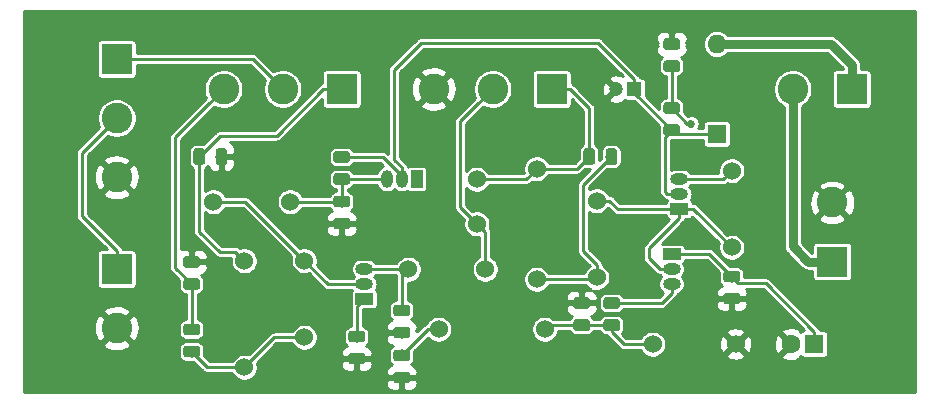
<source format=gtl>
G04 #@! TF.GenerationSoftware,KiCad,Pcbnew,(5.1.0-0)*
G04 #@! TF.CreationDate,2019-04-22T20:51:24-05:00*
G04 #@! TF.ProjectId,Brucester,42727563-6573-4746-9572-2e6b69636164,rev?*
G04 #@! TF.SameCoordinates,Original*
G04 #@! TF.FileFunction,Copper,L1,Top*
G04 #@! TF.FilePolarity,Positive*
%FSLAX46Y46*%
G04 Gerber Fmt 4.6, Leading zero omitted, Abs format (unit mm)*
G04 Created by KiCad (PCBNEW (5.1.0-0)) date 2019-04-22 20:51:24*
%MOMM*%
%LPD*%
G04 APERTURE LIST*
%ADD10C,1.524000*%
%ADD11R,1.600000X1.600000*%
%ADD12C,1.600000*%
%ADD13R,1.200000X1.200000*%
%ADD14C,1.200000*%
%ADD15C,0.100000*%
%ADD16C,0.975000*%
%ADD17O,1.600000X1.600000*%
%ADD18C,2.600000*%
%ADD19R,2.600000X2.600000*%
%ADD20R,1.500000X1.000000*%
%ADD21O,1.500000X1.000000*%
%ADD22R,1.000000X1.500000*%
%ADD23O,1.000000X1.500000*%
%ADD24C,0.685800*%
%ADD25C,0.254000*%
%ADD26C,0.762000*%
G04 APERTURE END LIST*
D10*
X162505000Y-103505000D03*
X171505000Y-103505000D03*
X180650000Y-104775000D03*
X187650000Y-104775000D03*
X187325000Y-96595000D03*
X187325000Y-90095000D03*
X175895000Y-92635000D03*
X175895000Y-99135000D03*
D11*
X194310000Y-104775000D03*
D12*
X192310000Y-104775000D03*
D10*
X170815000Y-89934000D03*
X170815000Y-99296000D03*
X165735000Y-90835000D03*
X165735000Y-94585000D03*
X159945000Y-98425000D03*
X166445000Y-98425000D03*
X143435000Y-92710000D03*
X149935000Y-92710000D03*
X151130000Y-97715000D03*
X151130000Y-104215000D03*
D13*
X179070000Y-83185000D03*
D14*
X177570000Y-83185000D03*
D10*
X146050000Y-97735000D03*
X146050000Y-106735000D03*
D15*
G36*
X142085142Y-97333674D02*
G01*
X142108803Y-97337184D01*
X142132007Y-97342996D01*
X142154529Y-97351054D01*
X142176153Y-97361282D01*
X142196670Y-97373579D01*
X142215883Y-97387829D01*
X142233607Y-97403893D01*
X142249671Y-97421617D01*
X142263921Y-97440830D01*
X142276218Y-97461347D01*
X142286446Y-97482971D01*
X142294504Y-97505493D01*
X142300316Y-97528697D01*
X142303826Y-97552358D01*
X142305000Y-97576250D01*
X142305000Y-98063750D01*
X142303826Y-98087642D01*
X142300316Y-98111303D01*
X142294504Y-98134507D01*
X142286446Y-98157029D01*
X142276218Y-98178653D01*
X142263921Y-98199170D01*
X142249671Y-98218383D01*
X142233607Y-98236107D01*
X142215883Y-98252171D01*
X142196670Y-98266421D01*
X142176153Y-98278718D01*
X142154529Y-98288946D01*
X142132007Y-98297004D01*
X142108803Y-98302816D01*
X142085142Y-98306326D01*
X142061250Y-98307500D01*
X141148750Y-98307500D01*
X141124858Y-98306326D01*
X141101197Y-98302816D01*
X141077993Y-98297004D01*
X141055471Y-98288946D01*
X141033847Y-98278718D01*
X141013330Y-98266421D01*
X140994117Y-98252171D01*
X140976393Y-98236107D01*
X140960329Y-98218383D01*
X140946079Y-98199170D01*
X140933782Y-98178653D01*
X140923554Y-98157029D01*
X140915496Y-98134507D01*
X140909684Y-98111303D01*
X140906174Y-98087642D01*
X140905000Y-98063750D01*
X140905000Y-97576250D01*
X140906174Y-97552358D01*
X140909684Y-97528697D01*
X140915496Y-97505493D01*
X140923554Y-97482971D01*
X140933782Y-97461347D01*
X140946079Y-97440830D01*
X140960329Y-97421617D01*
X140976393Y-97403893D01*
X140994117Y-97387829D01*
X141013330Y-97373579D01*
X141033847Y-97361282D01*
X141055471Y-97351054D01*
X141077993Y-97342996D01*
X141101197Y-97337184D01*
X141124858Y-97333674D01*
X141148750Y-97332500D01*
X142061250Y-97332500D01*
X142085142Y-97333674D01*
X142085142Y-97333674D01*
G37*
D16*
X141605000Y-97820000D03*
D15*
G36*
X142085142Y-99208674D02*
G01*
X142108803Y-99212184D01*
X142132007Y-99217996D01*
X142154529Y-99226054D01*
X142176153Y-99236282D01*
X142196670Y-99248579D01*
X142215883Y-99262829D01*
X142233607Y-99278893D01*
X142249671Y-99296617D01*
X142263921Y-99315830D01*
X142276218Y-99336347D01*
X142286446Y-99357971D01*
X142294504Y-99380493D01*
X142300316Y-99403697D01*
X142303826Y-99427358D01*
X142305000Y-99451250D01*
X142305000Y-99938750D01*
X142303826Y-99962642D01*
X142300316Y-99986303D01*
X142294504Y-100009507D01*
X142286446Y-100032029D01*
X142276218Y-100053653D01*
X142263921Y-100074170D01*
X142249671Y-100093383D01*
X142233607Y-100111107D01*
X142215883Y-100127171D01*
X142196670Y-100141421D01*
X142176153Y-100153718D01*
X142154529Y-100163946D01*
X142132007Y-100172004D01*
X142108803Y-100177816D01*
X142085142Y-100181326D01*
X142061250Y-100182500D01*
X141148750Y-100182500D01*
X141124858Y-100181326D01*
X141101197Y-100177816D01*
X141077993Y-100172004D01*
X141055471Y-100163946D01*
X141033847Y-100153718D01*
X141013330Y-100141421D01*
X140994117Y-100127171D01*
X140976393Y-100111107D01*
X140960329Y-100093383D01*
X140946079Y-100074170D01*
X140933782Y-100053653D01*
X140923554Y-100032029D01*
X140915496Y-100009507D01*
X140909684Y-99986303D01*
X140906174Y-99962642D01*
X140905000Y-99938750D01*
X140905000Y-99451250D01*
X140906174Y-99427358D01*
X140909684Y-99403697D01*
X140915496Y-99380493D01*
X140923554Y-99357971D01*
X140933782Y-99336347D01*
X140946079Y-99315830D01*
X140960329Y-99296617D01*
X140976393Y-99278893D01*
X140994117Y-99262829D01*
X141013330Y-99248579D01*
X141033847Y-99236282D01*
X141055471Y-99226054D01*
X141077993Y-99217996D01*
X141101197Y-99212184D01*
X141124858Y-99208674D01*
X141148750Y-99207500D01*
X142061250Y-99207500D01*
X142085142Y-99208674D01*
X142085142Y-99208674D01*
G37*
D16*
X141605000Y-99695000D03*
D11*
X186055000Y-86995000D03*
D17*
X186055000Y-79375000D03*
D18*
X195834000Y-92790000D03*
D19*
X195834000Y-97790000D03*
X197485000Y-83185000D03*
D18*
X192485000Y-83185000D03*
D19*
X135255000Y-98425000D03*
D18*
X135255000Y-103425000D03*
D20*
X182880000Y-93345000D03*
D21*
X182880000Y-90805000D03*
X182880000Y-92075000D03*
X182245000Y-98425000D03*
X182245000Y-99695000D03*
D20*
X182245000Y-97155000D03*
D22*
X160655000Y-90805000D03*
D23*
X158115000Y-90805000D03*
X159385000Y-90805000D03*
D21*
X156210000Y-99695000D03*
X156210000Y-98425000D03*
D20*
X156210000Y-100965000D03*
D15*
G36*
X159865142Y-105256174D02*
G01*
X159888803Y-105259684D01*
X159912007Y-105265496D01*
X159934529Y-105273554D01*
X159956153Y-105283782D01*
X159976670Y-105296079D01*
X159995883Y-105310329D01*
X160013607Y-105326393D01*
X160029671Y-105344117D01*
X160043921Y-105363330D01*
X160056218Y-105383847D01*
X160066446Y-105405471D01*
X160074504Y-105427993D01*
X160080316Y-105451197D01*
X160083826Y-105474858D01*
X160085000Y-105498750D01*
X160085000Y-105986250D01*
X160083826Y-106010142D01*
X160080316Y-106033803D01*
X160074504Y-106057007D01*
X160066446Y-106079529D01*
X160056218Y-106101153D01*
X160043921Y-106121670D01*
X160029671Y-106140883D01*
X160013607Y-106158607D01*
X159995883Y-106174671D01*
X159976670Y-106188921D01*
X159956153Y-106201218D01*
X159934529Y-106211446D01*
X159912007Y-106219504D01*
X159888803Y-106225316D01*
X159865142Y-106228826D01*
X159841250Y-106230000D01*
X158928750Y-106230000D01*
X158904858Y-106228826D01*
X158881197Y-106225316D01*
X158857993Y-106219504D01*
X158835471Y-106211446D01*
X158813847Y-106201218D01*
X158793330Y-106188921D01*
X158774117Y-106174671D01*
X158756393Y-106158607D01*
X158740329Y-106140883D01*
X158726079Y-106121670D01*
X158713782Y-106101153D01*
X158703554Y-106079529D01*
X158695496Y-106057007D01*
X158689684Y-106033803D01*
X158686174Y-106010142D01*
X158685000Y-105986250D01*
X158685000Y-105498750D01*
X158686174Y-105474858D01*
X158689684Y-105451197D01*
X158695496Y-105427993D01*
X158703554Y-105405471D01*
X158713782Y-105383847D01*
X158726079Y-105363330D01*
X158740329Y-105344117D01*
X158756393Y-105326393D01*
X158774117Y-105310329D01*
X158793330Y-105296079D01*
X158813847Y-105283782D01*
X158835471Y-105273554D01*
X158857993Y-105265496D01*
X158881197Y-105259684D01*
X158904858Y-105256174D01*
X158928750Y-105255000D01*
X159841250Y-105255000D01*
X159865142Y-105256174D01*
X159865142Y-105256174D01*
G37*
D16*
X159385000Y-105742500D03*
D15*
G36*
X159865142Y-107131174D02*
G01*
X159888803Y-107134684D01*
X159912007Y-107140496D01*
X159934529Y-107148554D01*
X159956153Y-107158782D01*
X159976670Y-107171079D01*
X159995883Y-107185329D01*
X160013607Y-107201393D01*
X160029671Y-107219117D01*
X160043921Y-107238330D01*
X160056218Y-107258847D01*
X160066446Y-107280471D01*
X160074504Y-107302993D01*
X160080316Y-107326197D01*
X160083826Y-107349858D01*
X160085000Y-107373750D01*
X160085000Y-107861250D01*
X160083826Y-107885142D01*
X160080316Y-107908803D01*
X160074504Y-107932007D01*
X160066446Y-107954529D01*
X160056218Y-107976153D01*
X160043921Y-107996670D01*
X160029671Y-108015883D01*
X160013607Y-108033607D01*
X159995883Y-108049671D01*
X159976670Y-108063921D01*
X159956153Y-108076218D01*
X159934529Y-108086446D01*
X159912007Y-108094504D01*
X159888803Y-108100316D01*
X159865142Y-108103826D01*
X159841250Y-108105000D01*
X158928750Y-108105000D01*
X158904858Y-108103826D01*
X158881197Y-108100316D01*
X158857993Y-108094504D01*
X158835471Y-108086446D01*
X158813847Y-108076218D01*
X158793330Y-108063921D01*
X158774117Y-108049671D01*
X158756393Y-108033607D01*
X158740329Y-108015883D01*
X158726079Y-107996670D01*
X158713782Y-107976153D01*
X158703554Y-107954529D01*
X158695496Y-107932007D01*
X158689684Y-107908803D01*
X158686174Y-107885142D01*
X158685000Y-107861250D01*
X158685000Y-107373750D01*
X158686174Y-107349858D01*
X158689684Y-107326197D01*
X158695496Y-107302993D01*
X158703554Y-107280471D01*
X158713782Y-107258847D01*
X158726079Y-107238330D01*
X158740329Y-107219117D01*
X158756393Y-107201393D01*
X158774117Y-107185329D01*
X158793330Y-107171079D01*
X158813847Y-107158782D01*
X158835471Y-107148554D01*
X158857993Y-107140496D01*
X158881197Y-107134684D01*
X158904858Y-107131174D01*
X158928750Y-107130000D01*
X159841250Y-107130000D01*
X159865142Y-107131174D01*
X159865142Y-107131174D01*
G37*
D16*
X159385000Y-107617500D03*
D15*
G36*
X175105142Y-100811174D02*
G01*
X175128803Y-100814684D01*
X175152007Y-100820496D01*
X175174529Y-100828554D01*
X175196153Y-100838782D01*
X175216670Y-100851079D01*
X175235883Y-100865329D01*
X175253607Y-100881393D01*
X175269671Y-100899117D01*
X175283921Y-100918330D01*
X175296218Y-100938847D01*
X175306446Y-100960471D01*
X175314504Y-100982993D01*
X175320316Y-101006197D01*
X175323826Y-101029858D01*
X175325000Y-101053750D01*
X175325000Y-101541250D01*
X175323826Y-101565142D01*
X175320316Y-101588803D01*
X175314504Y-101612007D01*
X175306446Y-101634529D01*
X175296218Y-101656153D01*
X175283921Y-101676670D01*
X175269671Y-101695883D01*
X175253607Y-101713607D01*
X175235883Y-101729671D01*
X175216670Y-101743921D01*
X175196153Y-101756218D01*
X175174529Y-101766446D01*
X175152007Y-101774504D01*
X175128803Y-101780316D01*
X175105142Y-101783826D01*
X175081250Y-101785000D01*
X174168750Y-101785000D01*
X174144858Y-101783826D01*
X174121197Y-101780316D01*
X174097993Y-101774504D01*
X174075471Y-101766446D01*
X174053847Y-101756218D01*
X174033330Y-101743921D01*
X174014117Y-101729671D01*
X173996393Y-101713607D01*
X173980329Y-101695883D01*
X173966079Y-101676670D01*
X173953782Y-101656153D01*
X173943554Y-101634529D01*
X173935496Y-101612007D01*
X173929684Y-101588803D01*
X173926174Y-101565142D01*
X173925000Y-101541250D01*
X173925000Y-101053750D01*
X173926174Y-101029858D01*
X173929684Y-101006197D01*
X173935496Y-100982993D01*
X173943554Y-100960471D01*
X173953782Y-100938847D01*
X173966079Y-100918330D01*
X173980329Y-100899117D01*
X173996393Y-100881393D01*
X174014117Y-100865329D01*
X174033330Y-100851079D01*
X174053847Y-100838782D01*
X174075471Y-100828554D01*
X174097993Y-100820496D01*
X174121197Y-100814684D01*
X174144858Y-100811174D01*
X174168750Y-100810000D01*
X175081250Y-100810000D01*
X175105142Y-100811174D01*
X175105142Y-100811174D01*
G37*
D16*
X174625000Y-101297500D03*
D15*
G36*
X175105142Y-102686174D02*
G01*
X175128803Y-102689684D01*
X175152007Y-102695496D01*
X175174529Y-102703554D01*
X175196153Y-102713782D01*
X175216670Y-102726079D01*
X175235883Y-102740329D01*
X175253607Y-102756393D01*
X175269671Y-102774117D01*
X175283921Y-102793330D01*
X175296218Y-102813847D01*
X175306446Y-102835471D01*
X175314504Y-102857993D01*
X175320316Y-102881197D01*
X175323826Y-102904858D01*
X175325000Y-102928750D01*
X175325000Y-103416250D01*
X175323826Y-103440142D01*
X175320316Y-103463803D01*
X175314504Y-103487007D01*
X175306446Y-103509529D01*
X175296218Y-103531153D01*
X175283921Y-103551670D01*
X175269671Y-103570883D01*
X175253607Y-103588607D01*
X175235883Y-103604671D01*
X175216670Y-103618921D01*
X175196153Y-103631218D01*
X175174529Y-103641446D01*
X175152007Y-103649504D01*
X175128803Y-103655316D01*
X175105142Y-103658826D01*
X175081250Y-103660000D01*
X174168750Y-103660000D01*
X174144858Y-103658826D01*
X174121197Y-103655316D01*
X174097993Y-103649504D01*
X174075471Y-103641446D01*
X174053847Y-103631218D01*
X174033330Y-103618921D01*
X174014117Y-103604671D01*
X173996393Y-103588607D01*
X173980329Y-103570883D01*
X173966079Y-103551670D01*
X173953782Y-103531153D01*
X173943554Y-103509529D01*
X173935496Y-103487007D01*
X173929684Y-103463803D01*
X173926174Y-103440142D01*
X173925000Y-103416250D01*
X173925000Y-102928750D01*
X173926174Y-102904858D01*
X173929684Y-102881197D01*
X173935496Y-102857993D01*
X173943554Y-102835471D01*
X173953782Y-102813847D01*
X173966079Y-102793330D01*
X173980329Y-102774117D01*
X173996393Y-102756393D01*
X174014117Y-102740329D01*
X174033330Y-102726079D01*
X174053847Y-102713782D01*
X174075471Y-102703554D01*
X174097993Y-102695496D01*
X174121197Y-102689684D01*
X174144858Y-102686174D01*
X174168750Y-102685000D01*
X175081250Y-102685000D01*
X175105142Y-102686174D01*
X175105142Y-102686174D01*
G37*
D16*
X174625000Y-103172500D03*
D15*
G36*
X182725142Y-86176174D02*
G01*
X182748803Y-86179684D01*
X182772007Y-86185496D01*
X182794529Y-86193554D01*
X182816153Y-86203782D01*
X182836670Y-86216079D01*
X182855883Y-86230329D01*
X182873607Y-86246393D01*
X182889671Y-86264117D01*
X182903921Y-86283330D01*
X182916218Y-86303847D01*
X182926446Y-86325471D01*
X182934504Y-86347993D01*
X182940316Y-86371197D01*
X182943826Y-86394858D01*
X182945000Y-86418750D01*
X182945000Y-86906250D01*
X182943826Y-86930142D01*
X182940316Y-86953803D01*
X182934504Y-86977007D01*
X182926446Y-86999529D01*
X182916218Y-87021153D01*
X182903921Y-87041670D01*
X182889671Y-87060883D01*
X182873607Y-87078607D01*
X182855883Y-87094671D01*
X182836670Y-87108921D01*
X182816153Y-87121218D01*
X182794529Y-87131446D01*
X182772007Y-87139504D01*
X182748803Y-87145316D01*
X182725142Y-87148826D01*
X182701250Y-87150000D01*
X181788750Y-87150000D01*
X181764858Y-87148826D01*
X181741197Y-87145316D01*
X181717993Y-87139504D01*
X181695471Y-87131446D01*
X181673847Y-87121218D01*
X181653330Y-87108921D01*
X181634117Y-87094671D01*
X181616393Y-87078607D01*
X181600329Y-87060883D01*
X181586079Y-87041670D01*
X181573782Y-87021153D01*
X181563554Y-86999529D01*
X181555496Y-86977007D01*
X181549684Y-86953803D01*
X181546174Y-86930142D01*
X181545000Y-86906250D01*
X181545000Y-86418750D01*
X181546174Y-86394858D01*
X181549684Y-86371197D01*
X181555496Y-86347993D01*
X181563554Y-86325471D01*
X181573782Y-86303847D01*
X181586079Y-86283330D01*
X181600329Y-86264117D01*
X181616393Y-86246393D01*
X181634117Y-86230329D01*
X181653330Y-86216079D01*
X181673847Y-86203782D01*
X181695471Y-86193554D01*
X181717993Y-86185496D01*
X181741197Y-86179684D01*
X181764858Y-86176174D01*
X181788750Y-86175000D01*
X182701250Y-86175000D01*
X182725142Y-86176174D01*
X182725142Y-86176174D01*
G37*
D16*
X182245000Y-86662500D03*
D15*
G36*
X182725142Y-84301174D02*
G01*
X182748803Y-84304684D01*
X182772007Y-84310496D01*
X182794529Y-84318554D01*
X182816153Y-84328782D01*
X182836670Y-84341079D01*
X182855883Y-84355329D01*
X182873607Y-84371393D01*
X182889671Y-84389117D01*
X182903921Y-84408330D01*
X182916218Y-84428847D01*
X182926446Y-84450471D01*
X182934504Y-84472993D01*
X182940316Y-84496197D01*
X182943826Y-84519858D01*
X182945000Y-84543750D01*
X182945000Y-85031250D01*
X182943826Y-85055142D01*
X182940316Y-85078803D01*
X182934504Y-85102007D01*
X182926446Y-85124529D01*
X182916218Y-85146153D01*
X182903921Y-85166670D01*
X182889671Y-85185883D01*
X182873607Y-85203607D01*
X182855883Y-85219671D01*
X182836670Y-85233921D01*
X182816153Y-85246218D01*
X182794529Y-85256446D01*
X182772007Y-85264504D01*
X182748803Y-85270316D01*
X182725142Y-85273826D01*
X182701250Y-85275000D01*
X181788750Y-85275000D01*
X181764858Y-85273826D01*
X181741197Y-85270316D01*
X181717993Y-85264504D01*
X181695471Y-85256446D01*
X181673847Y-85246218D01*
X181653330Y-85233921D01*
X181634117Y-85219671D01*
X181616393Y-85203607D01*
X181600329Y-85185883D01*
X181586079Y-85166670D01*
X181573782Y-85146153D01*
X181563554Y-85124529D01*
X181555496Y-85102007D01*
X181549684Y-85078803D01*
X181546174Y-85055142D01*
X181545000Y-85031250D01*
X181545000Y-84543750D01*
X181546174Y-84519858D01*
X181549684Y-84496197D01*
X181555496Y-84472993D01*
X181563554Y-84450471D01*
X181573782Y-84428847D01*
X181586079Y-84408330D01*
X181600329Y-84389117D01*
X181616393Y-84371393D01*
X181634117Y-84355329D01*
X181653330Y-84341079D01*
X181673847Y-84328782D01*
X181695471Y-84318554D01*
X181717993Y-84310496D01*
X181741197Y-84304684D01*
X181764858Y-84301174D01*
X181788750Y-84300000D01*
X182701250Y-84300000D01*
X182725142Y-84301174D01*
X182725142Y-84301174D01*
G37*
D16*
X182245000Y-84787500D03*
D15*
G36*
X182725142Y-78888674D02*
G01*
X182748803Y-78892184D01*
X182772007Y-78897996D01*
X182794529Y-78906054D01*
X182816153Y-78916282D01*
X182836670Y-78928579D01*
X182855883Y-78942829D01*
X182873607Y-78958893D01*
X182889671Y-78976617D01*
X182903921Y-78995830D01*
X182916218Y-79016347D01*
X182926446Y-79037971D01*
X182934504Y-79060493D01*
X182940316Y-79083697D01*
X182943826Y-79107358D01*
X182945000Y-79131250D01*
X182945000Y-79618750D01*
X182943826Y-79642642D01*
X182940316Y-79666303D01*
X182934504Y-79689507D01*
X182926446Y-79712029D01*
X182916218Y-79733653D01*
X182903921Y-79754170D01*
X182889671Y-79773383D01*
X182873607Y-79791107D01*
X182855883Y-79807171D01*
X182836670Y-79821421D01*
X182816153Y-79833718D01*
X182794529Y-79843946D01*
X182772007Y-79852004D01*
X182748803Y-79857816D01*
X182725142Y-79861326D01*
X182701250Y-79862500D01*
X181788750Y-79862500D01*
X181764858Y-79861326D01*
X181741197Y-79857816D01*
X181717993Y-79852004D01*
X181695471Y-79843946D01*
X181673847Y-79833718D01*
X181653330Y-79821421D01*
X181634117Y-79807171D01*
X181616393Y-79791107D01*
X181600329Y-79773383D01*
X181586079Y-79754170D01*
X181573782Y-79733653D01*
X181563554Y-79712029D01*
X181555496Y-79689507D01*
X181549684Y-79666303D01*
X181546174Y-79642642D01*
X181545000Y-79618750D01*
X181545000Y-79131250D01*
X181546174Y-79107358D01*
X181549684Y-79083697D01*
X181555496Y-79060493D01*
X181563554Y-79037971D01*
X181573782Y-79016347D01*
X181586079Y-78995830D01*
X181600329Y-78976617D01*
X181616393Y-78958893D01*
X181634117Y-78942829D01*
X181653330Y-78928579D01*
X181673847Y-78916282D01*
X181695471Y-78906054D01*
X181717993Y-78897996D01*
X181741197Y-78892184D01*
X181764858Y-78888674D01*
X181788750Y-78887500D01*
X182701250Y-78887500D01*
X182725142Y-78888674D01*
X182725142Y-78888674D01*
G37*
D16*
X182245000Y-79375000D03*
D15*
G36*
X182725142Y-80763674D02*
G01*
X182748803Y-80767184D01*
X182772007Y-80772996D01*
X182794529Y-80781054D01*
X182816153Y-80791282D01*
X182836670Y-80803579D01*
X182855883Y-80817829D01*
X182873607Y-80833893D01*
X182889671Y-80851617D01*
X182903921Y-80870830D01*
X182916218Y-80891347D01*
X182926446Y-80912971D01*
X182934504Y-80935493D01*
X182940316Y-80958697D01*
X182943826Y-80982358D01*
X182945000Y-81006250D01*
X182945000Y-81493750D01*
X182943826Y-81517642D01*
X182940316Y-81541303D01*
X182934504Y-81564507D01*
X182926446Y-81587029D01*
X182916218Y-81608653D01*
X182903921Y-81629170D01*
X182889671Y-81648383D01*
X182873607Y-81666107D01*
X182855883Y-81682171D01*
X182836670Y-81696421D01*
X182816153Y-81708718D01*
X182794529Y-81718946D01*
X182772007Y-81727004D01*
X182748803Y-81732816D01*
X182725142Y-81736326D01*
X182701250Y-81737500D01*
X181788750Y-81737500D01*
X181764858Y-81736326D01*
X181741197Y-81732816D01*
X181717993Y-81727004D01*
X181695471Y-81718946D01*
X181673847Y-81708718D01*
X181653330Y-81696421D01*
X181634117Y-81682171D01*
X181616393Y-81666107D01*
X181600329Y-81648383D01*
X181586079Y-81629170D01*
X181573782Y-81608653D01*
X181563554Y-81587029D01*
X181555496Y-81564507D01*
X181549684Y-81541303D01*
X181546174Y-81517642D01*
X181545000Y-81493750D01*
X181545000Y-81006250D01*
X181546174Y-80982358D01*
X181549684Y-80958697D01*
X181555496Y-80935493D01*
X181563554Y-80912971D01*
X181573782Y-80891347D01*
X181586079Y-80870830D01*
X181600329Y-80851617D01*
X181616393Y-80833893D01*
X181634117Y-80817829D01*
X181653330Y-80803579D01*
X181673847Y-80791282D01*
X181695471Y-80781054D01*
X181717993Y-80772996D01*
X181741197Y-80767184D01*
X181764858Y-80763674D01*
X181788750Y-80762500D01*
X182701250Y-80762500D01*
X182725142Y-80763674D01*
X182725142Y-80763674D01*
G37*
D16*
X182245000Y-81250000D03*
D15*
G36*
X177645142Y-100811174D02*
G01*
X177668803Y-100814684D01*
X177692007Y-100820496D01*
X177714529Y-100828554D01*
X177736153Y-100838782D01*
X177756670Y-100851079D01*
X177775883Y-100865329D01*
X177793607Y-100881393D01*
X177809671Y-100899117D01*
X177823921Y-100918330D01*
X177836218Y-100938847D01*
X177846446Y-100960471D01*
X177854504Y-100982993D01*
X177860316Y-101006197D01*
X177863826Y-101029858D01*
X177865000Y-101053750D01*
X177865000Y-101541250D01*
X177863826Y-101565142D01*
X177860316Y-101588803D01*
X177854504Y-101612007D01*
X177846446Y-101634529D01*
X177836218Y-101656153D01*
X177823921Y-101676670D01*
X177809671Y-101695883D01*
X177793607Y-101713607D01*
X177775883Y-101729671D01*
X177756670Y-101743921D01*
X177736153Y-101756218D01*
X177714529Y-101766446D01*
X177692007Y-101774504D01*
X177668803Y-101780316D01*
X177645142Y-101783826D01*
X177621250Y-101785000D01*
X176708750Y-101785000D01*
X176684858Y-101783826D01*
X176661197Y-101780316D01*
X176637993Y-101774504D01*
X176615471Y-101766446D01*
X176593847Y-101756218D01*
X176573330Y-101743921D01*
X176554117Y-101729671D01*
X176536393Y-101713607D01*
X176520329Y-101695883D01*
X176506079Y-101676670D01*
X176493782Y-101656153D01*
X176483554Y-101634529D01*
X176475496Y-101612007D01*
X176469684Y-101588803D01*
X176466174Y-101565142D01*
X176465000Y-101541250D01*
X176465000Y-101053750D01*
X176466174Y-101029858D01*
X176469684Y-101006197D01*
X176475496Y-100982993D01*
X176483554Y-100960471D01*
X176493782Y-100938847D01*
X176506079Y-100918330D01*
X176520329Y-100899117D01*
X176536393Y-100881393D01*
X176554117Y-100865329D01*
X176573330Y-100851079D01*
X176593847Y-100838782D01*
X176615471Y-100828554D01*
X176637993Y-100820496D01*
X176661197Y-100814684D01*
X176684858Y-100811174D01*
X176708750Y-100810000D01*
X177621250Y-100810000D01*
X177645142Y-100811174D01*
X177645142Y-100811174D01*
G37*
D16*
X177165000Y-101297500D03*
D15*
G36*
X177645142Y-102686174D02*
G01*
X177668803Y-102689684D01*
X177692007Y-102695496D01*
X177714529Y-102703554D01*
X177736153Y-102713782D01*
X177756670Y-102726079D01*
X177775883Y-102740329D01*
X177793607Y-102756393D01*
X177809671Y-102774117D01*
X177823921Y-102793330D01*
X177836218Y-102813847D01*
X177846446Y-102835471D01*
X177854504Y-102857993D01*
X177860316Y-102881197D01*
X177863826Y-102904858D01*
X177865000Y-102928750D01*
X177865000Y-103416250D01*
X177863826Y-103440142D01*
X177860316Y-103463803D01*
X177854504Y-103487007D01*
X177846446Y-103509529D01*
X177836218Y-103531153D01*
X177823921Y-103551670D01*
X177809671Y-103570883D01*
X177793607Y-103588607D01*
X177775883Y-103604671D01*
X177756670Y-103618921D01*
X177736153Y-103631218D01*
X177714529Y-103641446D01*
X177692007Y-103649504D01*
X177668803Y-103655316D01*
X177645142Y-103658826D01*
X177621250Y-103660000D01*
X176708750Y-103660000D01*
X176684858Y-103658826D01*
X176661197Y-103655316D01*
X176637993Y-103649504D01*
X176615471Y-103641446D01*
X176593847Y-103631218D01*
X176573330Y-103618921D01*
X176554117Y-103604671D01*
X176536393Y-103588607D01*
X176520329Y-103570883D01*
X176506079Y-103551670D01*
X176493782Y-103531153D01*
X176483554Y-103509529D01*
X176475496Y-103487007D01*
X176469684Y-103463803D01*
X176466174Y-103440142D01*
X176465000Y-103416250D01*
X176465000Y-102928750D01*
X176466174Y-102904858D01*
X176469684Y-102881197D01*
X176475496Y-102857993D01*
X176483554Y-102835471D01*
X176493782Y-102813847D01*
X176506079Y-102793330D01*
X176520329Y-102774117D01*
X176536393Y-102756393D01*
X176554117Y-102740329D01*
X176573330Y-102726079D01*
X176593847Y-102713782D01*
X176615471Y-102703554D01*
X176637993Y-102695496D01*
X176661197Y-102689684D01*
X176684858Y-102686174D01*
X176708750Y-102685000D01*
X177621250Y-102685000D01*
X177645142Y-102686174D01*
X177645142Y-102686174D01*
G37*
D16*
X177165000Y-103172500D03*
D15*
G36*
X187805142Y-100448674D02*
G01*
X187828803Y-100452184D01*
X187852007Y-100457996D01*
X187874529Y-100466054D01*
X187896153Y-100476282D01*
X187916670Y-100488579D01*
X187935883Y-100502829D01*
X187953607Y-100518893D01*
X187969671Y-100536617D01*
X187983921Y-100555830D01*
X187996218Y-100576347D01*
X188006446Y-100597971D01*
X188014504Y-100620493D01*
X188020316Y-100643697D01*
X188023826Y-100667358D01*
X188025000Y-100691250D01*
X188025000Y-101178750D01*
X188023826Y-101202642D01*
X188020316Y-101226303D01*
X188014504Y-101249507D01*
X188006446Y-101272029D01*
X187996218Y-101293653D01*
X187983921Y-101314170D01*
X187969671Y-101333383D01*
X187953607Y-101351107D01*
X187935883Y-101367171D01*
X187916670Y-101381421D01*
X187896153Y-101393718D01*
X187874529Y-101403946D01*
X187852007Y-101412004D01*
X187828803Y-101417816D01*
X187805142Y-101421326D01*
X187781250Y-101422500D01*
X186868750Y-101422500D01*
X186844858Y-101421326D01*
X186821197Y-101417816D01*
X186797993Y-101412004D01*
X186775471Y-101403946D01*
X186753847Y-101393718D01*
X186733330Y-101381421D01*
X186714117Y-101367171D01*
X186696393Y-101351107D01*
X186680329Y-101333383D01*
X186666079Y-101314170D01*
X186653782Y-101293653D01*
X186643554Y-101272029D01*
X186635496Y-101249507D01*
X186629684Y-101226303D01*
X186626174Y-101202642D01*
X186625000Y-101178750D01*
X186625000Y-100691250D01*
X186626174Y-100667358D01*
X186629684Y-100643697D01*
X186635496Y-100620493D01*
X186643554Y-100597971D01*
X186653782Y-100576347D01*
X186666079Y-100555830D01*
X186680329Y-100536617D01*
X186696393Y-100518893D01*
X186714117Y-100502829D01*
X186733330Y-100488579D01*
X186753847Y-100476282D01*
X186775471Y-100466054D01*
X186797993Y-100457996D01*
X186821197Y-100452184D01*
X186844858Y-100448674D01*
X186868750Y-100447500D01*
X187781250Y-100447500D01*
X187805142Y-100448674D01*
X187805142Y-100448674D01*
G37*
D16*
X187325000Y-100935000D03*
D15*
G36*
X187805142Y-98573674D02*
G01*
X187828803Y-98577184D01*
X187852007Y-98582996D01*
X187874529Y-98591054D01*
X187896153Y-98601282D01*
X187916670Y-98613579D01*
X187935883Y-98627829D01*
X187953607Y-98643893D01*
X187969671Y-98661617D01*
X187983921Y-98680830D01*
X187996218Y-98701347D01*
X188006446Y-98722971D01*
X188014504Y-98745493D01*
X188020316Y-98768697D01*
X188023826Y-98792358D01*
X188025000Y-98816250D01*
X188025000Y-99303750D01*
X188023826Y-99327642D01*
X188020316Y-99351303D01*
X188014504Y-99374507D01*
X188006446Y-99397029D01*
X187996218Y-99418653D01*
X187983921Y-99439170D01*
X187969671Y-99458383D01*
X187953607Y-99476107D01*
X187935883Y-99492171D01*
X187916670Y-99506421D01*
X187896153Y-99518718D01*
X187874529Y-99528946D01*
X187852007Y-99537004D01*
X187828803Y-99542816D01*
X187805142Y-99546326D01*
X187781250Y-99547500D01*
X186868750Y-99547500D01*
X186844858Y-99546326D01*
X186821197Y-99542816D01*
X186797993Y-99537004D01*
X186775471Y-99528946D01*
X186753847Y-99518718D01*
X186733330Y-99506421D01*
X186714117Y-99492171D01*
X186696393Y-99476107D01*
X186680329Y-99458383D01*
X186666079Y-99439170D01*
X186653782Y-99418653D01*
X186643554Y-99397029D01*
X186635496Y-99374507D01*
X186629684Y-99351303D01*
X186626174Y-99327642D01*
X186625000Y-99303750D01*
X186625000Y-98816250D01*
X186626174Y-98792358D01*
X186629684Y-98768697D01*
X186635496Y-98745493D01*
X186643554Y-98722971D01*
X186653782Y-98701347D01*
X186666079Y-98680830D01*
X186680329Y-98661617D01*
X186696393Y-98643893D01*
X186714117Y-98627829D01*
X186733330Y-98613579D01*
X186753847Y-98601282D01*
X186775471Y-98591054D01*
X186797993Y-98582996D01*
X186821197Y-98577184D01*
X186844858Y-98573674D01*
X186868750Y-98572500D01*
X187781250Y-98572500D01*
X187805142Y-98573674D01*
X187805142Y-98573674D01*
G37*
D16*
X187325000Y-99060000D03*
D15*
G36*
X175527642Y-88201174D02*
G01*
X175551303Y-88204684D01*
X175574507Y-88210496D01*
X175597029Y-88218554D01*
X175618653Y-88228782D01*
X175639170Y-88241079D01*
X175658383Y-88255329D01*
X175676107Y-88271393D01*
X175692171Y-88289117D01*
X175706421Y-88308330D01*
X175718718Y-88328847D01*
X175728946Y-88350471D01*
X175737004Y-88372993D01*
X175742816Y-88396197D01*
X175746326Y-88419858D01*
X175747500Y-88443750D01*
X175747500Y-89356250D01*
X175746326Y-89380142D01*
X175742816Y-89403803D01*
X175737004Y-89427007D01*
X175728946Y-89449529D01*
X175718718Y-89471153D01*
X175706421Y-89491670D01*
X175692171Y-89510883D01*
X175676107Y-89528607D01*
X175658383Y-89544671D01*
X175639170Y-89558921D01*
X175618653Y-89571218D01*
X175597029Y-89581446D01*
X175574507Y-89589504D01*
X175551303Y-89595316D01*
X175527642Y-89598826D01*
X175503750Y-89600000D01*
X175016250Y-89600000D01*
X174992358Y-89598826D01*
X174968697Y-89595316D01*
X174945493Y-89589504D01*
X174922971Y-89581446D01*
X174901347Y-89571218D01*
X174880830Y-89558921D01*
X174861617Y-89544671D01*
X174843893Y-89528607D01*
X174827829Y-89510883D01*
X174813579Y-89491670D01*
X174801282Y-89471153D01*
X174791054Y-89449529D01*
X174782996Y-89427007D01*
X174777184Y-89403803D01*
X174773674Y-89380142D01*
X174772500Y-89356250D01*
X174772500Y-88443750D01*
X174773674Y-88419858D01*
X174777184Y-88396197D01*
X174782996Y-88372993D01*
X174791054Y-88350471D01*
X174801282Y-88328847D01*
X174813579Y-88308330D01*
X174827829Y-88289117D01*
X174843893Y-88271393D01*
X174861617Y-88255329D01*
X174880830Y-88241079D01*
X174901347Y-88228782D01*
X174922971Y-88218554D01*
X174945493Y-88210496D01*
X174968697Y-88204684D01*
X174992358Y-88201174D01*
X175016250Y-88200000D01*
X175503750Y-88200000D01*
X175527642Y-88201174D01*
X175527642Y-88201174D01*
G37*
D16*
X175260000Y-88900000D03*
D15*
G36*
X177402642Y-88201174D02*
G01*
X177426303Y-88204684D01*
X177449507Y-88210496D01*
X177472029Y-88218554D01*
X177493653Y-88228782D01*
X177514170Y-88241079D01*
X177533383Y-88255329D01*
X177551107Y-88271393D01*
X177567171Y-88289117D01*
X177581421Y-88308330D01*
X177593718Y-88328847D01*
X177603946Y-88350471D01*
X177612004Y-88372993D01*
X177617816Y-88396197D01*
X177621326Y-88419858D01*
X177622500Y-88443750D01*
X177622500Y-89356250D01*
X177621326Y-89380142D01*
X177617816Y-89403803D01*
X177612004Y-89427007D01*
X177603946Y-89449529D01*
X177593718Y-89471153D01*
X177581421Y-89491670D01*
X177567171Y-89510883D01*
X177551107Y-89528607D01*
X177533383Y-89544671D01*
X177514170Y-89558921D01*
X177493653Y-89571218D01*
X177472029Y-89581446D01*
X177449507Y-89589504D01*
X177426303Y-89595316D01*
X177402642Y-89598826D01*
X177378750Y-89600000D01*
X176891250Y-89600000D01*
X176867358Y-89598826D01*
X176843697Y-89595316D01*
X176820493Y-89589504D01*
X176797971Y-89581446D01*
X176776347Y-89571218D01*
X176755830Y-89558921D01*
X176736617Y-89544671D01*
X176718893Y-89528607D01*
X176702829Y-89510883D01*
X176688579Y-89491670D01*
X176676282Y-89471153D01*
X176666054Y-89449529D01*
X176657996Y-89427007D01*
X176652184Y-89403803D01*
X176648674Y-89380142D01*
X176647500Y-89356250D01*
X176647500Y-88443750D01*
X176648674Y-88419858D01*
X176652184Y-88396197D01*
X176657996Y-88372993D01*
X176666054Y-88350471D01*
X176676282Y-88328847D01*
X176688579Y-88308330D01*
X176702829Y-88289117D01*
X176718893Y-88271393D01*
X176736617Y-88255329D01*
X176755830Y-88241079D01*
X176776347Y-88228782D01*
X176797971Y-88218554D01*
X176820493Y-88210496D01*
X176843697Y-88204684D01*
X176867358Y-88201174D01*
X176891250Y-88200000D01*
X177378750Y-88200000D01*
X177402642Y-88201174D01*
X177402642Y-88201174D01*
G37*
D16*
X177135000Y-88900000D03*
D15*
G36*
X154785142Y-88443674D02*
G01*
X154808803Y-88447184D01*
X154832007Y-88452996D01*
X154854529Y-88461054D01*
X154876153Y-88471282D01*
X154896670Y-88483579D01*
X154915883Y-88497829D01*
X154933607Y-88513893D01*
X154949671Y-88531617D01*
X154963921Y-88550830D01*
X154976218Y-88571347D01*
X154986446Y-88592971D01*
X154994504Y-88615493D01*
X155000316Y-88638697D01*
X155003826Y-88662358D01*
X155005000Y-88686250D01*
X155005000Y-89173750D01*
X155003826Y-89197642D01*
X155000316Y-89221303D01*
X154994504Y-89244507D01*
X154986446Y-89267029D01*
X154976218Y-89288653D01*
X154963921Y-89309170D01*
X154949671Y-89328383D01*
X154933607Y-89346107D01*
X154915883Y-89362171D01*
X154896670Y-89376421D01*
X154876153Y-89388718D01*
X154854529Y-89398946D01*
X154832007Y-89407004D01*
X154808803Y-89412816D01*
X154785142Y-89416326D01*
X154761250Y-89417500D01*
X153848750Y-89417500D01*
X153824858Y-89416326D01*
X153801197Y-89412816D01*
X153777993Y-89407004D01*
X153755471Y-89398946D01*
X153733847Y-89388718D01*
X153713330Y-89376421D01*
X153694117Y-89362171D01*
X153676393Y-89346107D01*
X153660329Y-89328383D01*
X153646079Y-89309170D01*
X153633782Y-89288653D01*
X153623554Y-89267029D01*
X153615496Y-89244507D01*
X153609684Y-89221303D01*
X153606174Y-89197642D01*
X153605000Y-89173750D01*
X153605000Y-88686250D01*
X153606174Y-88662358D01*
X153609684Y-88638697D01*
X153615496Y-88615493D01*
X153623554Y-88592971D01*
X153633782Y-88571347D01*
X153646079Y-88550830D01*
X153660329Y-88531617D01*
X153676393Y-88513893D01*
X153694117Y-88497829D01*
X153713330Y-88483579D01*
X153733847Y-88471282D01*
X153755471Y-88461054D01*
X153777993Y-88452996D01*
X153801197Y-88447184D01*
X153824858Y-88443674D01*
X153848750Y-88442500D01*
X154761250Y-88442500D01*
X154785142Y-88443674D01*
X154785142Y-88443674D01*
G37*
D16*
X154305000Y-88930000D03*
D15*
G36*
X154785142Y-90318674D02*
G01*
X154808803Y-90322184D01*
X154832007Y-90327996D01*
X154854529Y-90336054D01*
X154876153Y-90346282D01*
X154896670Y-90358579D01*
X154915883Y-90372829D01*
X154933607Y-90388893D01*
X154949671Y-90406617D01*
X154963921Y-90425830D01*
X154976218Y-90446347D01*
X154986446Y-90467971D01*
X154994504Y-90490493D01*
X155000316Y-90513697D01*
X155003826Y-90537358D01*
X155005000Y-90561250D01*
X155005000Y-91048750D01*
X155003826Y-91072642D01*
X155000316Y-91096303D01*
X154994504Y-91119507D01*
X154986446Y-91142029D01*
X154976218Y-91163653D01*
X154963921Y-91184170D01*
X154949671Y-91203383D01*
X154933607Y-91221107D01*
X154915883Y-91237171D01*
X154896670Y-91251421D01*
X154876153Y-91263718D01*
X154854529Y-91273946D01*
X154832007Y-91282004D01*
X154808803Y-91287816D01*
X154785142Y-91291326D01*
X154761250Y-91292500D01*
X153848750Y-91292500D01*
X153824858Y-91291326D01*
X153801197Y-91287816D01*
X153777993Y-91282004D01*
X153755471Y-91273946D01*
X153733847Y-91263718D01*
X153713330Y-91251421D01*
X153694117Y-91237171D01*
X153676393Y-91221107D01*
X153660329Y-91203383D01*
X153646079Y-91184170D01*
X153633782Y-91163653D01*
X153623554Y-91142029D01*
X153615496Y-91119507D01*
X153609684Y-91096303D01*
X153606174Y-91072642D01*
X153605000Y-91048750D01*
X153605000Y-90561250D01*
X153606174Y-90537358D01*
X153609684Y-90513697D01*
X153615496Y-90490493D01*
X153623554Y-90467971D01*
X153633782Y-90446347D01*
X153646079Y-90425830D01*
X153660329Y-90406617D01*
X153676393Y-90388893D01*
X153694117Y-90372829D01*
X153713330Y-90358579D01*
X153733847Y-90346282D01*
X153755471Y-90336054D01*
X153777993Y-90327996D01*
X153801197Y-90322184D01*
X153824858Y-90318674D01*
X153848750Y-90317500D01*
X154761250Y-90317500D01*
X154785142Y-90318674D01*
X154785142Y-90318674D01*
G37*
D16*
X154305000Y-90805000D03*
D15*
G36*
X154785142Y-94098674D02*
G01*
X154808803Y-94102184D01*
X154832007Y-94107996D01*
X154854529Y-94116054D01*
X154876153Y-94126282D01*
X154896670Y-94138579D01*
X154915883Y-94152829D01*
X154933607Y-94168893D01*
X154949671Y-94186617D01*
X154963921Y-94205830D01*
X154976218Y-94226347D01*
X154986446Y-94247971D01*
X154994504Y-94270493D01*
X155000316Y-94293697D01*
X155003826Y-94317358D01*
X155005000Y-94341250D01*
X155005000Y-94828750D01*
X155003826Y-94852642D01*
X155000316Y-94876303D01*
X154994504Y-94899507D01*
X154986446Y-94922029D01*
X154976218Y-94943653D01*
X154963921Y-94964170D01*
X154949671Y-94983383D01*
X154933607Y-95001107D01*
X154915883Y-95017171D01*
X154896670Y-95031421D01*
X154876153Y-95043718D01*
X154854529Y-95053946D01*
X154832007Y-95062004D01*
X154808803Y-95067816D01*
X154785142Y-95071326D01*
X154761250Y-95072500D01*
X153848750Y-95072500D01*
X153824858Y-95071326D01*
X153801197Y-95067816D01*
X153777993Y-95062004D01*
X153755471Y-95053946D01*
X153733847Y-95043718D01*
X153713330Y-95031421D01*
X153694117Y-95017171D01*
X153676393Y-95001107D01*
X153660329Y-94983383D01*
X153646079Y-94964170D01*
X153633782Y-94943653D01*
X153623554Y-94922029D01*
X153615496Y-94899507D01*
X153609684Y-94876303D01*
X153606174Y-94852642D01*
X153605000Y-94828750D01*
X153605000Y-94341250D01*
X153606174Y-94317358D01*
X153609684Y-94293697D01*
X153615496Y-94270493D01*
X153623554Y-94247971D01*
X153633782Y-94226347D01*
X153646079Y-94205830D01*
X153660329Y-94186617D01*
X153676393Y-94168893D01*
X153694117Y-94152829D01*
X153713330Y-94138579D01*
X153733847Y-94126282D01*
X153755471Y-94116054D01*
X153777993Y-94107996D01*
X153801197Y-94102184D01*
X153824858Y-94098674D01*
X153848750Y-94097500D01*
X154761250Y-94097500D01*
X154785142Y-94098674D01*
X154785142Y-94098674D01*
G37*
D16*
X154305000Y-94585000D03*
D15*
G36*
X154785142Y-92223674D02*
G01*
X154808803Y-92227184D01*
X154832007Y-92232996D01*
X154854529Y-92241054D01*
X154876153Y-92251282D01*
X154896670Y-92263579D01*
X154915883Y-92277829D01*
X154933607Y-92293893D01*
X154949671Y-92311617D01*
X154963921Y-92330830D01*
X154976218Y-92351347D01*
X154986446Y-92372971D01*
X154994504Y-92395493D01*
X155000316Y-92418697D01*
X155003826Y-92442358D01*
X155005000Y-92466250D01*
X155005000Y-92953750D01*
X155003826Y-92977642D01*
X155000316Y-93001303D01*
X154994504Y-93024507D01*
X154986446Y-93047029D01*
X154976218Y-93068653D01*
X154963921Y-93089170D01*
X154949671Y-93108383D01*
X154933607Y-93126107D01*
X154915883Y-93142171D01*
X154896670Y-93156421D01*
X154876153Y-93168718D01*
X154854529Y-93178946D01*
X154832007Y-93187004D01*
X154808803Y-93192816D01*
X154785142Y-93196326D01*
X154761250Y-93197500D01*
X153848750Y-93197500D01*
X153824858Y-93196326D01*
X153801197Y-93192816D01*
X153777993Y-93187004D01*
X153755471Y-93178946D01*
X153733847Y-93168718D01*
X153713330Y-93156421D01*
X153694117Y-93142171D01*
X153676393Y-93126107D01*
X153660329Y-93108383D01*
X153646079Y-93089170D01*
X153633782Y-93068653D01*
X153623554Y-93047029D01*
X153615496Y-93024507D01*
X153609684Y-93001303D01*
X153606174Y-92977642D01*
X153605000Y-92953750D01*
X153605000Y-92466250D01*
X153606174Y-92442358D01*
X153609684Y-92418697D01*
X153615496Y-92395493D01*
X153623554Y-92372971D01*
X153633782Y-92351347D01*
X153646079Y-92330830D01*
X153660329Y-92311617D01*
X153676393Y-92293893D01*
X153694117Y-92277829D01*
X153713330Y-92263579D01*
X153733847Y-92251282D01*
X153755471Y-92241054D01*
X153777993Y-92232996D01*
X153801197Y-92227184D01*
X153824858Y-92223674D01*
X153848750Y-92222500D01*
X154761250Y-92222500D01*
X154785142Y-92223674D01*
X154785142Y-92223674D01*
G37*
D16*
X154305000Y-92710000D03*
D15*
G36*
X159865142Y-103321174D02*
G01*
X159888803Y-103324684D01*
X159912007Y-103330496D01*
X159934529Y-103338554D01*
X159956153Y-103348782D01*
X159976670Y-103361079D01*
X159995883Y-103375329D01*
X160013607Y-103391393D01*
X160029671Y-103409117D01*
X160043921Y-103428330D01*
X160056218Y-103448847D01*
X160066446Y-103470471D01*
X160074504Y-103492993D01*
X160080316Y-103516197D01*
X160083826Y-103539858D01*
X160085000Y-103563750D01*
X160085000Y-104051250D01*
X160083826Y-104075142D01*
X160080316Y-104098803D01*
X160074504Y-104122007D01*
X160066446Y-104144529D01*
X160056218Y-104166153D01*
X160043921Y-104186670D01*
X160029671Y-104205883D01*
X160013607Y-104223607D01*
X159995883Y-104239671D01*
X159976670Y-104253921D01*
X159956153Y-104266218D01*
X159934529Y-104276446D01*
X159912007Y-104284504D01*
X159888803Y-104290316D01*
X159865142Y-104293826D01*
X159841250Y-104295000D01*
X158928750Y-104295000D01*
X158904858Y-104293826D01*
X158881197Y-104290316D01*
X158857993Y-104284504D01*
X158835471Y-104276446D01*
X158813847Y-104266218D01*
X158793330Y-104253921D01*
X158774117Y-104239671D01*
X158756393Y-104223607D01*
X158740329Y-104205883D01*
X158726079Y-104186670D01*
X158713782Y-104166153D01*
X158703554Y-104144529D01*
X158695496Y-104122007D01*
X158689684Y-104098803D01*
X158686174Y-104075142D01*
X158685000Y-104051250D01*
X158685000Y-103563750D01*
X158686174Y-103539858D01*
X158689684Y-103516197D01*
X158695496Y-103492993D01*
X158703554Y-103470471D01*
X158713782Y-103448847D01*
X158726079Y-103428330D01*
X158740329Y-103409117D01*
X158756393Y-103391393D01*
X158774117Y-103375329D01*
X158793330Y-103361079D01*
X158813847Y-103348782D01*
X158835471Y-103338554D01*
X158857993Y-103330496D01*
X158881197Y-103324684D01*
X158904858Y-103321174D01*
X158928750Y-103320000D01*
X159841250Y-103320000D01*
X159865142Y-103321174D01*
X159865142Y-103321174D01*
G37*
D16*
X159385000Y-103807500D03*
D15*
G36*
X159865142Y-101446174D02*
G01*
X159888803Y-101449684D01*
X159912007Y-101455496D01*
X159934529Y-101463554D01*
X159956153Y-101473782D01*
X159976670Y-101486079D01*
X159995883Y-101500329D01*
X160013607Y-101516393D01*
X160029671Y-101534117D01*
X160043921Y-101553330D01*
X160056218Y-101573847D01*
X160066446Y-101595471D01*
X160074504Y-101617993D01*
X160080316Y-101641197D01*
X160083826Y-101664858D01*
X160085000Y-101688750D01*
X160085000Y-102176250D01*
X160083826Y-102200142D01*
X160080316Y-102223803D01*
X160074504Y-102247007D01*
X160066446Y-102269529D01*
X160056218Y-102291153D01*
X160043921Y-102311670D01*
X160029671Y-102330883D01*
X160013607Y-102348607D01*
X159995883Y-102364671D01*
X159976670Y-102378921D01*
X159956153Y-102391218D01*
X159934529Y-102401446D01*
X159912007Y-102409504D01*
X159888803Y-102415316D01*
X159865142Y-102418826D01*
X159841250Y-102420000D01*
X158928750Y-102420000D01*
X158904858Y-102418826D01*
X158881197Y-102415316D01*
X158857993Y-102409504D01*
X158835471Y-102401446D01*
X158813847Y-102391218D01*
X158793330Y-102378921D01*
X158774117Y-102364671D01*
X158756393Y-102348607D01*
X158740329Y-102330883D01*
X158726079Y-102311670D01*
X158713782Y-102291153D01*
X158703554Y-102269529D01*
X158695496Y-102247007D01*
X158689684Y-102223803D01*
X158686174Y-102200142D01*
X158685000Y-102176250D01*
X158685000Y-101688750D01*
X158686174Y-101664858D01*
X158689684Y-101641197D01*
X158695496Y-101617993D01*
X158703554Y-101595471D01*
X158713782Y-101573847D01*
X158726079Y-101553330D01*
X158740329Y-101534117D01*
X158756393Y-101516393D01*
X158774117Y-101500329D01*
X158793330Y-101486079D01*
X158813847Y-101473782D01*
X158835471Y-101463554D01*
X158857993Y-101455496D01*
X158881197Y-101449684D01*
X158904858Y-101446174D01*
X158928750Y-101445000D01*
X159841250Y-101445000D01*
X159865142Y-101446174D01*
X159865142Y-101446174D01*
G37*
D16*
X159385000Y-101932500D03*
D15*
G36*
X156055142Y-103653674D02*
G01*
X156078803Y-103657184D01*
X156102007Y-103662996D01*
X156124529Y-103671054D01*
X156146153Y-103681282D01*
X156166670Y-103693579D01*
X156185883Y-103707829D01*
X156203607Y-103723893D01*
X156219671Y-103741617D01*
X156233921Y-103760830D01*
X156246218Y-103781347D01*
X156256446Y-103802971D01*
X156264504Y-103825493D01*
X156270316Y-103848697D01*
X156273826Y-103872358D01*
X156275000Y-103896250D01*
X156275000Y-104383750D01*
X156273826Y-104407642D01*
X156270316Y-104431303D01*
X156264504Y-104454507D01*
X156256446Y-104477029D01*
X156246218Y-104498653D01*
X156233921Y-104519170D01*
X156219671Y-104538383D01*
X156203607Y-104556107D01*
X156185883Y-104572171D01*
X156166670Y-104586421D01*
X156146153Y-104598718D01*
X156124529Y-104608946D01*
X156102007Y-104617004D01*
X156078803Y-104622816D01*
X156055142Y-104626326D01*
X156031250Y-104627500D01*
X155118750Y-104627500D01*
X155094858Y-104626326D01*
X155071197Y-104622816D01*
X155047993Y-104617004D01*
X155025471Y-104608946D01*
X155003847Y-104598718D01*
X154983330Y-104586421D01*
X154964117Y-104572171D01*
X154946393Y-104556107D01*
X154930329Y-104538383D01*
X154916079Y-104519170D01*
X154903782Y-104498653D01*
X154893554Y-104477029D01*
X154885496Y-104454507D01*
X154879684Y-104431303D01*
X154876174Y-104407642D01*
X154875000Y-104383750D01*
X154875000Y-103896250D01*
X154876174Y-103872358D01*
X154879684Y-103848697D01*
X154885496Y-103825493D01*
X154893554Y-103802971D01*
X154903782Y-103781347D01*
X154916079Y-103760830D01*
X154930329Y-103741617D01*
X154946393Y-103723893D01*
X154964117Y-103707829D01*
X154983330Y-103693579D01*
X155003847Y-103681282D01*
X155025471Y-103671054D01*
X155047993Y-103662996D01*
X155071197Y-103657184D01*
X155094858Y-103653674D01*
X155118750Y-103652500D01*
X156031250Y-103652500D01*
X156055142Y-103653674D01*
X156055142Y-103653674D01*
G37*
D16*
X155575000Y-104140000D03*
D15*
G36*
X156055142Y-105528674D02*
G01*
X156078803Y-105532184D01*
X156102007Y-105537996D01*
X156124529Y-105546054D01*
X156146153Y-105556282D01*
X156166670Y-105568579D01*
X156185883Y-105582829D01*
X156203607Y-105598893D01*
X156219671Y-105616617D01*
X156233921Y-105635830D01*
X156246218Y-105656347D01*
X156256446Y-105677971D01*
X156264504Y-105700493D01*
X156270316Y-105723697D01*
X156273826Y-105747358D01*
X156275000Y-105771250D01*
X156275000Y-106258750D01*
X156273826Y-106282642D01*
X156270316Y-106306303D01*
X156264504Y-106329507D01*
X156256446Y-106352029D01*
X156246218Y-106373653D01*
X156233921Y-106394170D01*
X156219671Y-106413383D01*
X156203607Y-106431107D01*
X156185883Y-106447171D01*
X156166670Y-106461421D01*
X156146153Y-106473718D01*
X156124529Y-106483946D01*
X156102007Y-106492004D01*
X156078803Y-106497816D01*
X156055142Y-106501326D01*
X156031250Y-106502500D01*
X155118750Y-106502500D01*
X155094858Y-106501326D01*
X155071197Y-106497816D01*
X155047993Y-106492004D01*
X155025471Y-106483946D01*
X155003847Y-106473718D01*
X154983330Y-106461421D01*
X154964117Y-106447171D01*
X154946393Y-106431107D01*
X154930329Y-106413383D01*
X154916079Y-106394170D01*
X154903782Y-106373653D01*
X154893554Y-106352029D01*
X154885496Y-106329507D01*
X154879684Y-106306303D01*
X154876174Y-106282642D01*
X154875000Y-106258750D01*
X154875000Y-105771250D01*
X154876174Y-105747358D01*
X154879684Y-105723697D01*
X154885496Y-105700493D01*
X154893554Y-105677971D01*
X154903782Y-105656347D01*
X154916079Y-105635830D01*
X154930329Y-105616617D01*
X154946393Y-105598893D01*
X154964117Y-105582829D01*
X154983330Y-105568579D01*
X155003847Y-105556282D01*
X155025471Y-105546054D01*
X155047993Y-105537996D01*
X155071197Y-105532184D01*
X155094858Y-105528674D01*
X155118750Y-105527500D01*
X156031250Y-105527500D01*
X156055142Y-105528674D01*
X156055142Y-105528674D01*
G37*
D16*
X155575000Y-106015000D03*
D15*
G36*
X142085142Y-103048674D02*
G01*
X142108803Y-103052184D01*
X142132007Y-103057996D01*
X142154529Y-103066054D01*
X142176153Y-103076282D01*
X142196670Y-103088579D01*
X142215883Y-103102829D01*
X142233607Y-103118893D01*
X142249671Y-103136617D01*
X142263921Y-103155830D01*
X142276218Y-103176347D01*
X142286446Y-103197971D01*
X142294504Y-103220493D01*
X142300316Y-103243697D01*
X142303826Y-103267358D01*
X142305000Y-103291250D01*
X142305000Y-103778750D01*
X142303826Y-103802642D01*
X142300316Y-103826303D01*
X142294504Y-103849507D01*
X142286446Y-103872029D01*
X142276218Y-103893653D01*
X142263921Y-103914170D01*
X142249671Y-103933383D01*
X142233607Y-103951107D01*
X142215883Y-103967171D01*
X142196670Y-103981421D01*
X142176153Y-103993718D01*
X142154529Y-104003946D01*
X142132007Y-104012004D01*
X142108803Y-104017816D01*
X142085142Y-104021326D01*
X142061250Y-104022500D01*
X141148750Y-104022500D01*
X141124858Y-104021326D01*
X141101197Y-104017816D01*
X141077993Y-104012004D01*
X141055471Y-104003946D01*
X141033847Y-103993718D01*
X141013330Y-103981421D01*
X140994117Y-103967171D01*
X140976393Y-103951107D01*
X140960329Y-103933383D01*
X140946079Y-103914170D01*
X140933782Y-103893653D01*
X140923554Y-103872029D01*
X140915496Y-103849507D01*
X140909684Y-103826303D01*
X140906174Y-103802642D01*
X140905000Y-103778750D01*
X140905000Y-103291250D01*
X140906174Y-103267358D01*
X140909684Y-103243697D01*
X140915496Y-103220493D01*
X140923554Y-103197971D01*
X140933782Y-103176347D01*
X140946079Y-103155830D01*
X140960329Y-103136617D01*
X140976393Y-103118893D01*
X140994117Y-103102829D01*
X141013330Y-103088579D01*
X141033847Y-103076282D01*
X141055471Y-103066054D01*
X141077993Y-103057996D01*
X141101197Y-103052184D01*
X141124858Y-103048674D01*
X141148750Y-103047500D01*
X142061250Y-103047500D01*
X142085142Y-103048674D01*
X142085142Y-103048674D01*
G37*
D16*
X141605000Y-103535000D03*
D15*
G36*
X142085142Y-104923674D02*
G01*
X142108803Y-104927184D01*
X142132007Y-104932996D01*
X142154529Y-104941054D01*
X142176153Y-104951282D01*
X142196670Y-104963579D01*
X142215883Y-104977829D01*
X142233607Y-104993893D01*
X142249671Y-105011617D01*
X142263921Y-105030830D01*
X142276218Y-105051347D01*
X142286446Y-105072971D01*
X142294504Y-105095493D01*
X142300316Y-105118697D01*
X142303826Y-105142358D01*
X142305000Y-105166250D01*
X142305000Y-105653750D01*
X142303826Y-105677642D01*
X142300316Y-105701303D01*
X142294504Y-105724507D01*
X142286446Y-105747029D01*
X142276218Y-105768653D01*
X142263921Y-105789170D01*
X142249671Y-105808383D01*
X142233607Y-105826107D01*
X142215883Y-105842171D01*
X142196670Y-105856421D01*
X142176153Y-105868718D01*
X142154529Y-105878946D01*
X142132007Y-105887004D01*
X142108803Y-105892816D01*
X142085142Y-105896326D01*
X142061250Y-105897500D01*
X141148750Y-105897500D01*
X141124858Y-105896326D01*
X141101197Y-105892816D01*
X141077993Y-105887004D01*
X141055471Y-105878946D01*
X141033847Y-105868718D01*
X141013330Y-105856421D01*
X140994117Y-105842171D01*
X140976393Y-105826107D01*
X140960329Y-105808383D01*
X140946079Y-105789170D01*
X140933782Y-105768653D01*
X140923554Y-105747029D01*
X140915496Y-105724507D01*
X140909684Y-105701303D01*
X140906174Y-105677642D01*
X140905000Y-105653750D01*
X140905000Y-105166250D01*
X140906174Y-105142358D01*
X140909684Y-105118697D01*
X140915496Y-105095493D01*
X140923554Y-105072971D01*
X140933782Y-105051347D01*
X140946079Y-105030830D01*
X140960329Y-105011617D01*
X140976393Y-104993893D01*
X140994117Y-104977829D01*
X141013330Y-104963579D01*
X141033847Y-104951282D01*
X141055471Y-104941054D01*
X141077993Y-104932996D01*
X141101197Y-104927184D01*
X141124858Y-104923674D01*
X141148750Y-104922500D01*
X142061250Y-104922500D01*
X142085142Y-104923674D01*
X142085142Y-104923674D01*
G37*
D16*
X141605000Y-105410000D03*
D15*
G36*
X144382642Y-88201174D02*
G01*
X144406303Y-88204684D01*
X144429507Y-88210496D01*
X144452029Y-88218554D01*
X144473653Y-88228782D01*
X144494170Y-88241079D01*
X144513383Y-88255329D01*
X144531107Y-88271393D01*
X144547171Y-88289117D01*
X144561421Y-88308330D01*
X144573718Y-88328847D01*
X144583946Y-88350471D01*
X144592004Y-88372993D01*
X144597816Y-88396197D01*
X144601326Y-88419858D01*
X144602500Y-88443750D01*
X144602500Y-89356250D01*
X144601326Y-89380142D01*
X144597816Y-89403803D01*
X144592004Y-89427007D01*
X144583946Y-89449529D01*
X144573718Y-89471153D01*
X144561421Y-89491670D01*
X144547171Y-89510883D01*
X144531107Y-89528607D01*
X144513383Y-89544671D01*
X144494170Y-89558921D01*
X144473653Y-89571218D01*
X144452029Y-89581446D01*
X144429507Y-89589504D01*
X144406303Y-89595316D01*
X144382642Y-89598826D01*
X144358750Y-89600000D01*
X143871250Y-89600000D01*
X143847358Y-89598826D01*
X143823697Y-89595316D01*
X143800493Y-89589504D01*
X143777971Y-89581446D01*
X143756347Y-89571218D01*
X143735830Y-89558921D01*
X143716617Y-89544671D01*
X143698893Y-89528607D01*
X143682829Y-89510883D01*
X143668579Y-89491670D01*
X143656282Y-89471153D01*
X143646054Y-89449529D01*
X143637996Y-89427007D01*
X143632184Y-89403803D01*
X143628674Y-89380142D01*
X143627500Y-89356250D01*
X143627500Y-88443750D01*
X143628674Y-88419858D01*
X143632184Y-88396197D01*
X143637996Y-88372993D01*
X143646054Y-88350471D01*
X143656282Y-88328847D01*
X143668579Y-88308330D01*
X143682829Y-88289117D01*
X143698893Y-88271393D01*
X143716617Y-88255329D01*
X143735830Y-88241079D01*
X143756347Y-88228782D01*
X143777971Y-88218554D01*
X143800493Y-88210496D01*
X143823697Y-88204684D01*
X143847358Y-88201174D01*
X143871250Y-88200000D01*
X144358750Y-88200000D01*
X144382642Y-88201174D01*
X144382642Y-88201174D01*
G37*
D16*
X144115000Y-88900000D03*
D15*
G36*
X142507642Y-88201174D02*
G01*
X142531303Y-88204684D01*
X142554507Y-88210496D01*
X142577029Y-88218554D01*
X142598653Y-88228782D01*
X142619170Y-88241079D01*
X142638383Y-88255329D01*
X142656107Y-88271393D01*
X142672171Y-88289117D01*
X142686421Y-88308330D01*
X142698718Y-88328847D01*
X142708946Y-88350471D01*
X142717004Y-88372993D01*
X142722816Y-88396197D01*
X142726326Y-88419858D01*
X142727500Y-88443750D01*
X142727500Y-89356250D01*
X142726326Y-89380142D01*
X142722816Y-89403803D01*
X142717004Y-89427007D01*
X142708946Y-89449529D01*
X142698718Y-89471153D01*
X142686421Y-89491670D01*
X142672171Y-89510883D01*
X142656107Y-89528607D01*
X142638383Y-89544671D01*
X142619170Y-89558921D01*
X142598653Y-89571218D01*
X142577029Y-89581446D01*
X142554507Y-89589504D01*
X142531303Y-89595316D01*
X142507642Y-89598826D01*
X142483750Y-89600000D01*
X141996250Y-89600000D01*
X141972358Y-89598826D01*
X141948697Y-89595316D01*
X141925493Y-89589504D01*
X141902971Y-89581446D01*
X141881347Y-89571218D01*
X141860830Y-89558921D01*
X141841617Y-89544671D01*
X141823893Y-89528607D01*
X141807829Y-89510883D01*
X141793579Y-89491670D01*
X141781282Y-89471153D01*
X141771054Y-89449529D01*
X141762996Y-89427007D01*
X141757184Y-89403803D01*
X141753674Y-89380142D01*
X141752500Y-89356250D01*
X141752500Y-88443750D01*
X141753674Y-88419858D01*
X141757184Y-88396197D01*
X141762996Y-88372993D01*
X141771054Y-88350471D01*
X141781282Y-88328847D01*
X141793579Y-88308330D01*
X141807829Y-88289117D01*
X141823893Y-88271393D01*
X141841617Y-88255329D01*
X141860830Y-88241079D01*
X141881347Y-88228782D01*
X141902971Y-88218554D01*
X141925493Y-88210496D01*
X141948697Y-88204684D01*
X141972358Y-88201174D01*
X141996250Y-88200000D01*
X142483750Y-88200000D01*
X142507642Y-88201174D01*
X142507642Y-88201174D01*
G37*
D16*
X142240000Y-88900000D03*
D19*
X172085000Y-83185000D03*
D18*
X167085000Y-83185000D03*
X162085000Y-83185000D03*
X144305000Y-83185000D03*
X149305000Y-83185000D03*
D19*
X154305000Y-83185000D03*
X135255000Y-80645000D03*
D18*
X135255000Y-85645000D03*
X135255000Y-90645000D03*
D24*
X200406000Y-105410000D03*
X197612000Y-107696000D03*
X178054000Y-77724000D03*
X179578000Y-88646000D03*
X162560000Y-94996000D03*
X149860000Y-89154000D03*
X151130000Y-107188000D03*
X138176000Y-94488000D03*
X137414000Y-107696000D03*
X161798000Y-86360000D03*
X170180000Y-107188000D03*
X198374000Y-88646000D03*
X183896000Y-86106000D03*
D25*
X161622500Y-103505000D02*
X162505000Y-103505000D01*
X159385000Y-105742500D02*
X161622500Y-103505000D01*
X171837500Y-103172500D02*
X171505000Y-103505000D01*
X174625000Y-103172500D02*
X171837500Y-103172500D01*
X179572370Y-104775000D02*
X180650000Y-104775000D01*
X178180000Y-104775000D02*
X179572370Y-104775000D01*
X177165000Y-103760000D02*
X178180000Y-104775000D01*
X177165000Y-103172500D02*
X177165000Y-103760000D01*
X174625000Y-103172500D02*
X177165000Y-103172500D01*
X181876000Y-93345000D02*
X182880000Y-93345000D01*
X177682630Y-93345000D02*
X181876000Y-93345000D01*
X176972630Y-92635000D02*
X177682630Y-93345000D01*
X175895000Y-92635000D02*
X176972630Y-92635000D01*
X181241000Y-98425000D02*
X180340000Y-97524000D01*
X182245000Y-98425000D02*
X181241000Y-98425000D01*
X182880000Y-94099000D02*
X182880000Y-93345000D01*
X180340000Y-96639000D02*
X182880000Y-94099000D01*
X180340000Y-97524000D02*
X180340000Y-96639000D01*
X184075000Y-93345000D02*
X187325000Y-96595000D01*
X182880000Y-93345000D02*
X184075000Y-93345000D01*
X186615000Y-90805000D02*
X187325000Y-90095000D01*
X182880000Y-90805000D02*
X186615000Y-90805000D01*
X182245000Y-84200000D02*
X182245000Y-81250000D01*
X182245000Y-84787500D02*
X182245000Y-84200000D01*
X183563500Y-86106000D02*
X182245000Y-84787500D01*
X183896000Y-86106000D02*
X183563500Y-86106000D01*
X175734000Y-99296000D02*
X175895000Y-99135000D01*
X170815000Y-99296000D02*
X175734000Y-99296000D01*
X176578763Y-89456237D02*
X177135000Y-88900000D01*
X174751999Y-91283001D02*
X176578763Y-89456237D01*
X174751999Y-96914369D02*
X174751999Y-91283001D01*
X175895000Y-98057370D02*
X174751999Y-96914369D01*
X175895000Y-99135000D02*
X175895000Y-98057370D01*
X187881237Y-99616237D02*
X190205237Y-99616237D01*
X194310000Y-103721000D02*
X194310000Y-104775000D01*
X190205237Y-99616237D02*
X194310000Y-103721000D01*
X187325000Y-99060000D02*
X187881237Y-99616237D01*
X185420000Y-97155000D02*
X187325000Y-99060000D01*
X182245000Y-97155000D02*
X185420000Y-97155000D01*
X169914000Y-90835000D02*
X170815000Y-89934000D01*
X165735000Y-90835000D02*
X169914000Y-90835000D01*
X174226000Y-89934000D02*
X175260000Y-88900000D01*
X170815000Y-89934000D02*
X174226000Y-89934000D01*
X173639000Y-83185000D02*
X172085000Y-83185000D01*
X175260000Y-84806000D02*
X173639000Y-83185000D01*
X175260000Y-88900000D02*
X175260000Y-84806000D01*
X166445000Y-95295000D02*
X165735000Y-94585000D01*
X166445000Y-98425000D02*
X166445000Y-95295000D01*
X165785001Y-84484999D02*
X167085000Y-83185000D01*
X164338000Y-85932000D02*
X165785001Y-84484999D01*
X164338000Y-93188000D02*
X164338000Y-85932000D01*
X165735000Y-94585000D02*
X164338000Y-93188000D01*
X159385000Y-98985000D02*
X159945000Y-98425000D01*
X159385000Y-101932500D02*
X159385000Y-98985000D01*
X157214000Y-98425000D02*
X159945000Y-98425000D01*
X156210000Y-98425000D02*
X157214000Y-98425000D01*
X146125000Y-92710000D02*
X151130000Y-97715000D01*
X143435000Y-92710000D02*
X146125000Y-92710000D01*
X153110000Y-99695000D02*
X156210000Y-99695000D01*
X151130000Y-97715000D02*
X153110000Y-99695000D01*
X154305000Y-92710000D02*
X154305000Y-90805000D01*
X155105000Y-90805000D02*
X158115000Y-90805000D01*
X154305000Y-90805000D02*
X155105000Y-90805000D01*
X149935000Y-92710000D02*
X154305000Y-92710000D01*
X148570000Y-104215000D02*
X146050000Y-106735000D01*
X151130000Y-104215000D02*
X148570000Y-104215000D01*
X142930000Y-106735000D02*
X141605000Y-105410000D01*
X146050000Y-106735000D02*
X142930000Y-106735000D01*
X157760000Y-88930000D02*
X155105000Y-88930000D01*
X155105000Y-88930000D02*
X154305000Y-88930000D01*
X159385000Y-90555000D02*
X157760000Y-88930000D01*
X159385000Y-90805000D02*
X159385000Y-90555000D01*
X179070000Y-82331000D02*
X179070000Y-83185000D01*
X175987000Y-79248000D02*
X179070000Y-82331000D01*
X159385000Y-90805000D02*
X159385000Y-89801000D01*
X161036000Y-79248000D02*
X175987000Y-79248000D01*
X158750000Y-81534000D02*
X161036000Y-79248000D01*
X159385000Y-89801000D02*
X158750000Y-89166000D01*
X158750000Y-89166000D02*
X158750000Y-81534000D01*
X182577500Y-86995000D02*
X182245000Y-86662500D01*
X186055000Y-86995000D02*
X182577500Y-86995000D01*
X179070000Y-83487500D02*
X179070000Y-83185000D01*
X182245000Y-86662500D02*
X179070000Y-83487500D01*
X181688763Y-87218737D02*
X182245000Y-86662500D01*
X181688763Y-91887763D02*
X181688763Y-87218737D01*
X181876000Y-92075000D02*
X181688763Y-91887763D01*
X182880000Y-92075000D02*
X181876000Y-92075000D01*
X142240000Y-88900000D02*
X144018000Y-87122000D01*
X152751000Y-83185000D02*
X154305000Y-83185000D01*
X148814000Y-87122000D02*
X152751000Y-83185000D01*
X144018000Y-87122000D02*
X148814000Y-87122000D01*
X145288001Y-96973001D02*
X143963001Y-96973001D01*
X146050000Y-97735000D02*
X145288001Y-96973001D01*
X142240000Y-95250000D02*
X142240000Y-88900000D01*
X143963001Y-96973001D02*
X142240000Y-95250000D01*
X141605000Y-102947500D02*
X141605000Y-99695000D01*
X141605000Y-103535000D02*
X141605000Y-102947500D01*
X140208000Y-87282000D02*
X143005001Y-84484999D01*
X140208000Y-98298000D02*
X140208000Y-87282000D01*
X143005001Y-84484999D02*
X144305000Y-83185000D01*
X141605000Y-99695000D02*
X140208000Y-98298000D01*
D26*
X197485000Y-81123000D02*
X197485000Y-83185000D01*
X195737000Y-79375000D02*
X197485000Y-81123000D01*
X186055000Y-79375000D02*
X195737000Y-79375000D01*
X192485000Y-96503000D02*
X192485000Y-83185000D01*
X193772000Y-97790000D02*
X192485000Y-96503000D01*
X195834000Y-97790000D02*
X193772000Y-97790000D01*
D25*
X135255000Y-85645000D02*
X132334000Y-88566000D01*
X135255000Y-96871000D02*
X135255000Y-98425000D01*
X132334000Y-93950000D02*
X135255000Y-96871000D01*
X132334000Y-88566000D02*
X132334000Y-93950000D01*
X182245000Y-100449000D02*
X182245000Y-99695000D01*
X181396500Y-101297500D02*
X182245000Y-100449000D01*
X177165000Y-101297500D02*
X181396500Y-101297500D01*
X155575000Y-101600000D02*
X156210000Y-100965000D01*
X155575000Y-104140000D02*
X155575000Y-101600000D01*
X146765000Y-80645000D02*
X149305000Y-83185000D01*
X135255000Y-80645000D02*
X146765000Y-80645000D01*
G36*
X202806301Y-108826300D02*
G01*
X127393700Y-108826300D01*
X127393700Y-108105000D01*
X158046928Y-108105000D01*
X158059188Y-108229482D01*
X158095498Y-108349180D01*
X158154463Y-108459494D01*
X158233815Y-108556185D01*
X158330506Y-108635537D01*
X158440820Y-108694502D01*
X158560518Y-108730812D01*
X158685000Y-108743072D01*
X159099250Y-108740000D01*
X159258000Y-108581250D01*
X159258000Y-107744500D01*
X159512000Y-107744500D01*
X159512000Y-108581250D01*
X159670750Y-108740000D01*
X160085000Y-108743072D01*
X160209482Y-108730812D01*
X160329180Y-108694502D01*
X160439494Y-108635537D01*
X160536185Y-108556185D01*
X160615537Y-108459494D01*
X160674502Y-108349180D01*
X160710812Y-108229482D01*
X160723072Y-108105000D01*
X160720000Y-107903250D01*
X160561250Y-107744500D01*
X159512000Y-107744500D01*
X159258000Y-107744500D01*
X158208750Y-107744500D01*
X158050000Y-107903250D01*
X158046928Y-108105000D01*
X127393700Y-108105000D01*
X127393700Y-104774224D01*
X134085381Y-104774224D01*
X134217317Y-105069312D01*
X134558045Y-105240159D01*
X134925557Y-105341250D01*
X135305729Y-105368701D01*
X135683951Y-105321457D01*
X136045690Y-105201333D01*
X136111325Y-105166250D01*
X140522157Y-105166250D01*
X140522157Y-105653750D01*
X140534197Y-105775992D01*
X140569854Y-105893537D01*
X140627757Y-106001866D01*
X140705682Y-106096818D01*
X140800634Y-106174743D01*
X140908963Y-106232646D01*
X141026508Y-106268303D01*
X141148750Y-106280343D01*
X141756923Y-106280343D01*
X142553150Y-107076571D01*
X142569052Y-107095948D01*
X142588429Y-107111850D01*
X142646404Y-107159429D01*
X142693576Y-107184643D01*
X142734657Y-107206601D01*
X142830415Y-107235649D01*
X142905053Y-107243000D01*
X142905056Y-107243000D01*
X142930000Y-107245457D01*
X142954944Y-107243000D01*
X145023247Y-107243000D01*
X145037087Y-107276413D01*
X145162174Y-107463620D01*
X145321380Y-107622826D01*
X145508587Y-107747913D01*
X145716599Y-107834075D01*
X145937424Y-107878000D01*
X146162576Y-107878000D01*
X146383401Y-107834075D01*
X146591413Y-107747913D01*
X146778620Y-107622826D01*
X146937826Y-107463620D01*
X147062913Y-107276413D01*
X147149075Y-107068401D01*
X147193000Y-106847576D01*
X147193000Y-106622424D01*
X147169146Y-106502500D01*
X154236928Y-106502500D01*
X154249188Y-106626982D01*
X154285498Y-106746680D01*
X154344463Y-106856994D01*
X154423815Y-106953685D01*
X154520506Y-107033037D01*
X154630820Y-107092002D01*
X154750518Y-107128312D01*
X154875000Y-107140572D01*
X155289250Y-107137500D01*
X155448000Y-106978750D01*
X155448000Y-106142000D01*
X155702000Y-106142000D01*
X155702000Y-106978750D01*
X155860750Y-107137500D01*
X156275000Y-107140572D01*
X156399482Y-107128312D01*
X156519180Y-107092002D01*
X156629494Y-107033037D01*
X156726185Y-106953685D01*
X156805537Y-106856994D01*
X156864502Y-106746680D01*
X156900812Y-106626982D01*
X156913072Y-106502500D01*
X156910000Y-106300750D01*
X156751250Y-106142000D01*
X155702000Y-106142000D01*
X155448000Y-106142000D01*
X154398750Y-106142000D01*
X154240000Y-106300750D01*
X154236928Y-106502500D01*
X147169146Y-106502500D01*
X147149075Y-106401599D01*
X147135235Y-106368186D01*
X148780421Y-104723000D01*
X150103247Y-104723000D01*
X150117087Y-104756413D01*
X150242174Y-104943620D01*
X150401380Y-105102826D01*
X150588587Y-105227913D01*
X150796599Y-105314075D01*
X151017424Y-105358000D01*
X151242576Y-105358000D01*
X151463401Y-105314075D01*
X151671413Y-105227913D01*
X151858620Y-105102826D01*
X152017826Y-104943620D01*
X152142913Y-104756413D01*
X152229075Y-104548401D01*
X152273000Y-104327576D01*
X152273000Y-104102424D01*
X152229075Y-103881599D01*
X152142913Y-103673587D01*
X152017826Y-103486380D01*
X151858620Y-103327174D01*
X151671413Y-103202087D01*
X151463401Y-103115925D01*
X151242576Y-103072000D01*
X151017424Y-103072000D01*
X150796599Y-103115925D01*
X150588587Y-103202087D01*
X150401380Y-103327174D01*
X150242174Y-103486380D01*
X150117087Y-103673587D01*
X150103247Y-103707000D01*
X148594943Y-103707000D01*
X148569999Y-103704543D01*
X148545055Y-103707000D01*
X148545053Y-103707000D01*
X148470415Y-103714351D01*
X148374657Y-103743399D01*
X148374655Y-103743400D01*
X148286404Y-103790571D01*
X148252257Y-103818595D01*
X148209052Y-103854052D01*
X148193150Y-103873429D01*
X146416814Y-105649765D01*
X146383401Y-105635925D01*
X146162576Y-105592000D01*
X145937424Y-105592000D01*
X145716599Y-105635925D01*
X145508587Y-105722087D01*
X145321380Y-105847174D01*
X145162174Y-106006380D01*
X145037087Y-106193587D01*
X145023247Y-106227000D01*
X143140421Y-106227000D01*
X142677023Y-105763603D01*
X142687843Y-105653750D01*
X142687843Y-105166250D01*
X142675803Y-105044008D01*
X142640146Y-104926463D01*
X142582243Y-104818134D01*
X142504318Y-104723182D01*
X142409366Y-104645257D01*
X142301037Y-104587354D01*
X142183492Y-104551697D01*
X142061250Y-104539657D01*
X141148750Y-104539657D01*
X141026508Y-104551697D01*
X140908963Y-104587354D01*
X140800634Y-104645257D01*
X140705682Y-104723182D01*
X140627757Y-104818134D01*
X140569854Y-104926463D01*
X140534197Y-105044008D01*
X140522157Y-105166250D01*
X136111325Y-105166250D01*
X136292683Y-105069312D01*
X136424619Y-104774224D01*
X135255000Y-103604605D01*
X134085381Y-104774224D01*
X127393700Y-104774224D01*
X127393700Y-103475729D01*
X133311299Y-103475729D01*
X133358543Y-103853951D01*
X133478667Y-104215690D01*
X133610688Y-104462683D01*
X133905776Y-104594619D01*
X135075395Y-103425000D01*
X135434605Y-103425000D01*
X136604224Y-104594619D01*
X136899312Y-104462683D01*
X137070159Y-104121955D01*
X137171250Y-103754443D01*
X137198701Y-103374271D01*
X137151457Y-102996049D01*
X137031333Y-102634310D01*
X136899312Y-102387317D01*
X136604224Y-102255381D01*
X135434605Y-103425000D01*
X135075395Y-103425000D01*
X133905776Y-102255381D01*
X133610688Y-102387317D01*
X133439841Y-102728045D01*
X133338750Y-103095557D01*
X133311299Y-103475729D01*
X127393700Y-103475729D01*
X127393700Y-102075776D01*
X134085381Y-102075776D01*
X135255000Y-103245395D01*
X136424619Y-102075776D01*
X136292683Y-101780688D01*
X135951955Y-101609841D01*
X135584443Y-101508750D01*
X135204271Y-101481299D01*
X134826049Y-101528543D01*
X134464310Y-101648667D01*
X134217317Y-101780688D01*
X134085381Y-102075776D01*
X127393700Y-102075776D01*
X127393700Y-88566000D01*
X131823543Y-88566000D01*
X131826000Y-88590944D01*
X131826001Y-93925046D01*
X131823543Y-93950000D01*
X131832474Y-94040674D01*
X131833352Y-94049585D01*
X131840923Y-94074543D01*
X131862400Y-94145343D01*
X131909571Y-94233595D01*
X131917642Y-94243429D01*
X131973053Y-94310948D01*
X131992430Y-94326850D01*
X134407737Y-96742157D01*
X133955000Y-96742157D01*
X133880311Y-96749513D01*
X133808492Y-96771299D01*
X133742304Y-96806678D01*
X133684289Y-96854289D01*
X133636678Y-96912304D01*
X133601299Y-96978492D01*
X133579513Y-97050311D01*
X133572157Y-97125000D01*
X133572157Y-99725000D01*
X133579513Y-99799689D01*
X133601299Y-99871508D01*
X133636678Y-99937696D01*
X133684289Y-99995711D01*
X133742304Y-100043322D01*
X133808492Y-100078701D01*
X133880311Y-100100487D01*
X133955000Y-100107843D01*
X136555000Y-100107843D01*
X136629689Y-100100487D01*
X136701508Y-100078701D01*
X136767696Y-100043322D01*
X136825711Y-99995711D01*
X136873322Y-99937696D01*
X136908701Y-99871508D01*
X136930487Y-99799689D01*
X136937843Y-99725000D01*
X136937843Y-97125000D01*
X136930487Y-97050311D01*
X136908701Y-96978492D01*
X136873322Y-96912304D01*
X136825711Y-96854289D01*
X136767696Y-96806678D01*
X136701508Y-96771299D01*
X136629689Y-96749513D01*
X136555000Y-96742157D01*
X135746774Y-96742157D01*
X135726601Y-96675657D01*
X135679429Y-96587405D01*
X135615948Y-96510052D01*
X135596565Y-96494145D01*
X132842000Y-93739580D01*
X132842000Y-91994224D01*
X134085381Y-91994224D01*
X134217317Y-92289312D01*
X134558045Y-92460159D01*
X134925557Y-92561250D01*
X135305729Y-92588701D01*
X135683951Y-92541457D01*
X136045690Y-92421333D01*
X136292683Y-92289312D01*
X136424619Y-91994224D01*
X135255000Y-90824605D01*
X134085381Y-91994224D01*
X132842000Y-91994224D01*
X132842000Y-90695729D01*
X133311299Y-90695729D01*
X133358543Y-91073951D01*
X133478667Y-91435690D01*
X133610688Y-91682683D01*
X133905776Y-91814619D01*
X135075395Y-90645000D01*
X135434605Y-90645000D01*
X136604224Y-91814619D01*
X136899312Y-91682683D01*
X137070159Y-91341955D01*
X137171250Y-90974443D01*
X137198701Y-90594271D01*
X137151457Y-90216049D01*
X137031333Y-89854310D01*
X136899312Y-89607317D01*
X136604224Y-89475381D01*
X135434605Y-90645000D01*
X135075395Y-90645000D01*
X133905776Y-89475381D01*
X133610688Y-89607317D01*
X133439841Y-89948045D01*
X133338750Y-90315557D01*
X133311299Y-90695729D01*
X132842000Y-90695729D01*
X132842000Y-89295776D01*
X134085381Y-89295776D01*
X135255000Y-90465395D01*
X136424619Y-89295776D01*
X136292683Y-89000688D01*
X135951955Y-88829841D01*
X135584443Y-88728750D01*
X135204271Y-88701299D01*
X134826049Y-88748543D01*
X134464310Y-88868667D01*
X134217317Y-89000688D01*
X134085381Y-89295776D01*
X132842000Y-89295776D01*
X132842000Y-88776420D01*
X134476418Y-87142002D01*
X134764670Y-87261400D01*
X135089436Y-87326000D01*
X135420564Y-87326000D01*
X135641766Y-87282000D01*
X139697543Y-87282000D01*
X139700001Y-87306954D01*
X139700000Y-98273056D01*
X139697543Y-98298000D01*
X139700000Y-98322944D01*
X139700000Y-98322946D01*
X139707351Y-98397584D01*
X139736399Y-98493342D01*
X139783571Y-98581595D01*
X139847052Y-98658948D01*
X139866435Y-98674855D01*
X140532977Y-99341397D01*
X140522157Y-99451250D01*
X140522157Y-99938750D01*
X140534197Y-100060992D01*
X140569854Y-100178537D01*
X140627757Y-100286866D01*
X140705682Y-100381818D01*
X140800634Y-100459743D01*
X140908963Y-100517646D01*
X141026508Y-100553303D01*
X141097001Y-100560246D01*
X141097000Y-102669754D01*
X141026508Y-102676697D01*
X140908963Y-102712354D01*
X140800634Y-102770257D01*
X140705682Y-102848182D01*
X140627757Y-102943134D01*
X140569854Y-103051463D01*
X140534197Y-103169008D01*
X140522157Y-103291250D01*
X140522157Y-103778750D01*
X140534197Y-103900992D01*
X140569854Y-104018537D01*
X140627757Y-104126866D01*
X140705682Y-104221818D01*
X140800634Y-104299743D01*
X140908963Y-104357646D01*
X141026508Y-104393303D01*
X141148750Y-104405343D01*
X142061250Y-104405343D01*
X142183492Y-104393303D01*
X142301037Y-104357646D01*
X142409366Y-104299743D01*
X142504318Y-104221818D01*
X142582243Y-104126866D01*
X142640146Y-104018537D01*
X142675803Y-103900992D01*
X142687843Y-103778750D01*
X142687843Y-103291250D01*
X142675803Y-103169008D01*
X142640146Y-103051463D01*
X142582243Y-102943134D01*
X142504318Y-102848182D01*
X142409366Y-102770257D01*
X142301037Y-102712354D01*
X142183492Y-102676697D01*
X142113000Y-102669754D01*
X142113000Y-100560246D01*
X142183492Y-100553303D01*
X142301037Y-100517646D01*
X142409366Y-100459743D01*
X142504318Y-100381818D01*
X142582243Y-100286866D01*
X142640146Y-100178537D01*
X142675803Y-100060992D01*
X142687843Y-99938750D01*
X142687843Y-99451250D01*
X142675803Y-99329008D01*
X142640146Y-99211463D01*
X142582243Y-99103134D01*
X142504318Y-99008182D01*
X142414845Y-98934754D01*
X142429482Y-98933312D01*
X142549180Y-98897002D01*
X142659494Y-98838037D01*
X142756185Y-98758685D01*
X142835537Y-98661994D01*
X142894502Y-98551680D01*
X142930812Y-98431982D01*
X142943072Y-98307500D01*
X142940000Y-98105750D01*
X142781250Y-97947000D01*
X141732000Y-97947000D01*
X141732000Y-97967000D01*
X141478000Y-97967000D01*
X141478000Y-97947000D01*
X141458000Y-97947000D01*
X141458000Y-97693000D01*
X141478000Y-97693000D01*
X141478000Y-96856250D01*
X141732000Y-96856250D01*
X141732000Y-97693000D01*
X142781250Y-97693000D01*
X142940000Y-97534250D01*
X142943072Y-97332500D01*
X142930812Y-97208018D01*
X142894502Y-97088320D01*
X142835537Y-96978006D01*
X142756185Y-96881315D01*
X142659494Y-96801963D01*
X142549180Y-96742998D01*
X142429482Y-96706688D01*
X142305000Y-96694428D01*
X141890750Y-96697500D01*
X141732000Y-96856250D01*
X141478000Y-96856250D01*
X141319250Y-96697500D01*
X140905000Y-96694428D01*
X140780518Y-96706688D01*
X140716000Y-96726259D01*
X140716000Y-88443750D01*
X141369657Y-88443750D01*
X141369657Y-89356250D01*
X141381697Y-89478492D01*
X141417354Y-89596037D01*
X141475257Y-89704366D01*
X141553182Y-89799318D01*
X141648134Y-89877243D01*
X141732001Y-89922071D01*
X141732000Y-95225056D01*
X141729543Y-95250000D01*
X141732000Y-95274944D01*
X141732000Y-95274946D01*
X141739351Y-95349584D01*
X141768399Y-95445342D01*
X141815571Y-95533595D01*
X141879052Y-95610948D01*
X141898435Y-95626855D01*
X143586150Y-97314571D01*
X143602053Y-97333949D01*
X143624811Y-97352625D01*
X143679405Y-97397430D01*
X143742968Y-97431405D01*
X143767658Y-97444602D01*
X143863416Y-97473650D01*
X143938054Y-97481001D01*
X143938056Y-97481001D01*
X143963000Y-97483458D01*
X143987944Y-97481001D01*
X144935131Y-97481001D01*
X144907000Y-97622424D01*
X144907000Y-97847576D01*
X144950925Y-98068401D01*
X145037087Y-98276413D01*
X145162174Y-98463620D01*
X145321380Y-98622826D01*
X145508587Y-98747913D01*
X145716599Y-98834075D01*
X145937424Y-98878000D01*
X146162576Y-98878000D01*
X146383401Y-98834075D01*
X146591413Y-98747913D01*
X146778620Y-98622826D01*
X146937826Y-98463620D01*
X147062913Y-98276413D01*
X147149075Y-98068401D01*
X147193000Y-97847576D01*
X147193000Y-97622424D01*
X147149075Y-97401599D01*
X147062913Y-97193587D01*
X146937826Y-97006380D01*
X146778620Y-96847174D01*
X146591413Y-96722087D01*
X146383401Y-96635925D01*
X146162576Y-96592000D01*
X145937424Y-96592000D01*
X145716599Y-96635925D01*
X145683185Y-96649765D01*
X145664856Y-96631436D01*
X145648949Y-96612053D01*
X145571596Y-96548572D01*
X145483344Y-96501400D01*
X145387586Y-96472352D01*
X145312948Y-96465001D01*
X145312945Y-96465001D01*
X145288001Y-96462544D01*
X145263057Y-96465001D01*
X144173422Y-96465001D01*
X142748000Y-95039580D01*
X142748000Y-93625635D01*
X142893587Y-93722913D01*
X143101599Y-93809075D01*
X143322424Y-93853000D01*
X143547576Y-93853000D01*
X143768401Y-93809075D01*
X143976413Y-93722913D01*
X144163620Y-93597826D01*
X144322826Y-93438620D01*
X144447913Y-93251413D01*
X144461753Y-93218000D01*
X145914580Y-93218000D01*
X150044765Y-97348185D01*
X150030925Y-97381599D01*
X149987000Y-97602424D01*
X149987000Y-97827576D01*
X150030925Y-98048401D01*
X150117087Y-98256413D01*
X150242174Y-98443620D01*
X150401380Y-98602826D01*
X150588587Y-98727913D01*
X150796599Y-98814075D01*
X151017424Y-98858000D01*
X151242576Y-98858000D01*
X151463401Y-98814075D01*
X151496815Y-98800235D01*
X152733145Y-100036565D01*
X152749052Y-100055948D01*
X152826405Y-100119429D01*
X152914657Y-100166601D01*
X153010415Y-100195649D01*
X153085053Y-100203000D01*
X153085056Y-100203000D01*
X153110000Y-100205457D01*
X153134944Y-100203000D01*
X155182140Y-100203000D01*
X155141678Y-100252304D01*
X155106299Y-100318492D01*
X155084513Y-100390311D01*
X155077157Y-100465000D01*
X155077157Y-101465000D01*
X155079103Y-101484755D01*
X155074352Y-101500416D01*
X155064543Y-101600000D01*
X155067001Y-101624954D01*
X155067000Y-103274754D01*
X154996508Y-103281697D01*
X154878963Y-103317354D01*
X154770634Y-103375257D01*
X154675682Y-103453182D01*
X154597757Y-103548134D01*
X154539854Y-103656463D01*
X154504197Y-103774008D01*
X154492157Y-103896250D01*
X154492157Y-104383750D01*
X154504197Y-104505992D01*
X154539854Y-104623537D01*
X154597757Y-104731866D01*
X154675682Y-104826818D01*
X154765155Y-104900246D01*
X154750518Y-104901688D01*
X154630820Y-104937998D01*
X154520506Y-104996963D01*
X154423815Y-105076315D01*
X154344463Y-105173006D01*
X154285498Y-105283320D01*
X154249188Y-105403018D01*
X154236928Y-105527500D01*
X154240000Y-105729250D01*
X154398750Y-105888000D01*
X155448000Y-105888000D01*
X155448000Y-105868000D01*
X155702000Y-105868000D01*
X155702000Y-105888000D01*
X156751250Y-105888000D01*
X156910000Y-105729250D01*
X156913072Y-105527500D01*
X156900812Y-105403018D01*
X156864502Y-105283320D01*
X156805537Y-105173006D01*
X156726185Y-105076315D01*
X156629494Y-104996963D01*
X156519180Y-104937998D01*
X156399482Y-104901688D01*
X156384845Y-104900246D01*
X156474318Y-104826818D01*
X156552243Y-104731866D01*
X156610146Y-104623537D01*
X156645803Y-104505992D01*
X156657843Y-104383750D01*
X156657843Y-103896250D01*
X156645803Y-103774008D01*
X156610146Y-103656463D01*
X156552243Y-103548134D01*
X156474318Y-103453182D01*
X156379366Y-103375257D01*
X156271037Y-103317354D01*
X156153492Y-103281697D01*
X156083000Y-103274754D01*
X156083000Y-101847843D01*
X156960000Y-101847843D01*
X157034689Y-101840487D01*
X157106508Y-101818701D01*
X157172696Y-101783322D01*
X157230711Y-101735711D01*
X157278322Y-101677696D01*
X157313701Y-101611508D01*
X157335487Y-101539689D01*
X157342843Y-101465000D01*
X157342843Y-100465000D01*
X157335487Y-100390311D01*
X157313701Y-100318492D01*
X157278322Y-100252304D01*
X157230711Y-100194289D01*
X157203858Y-100172251D01*
X157277875Y-100033775D01*
X157328252Y-99867706D01*
X157345262Y-99695000D01*
X157328252Y-99522294D01*
X157277875Y-99356225D01*
X157196068Y-99203175D01*
X157085975Y-99069025D01*
X157074978Y-99060000D01*
X157085975Y-99050975D01*
X157182794Y-98933000D01*
X158879665Y-98933000D01*
X158874543Y-98985000D01*
X158877001Y-99009954D01*
X158877000Y-101067254D01*
X158806508Y-101074197D01*
X158688963Y-101109854D01*
X158580634Y-101167757D01*
X158485682Y-101245682D01*
X158407757Y-101340634D01*
X158349854Y-101448963D01*
X158314197Y-101566508D01*
X158302157Y-101688750D01*
X158302157Y-102176250D01*
X158314197Y-102298492D01*
X158349854Y-102416037D01*
X158407757Y-102524366D01*
X158485682Y-102619318D01*
X158575155Y-102692746D01*
X158560518Y-102694188D01*
X158440820Y-102730498D01*
X158330506Y-102789463D01*
X158233815Y-102868815D01*
X158154463Y-102965506D01*
X158095498Y-103075820D01*
X158059188Y-103195518D01*
X158046928Y-103320000D01*
X158050000Y-103521750D01*
X158208750Y-103680500D01*
X159258000Y-103680500D01*
X159258000Y-103660500D01*
X159512000Y-103660500D01*
X159512000Y-103680500D01*
X159532000Y-103680500D01*
X159532000Y-103934500D01*
X159512000Y-103934500D01*
X159512000Y-103954500D01*
X159258000Y-103954500D01*
X159258000Y-103934500D01*
X158208750Y-103934500D01*
X158050000Y-104093250D01*
X158046928Y-104295000D01*
X158059188Y-104419482D01*
X158095498Y-104539180D01*
X158154463Y-104649494D01*
X158233815Y-104746185D01*
X158330506Y-104825537D01*
X158440820Y-104884502D01*
X158560518Y-104920812D01*
X158667465Y-104931345D01*
X158580634Y-104977757D01*
X158485682Y-105055682D01*
X158407757Y-105150634D01*
X158349854Y-105258963D01*
X158314197Y-105376508D01*
X158302157Y-105498750D01*
X158302157Y-105986250D01*
X158314197Y-106108492D01*
X158349854Y-106226037D01*
X158407757Y-106334366D01*
X158485682Y-106429318D01*
X158575155Y-106502746D01*
X158560518Y-106504188D01*
X158440820Y-106540498D01*
X158330506Y-106599463D01*
X158233815Y-106678815D01*
X158154463Y-106775506D01*
X158095498Y-106885820D01*
X158059188Y-107005518D01*
X158046928Y-107130000D01*
X158050000Y-107331750D01*
X158208750Y-107490500D01*
X159258000Y-107490500D01*
X159258000Y-107470500D01*
X159512000Y-107470500D01*
X159512000Y-107490500D01*
X160561250Y-107490500D01*
X160720000Y-107331750D01*
X160723072Y-107130000D01*
X160710812Y-107005518D01*
X160674502Y-106885820D01*
X160615537Y-106775506D01*
X160536185Y-106678815D01*
X160439494Y-106599463D01*
X160329180Y-106540498D01*
X160209482Y-106504188D01*
X160194845Y-106502746D01*
X160284318Y-106429318D01*
X160362243Y-106334366D01*
X160420146Y-106226037D01*
X160455803Y-106108492D01*
X160467843Y-105986250D01*
X160467843Y-105498750D01*
X160457023Y-105388897D01*
X161615222Y-104230698D01*
X161617174Y-104233620D01*
X161776380Y-104392826D01*
X161963587Y-104517913D01*
X162171599Y-104604075D01*
X162392424Y-104648000D01*
X162617576Y-104648000D01*
X162838401Y-104604075D01*
X163046413Y-104517913D01*
X163233620Y-104392826D01*
X163392826Y-104233620D01*
X163517913Y-104046413D01*
X163604075Y-103838401D01*
X163648000Y-103617576D01*
X163648000Y-103392424D01*
X170362000Y-103392424D01*
X170362000Y-103617576D01*
X170405925Y-103838401D01*
X170492087Y-104046413D01*
X170617174Y-104233620D01*
X170776380Y-104392826D01*
X170963587Y-104517913D01*
X171171599Y-104604075D01*
X171392424Y-104648000D01*
X171617576Y-104648000D01*
X171838401Y-104604075D01*
X172046413Y-104517913D01*
X172233620Y-104392826D01*
X172392826Y-104233620D01*
X172517913Y-104046413D01*
X172604075Y-103838401D01*
X172635484Y-103680500D01*
X173602930Y-103680500D01*
X173647757Y-103764366D01*
X173725682Y-103859318D01*
X173820634Y-103937243D01*
X173928963Y-103995146D01*
X174046508Y-104030803D01*
X174168750Y-104042843D01*
X175081250Y-104042843D01*
X175203492Y-104030803D01*
X175321037Y-103995146D01*
X175429366Y-103937243D01*
X175524318Y-103859318D01*
X175602243Y-103764366D01*
X175647070Y-103680500D01*
X176142930Y-103680500D01*
X176187757Y-103764366D01*
X176265682Y-103859318D01*
X176360634Y-103937243D01*
X176468963Y-103995146D01*
X176586508Y-104030803D01*
X176708750Y-104042843D01*
X176740169Y-104042843D01*
X176740571Y-104043595D01*
X176772046Y-104081947D01*
X176804053Y-104120948D01*
X176823430Y-104136850D01*
X177803145Y-105116565D01*
X177819052Y-105135948D01*
X177896405Y-105199429D01*
X177984657Y-105246601D01*
X178080415Y-105275649D01*
X178155053Y-105283000D01*
X178155056Y-105283000D01*
X178180000Y-105285457D01*
X178204944Y-105283000D01*
X179623247Y-105283000D01*
X179637087Y-105316413D01*
X179762174Y-105503620D01*
X179921380Y-105662826D01*
X180108587Y-105787913D01*
X180316599Y-105874075D01*
X180537424Y-105918000D01*
X180762576Y-105918000D01*
X180983401Y-105874075D01*
X181191413Y-105787913D01*
X181262274Y-105740565D01*
X186864040Y-105740565D01*
X186931020Y-105980656D01*
X187180048Y-106097756D01*
X187447135Y-106164023D01*
X187722017Y-106176910D01*
X187994133Y-106135922D01*
X188253023Y-106042636D01*
X188368980Y-105980656D01*
X188435960Y-105740565D01*
X187650000Y-104954605D01*
X186864040Y-105740565D01*
X181262274Y-105740565D01*
X181378620Y-105662826D01*
X181537826Y-105503620D01*
X181662913Y-105316413D01*
X181749075Y-105108401D01*
X181793000Y-104887576D01*
X181793000Y-104847017D01*
X186248090Y-104847017D01*
X186289078Y-105119133D01*
X186382364Y-105378023D01*
X186444344Y-105493980D01*
X186684435Y-105560960D01*
X187470395Y-104775000D01*
X187829605Y-104775000D01*
X188615565Y-105560960D01*
X188855656Y-105493980D01*
X188972756Y-105244952D01*
X189039023Y-104977865D01*
X189045227Y-104845512D01*
X190869783Y-104845512D01*
X190911213Y-105125130D01*
X191006397Y-105391292D01*
X191073329Y-105516514D01*
X191317298Y-105588097D01*
X192130395Y-104775000D01*
X191317298Y-103961903D01*
X191073329Y-104033486D01*
X190952429Y-104288996D01*
X190883700Y-104563184D01*
X190869783Y-104845512D01*
X189045227Y-104845512D01*
X189051910Y-104702983D01*
X189010922Y-104430867D01*
X188917636Y-104171977D01*
X188855656Y-104056020D01*
X188615565Y-103989040D01*
X187829605Y-104775000D01*
X187470395Y-104775000D01*
X186684435Y-103989040D01*
X186444344Y-104056020D01*
X186327244Y-104305048D01*
X186260977Y-104572135D01*
X186248090Y-104847017D01*
X181793000Y-104847017D01*
X181793000Y-104662424D01*
X181749075Y-104441599D01*
X181662913Y-104233587D01*
X181537826Y-104046380D01*
X181378620Y-103887174D01*
X181262275Y-103809435D01*
X186864040Y-103809435D01*
X187650000Y-104595395D01*
X188435960Y-103809435D01*
X188368980Y-103569344D01*
X188119952Y-103452244D01*
X187852865Y-103385977D01*
X187577983Y-103373090D01*
X187305867Y-103414078D01*
X187046977Y-103507364D01*
X186931020Y-103569344D01*
X186864040Y-103809435D01*
X181262275Y-103809435D01*
X181191413Y-103762087D01*
X180983401Y-103675925D01*
X180762576Y-103632000D01*
X180537424Y-103632000D01*
X180316599Y-103675925D01*
X180108587Y-103762087D01*
X179921380Y-103887174D01*
X179762174Y-104046380D01*
X179637087Y-104233587D01*
X179623247Y-104267000D01*
X178390420Y-104267000D01*
X178019511Y-103896091D01*
X178064318Y-103859318D01*
X178142243Y-103764366D01*
X178200146Y-103656037D01*
X178235803Y-103538492D01*
X178247843Y-103416250D01*
X178247843Y-102928750D01*
X178235803Y-102806508D01*
X178200146Y-102688963D01*
X178142243Y-102580634D01*
X178064318Y-102485682D01*
X177969366Y-102407757D01*
X177861037Y-102349854D01*
X177743492Y-102314197D01*
X177621250Y-102302157D01*
X176708750Y-102302157D01*
X176586508Y-102314197D01*
X176468963Y-102349854D01*
X176360634Y-102407757D01*
X176265682Y-102485682D01*
X176187757Y-102580634D01*
X176142930Y-102664500D01*
X175647070Y-102664500D01*
X175602243Y-102580634D01*
X175524318Y-102485682D01*
X175434845Y-102412254D01*
X175449482Y-102410812D01*
X175569180Y-102374502D01*
X175679494Y-102315537D01*
X175776185Y-102236185D01*
X175855537Y-102139494D01*
X175914502Y-102029180D01*
X175950812Y-101909482D01*
X175963072Y-101785000D01*
X175960000Y-101583250D01*
X175801250Y-101424500D01*
X174752000Y-101424500D01*
X174752000Y-101444500D01*
X174498000Y-101444500D01*
X174498000Y-101424500D01*
X173448750Y-101424500D01*
X173290000Y-101583250D01*
X173286928Y-101785000D01*
X173299188Y-101909482D01*
X173335498Y-102029180D01*
X173394463Y-102139494D01*
X173473815Y-102236185D01*
X173570506Y-102315537D01*
X173680820Y-102374502D01*
X173800518Y-102410812D01*
X173815155Y-102412254D01*
X173725682Y-102485682D01*
X173647757Y-102580634D01*
X173602930Y-102664500D01*
X172280946Y-102664500D01*
X172233620Y-102617174D01*
X172046413Y-102492087D01*
X171838401Y-102405925D01*
X171617576Y-102362000D01*
X171392424Y-102362000D01*
X171171599Y-102405925D01*
X170963587Y-102492087D01*
X170776380Y-102617174D01*
X170617174Y-102776380D01*
X170492087Y-102963587D01*
X170405925Y-103171599D01*
X170362000Y-103392424D01*
X163648000Y-103392424D01*
X163604075Y-103171599D01*
X163517913Y-102963587D01*
X163392826Y-102776380D01*
X163233620Y-102617174D01*
X163046413Y-102492087D01*
X162838401Y-102405925D01*
X162617576Y-102362000D01*
X162392424Y-102362000D01*
X162171599Y-102405925D01*
X161963587Y-102492087D01*
X161776380Y-102617174D01*
X161617174Y-102776380D01*
X161492087Y-102963587D01*
X161468345Y-103020905D01*
X161427157Y-103033399D01*
X161338905Y-103080571D01*
X161261552Y-103144052D01*
X161245645Y-103163435D01*
X160720000Y-103689080D01*
X160720000Y-103680498D01*
X160561252Y-103680498D01*
X160720000Y-103521750D01*
X160723072Y-103320000D01*
X160710812Y-103195518D01*
X160674502Y-103075820D01*
X160615537Y-102965506D01*
X160536185Y-102868815D01*
X160439494Y-102789463D01*
X160329180Y-102730498D01*
X160209482Y-102694188D01*
X160194845Y-102692746D01*
X160284318Y-102619318D01*
X160362243Y-102524366D01*
X160420146Y-102416037D01*
X160455803Y-102298492D01*
X160467843Y-102176250D01*
X160467843Y-101688750D01*
X160455803Y-101566508D01*
X160420146Y-101448963D01*
X160362243Y-101340634D01*
X160284318Y-101245682D01*
X160189366Y-101167757D01*
X160081037Y-101109854D01*
X159963492Y-101074197D01*
X159893000Y-101067254D01*
X159893000Y-100810000D01*
X173286928Y-100810000D01*
X173290000Y-101011750D01*
X173448750Y-101170500D01*
X174498000Y-101170500D01*
X174498000Y-100333750D01*
X174339250Y-100175000D01*
X173925000Y-100171928D01*
X173800518Y-100184188D01*
X173680820Y-100220498D01*
X173570506Y-100279463D01*
X173473815Y-100358815D01*
X173394463Y-100455506D01*
X173335498Y-100565820D01*
X173299188Y-100685518D01*
X173286928Y-100810000D01*
X159893000Y-100810000D01*
X159893000Y-99568000D01*
X160057576Y-99568000D01*
X160278401Y-99524075D01*
X160486413Y-99437913D01*
X160673620Y-99312826D01*
X160832826Y-99153620D01*
X160957913Y-98966413D01*
X161044075Y-98758401D01*
X161088000Y-98537576D01*
X161088000Y-98312424D01*
X161044075Y-98091599D01*
X160957913Y-97883587D01*
X160832826Y-97696380D01*
X160673620Y-97537174D01*
X160486413Y-97412087D01*
X160278401Y-97325925D01*
X160057576Y-97282000D01*
X159832424Y-97282000D01*
X159611599Y-97325925D01*
X159403587Y-97412087D01*
X159216380Y-97537174D01*
X159057174Y-97696380D01*
X158932087Y-97883587D01*
X158918247Y-97917000D01*
X157182794Y-97917000D01*
X157085975Y-97799025D01*
X156951825Y-97688932D01*
X156798775Y-97607125D01*
X156632706Y-97556748D01*
X156503273Y-97544000D01*
X155916727Y-97544000D01*
X155787294Y-97556748D01*
X155621225Y-97607125D01*
X155468175Y-97688932D01*
X155334025Y-97799025D01*
X155223932Y-97933175D01*
X155142125Y-98086225D01*
X155091748Y-98252294D01*
X155074738Y-98425000D01*
X155091748Y-98597706D01*
X155142125Y-98763775D01*
X155223932Y-98916825D01*
X155334025Y-99050975D01*
X155345022Y-99060000D01*
X155334025Y-99069025D01*
X155237206Y-99187000D01*
X153320420Y-99187000D01*
X152215235Y-98081815D01*
X152229075Y-98048401D01*
X152273000Y-97827576D01*
X152273000Y-97602424D01*
X152229075Y-97381599D01*
X152142913Y-97173587D01*
X152017826Y-96986380D01*
X151858620Y-96827174D01*
X151671413Y-96702087D01*
X151463401Y-96615925D01*
X151242576Y-96572000D01*
X151017424Y-96572000D01*
X150796599Y-96615925D01*
X150763185Y-96629765D01*
X149205920Y-95072500D01*
X152966928Y-95072500D01*
X152979188Y-95196982D01*
X153015498Y-95316680D01*
X153074463Y-95426994D01*
X153153815Y-95523685D01*
X153250506Y-95603037D01*
X153360820Y-95662002D01*
X153480518Y-95698312D01*
X153605000Y-95710572D01*
X154019250Y-95707500D01*
X154178000Y-95548750D01*
X154178000Y-94712000D01*
X154432000Y-94712000D01*
X154432000Y-95548750D01*
X154590750Y-95707500D01*
X155005000Y-95710572D01*
X155129482Y-95698312D01*
X155249180Y-95662002D01*
X155359494Y-95603037D01*
X155456185Y-95523685D01*
X155535537Y-95426994D01*
X155594502Y-95316680D01*
X155630812Y-95196982D01*
X155643072Y-95072500D01*
X155640000Y-94870750D01*
X155481250Y-94712000D01*
X154432000Y-94712000D01*
X154178000Y-94712000D01*
X153128750Y-94712000D01*
X152970000Y-94870750D01*
X152966928Y-95072500D01*
X149205920Y-95072500D01*
X146730844Y-92597424D01*
X148792000Y-92597424D01*
X148792000Y-92822576D01*
X148835925Y-93043401D01*
X148922087Y-93251413D01*
X149047174Y-93438620D01*
X149206380Y-93597826D01*
X149393587Y-93722913D01*
X149601599Y-93809075D01*
X149822424Y-93853000D01*
X150047576Y-93853000D01*
X150268401Y-93809075D01*
X150476413Y-93722913D01*
X150663620Y-93597826D01*
X150822826Y-93438620D01*
X150947913Y-93251413D01*
X150961753Y-93218000D01*
X153282930Y-93218000D01*
X153327757Y-93301866D01*
X153405682Y-93396818D01*
X153495155Y-93470246D01*
X153480518Y-93471688D01*
X153360820Y-93507998D01*
X153250506Y-93566963D01*
X153153815Y-93646315D01*
X153074463Y-93743006D01*
X153015498Y-93853320D01*
X152979188Y-93973018D01*
X152966928Y-94097500D01*
X152970000Y-94299250D01*
X153128750Y-94458000D01*
X154178000Y-94458000D01*
X154178000Y-94438000D01*
X154432000Y-94438000D01*
X154432000Y-94458000D01*
X155481250Y-94458000D01*
X155640000Y-94299250D01*
X155643072Y-94097500D01*
X155630812Y-93973018D01*
X155594502Y-93853320D01*
X155535537Y-93743006D01*
X155456185Y-93646315D01*
X155359494Y-93566963D01*
X155249180Y-93507998D01*
X155129482Y-93471688D01*
X155114845Y-93470246D01*
X155204318Y-93396818D01*
X155282243Y-93301866D01*
X155340146Y-93193537D01*
X155375803Y-93075992D01*
X155387843Y-92953750D01*
X155387843Y-92466250D01*
X155375803Y-92344008D01*
X155340146Y-92226463D01*
X155282243Y-92118134D01*
X155204318Y-92023182D01*
X155109366Y-91945257D01*
X155001037Y-91887354D01*
X154883492Y-91851697D01*
X154813000Y-91844754D01*
X154813000Y-91670246D01*
X154883492Y-91663303D01*
X155001037Y-91627646D01*
X155109366Y-91569743D01*
X155204318Y-91491818D01*
X155282243Y-91396866D01*
X155327070Y-91313000D01*
X157272622Y-91313000D01*
X157297125Y-91393775D01*
X157378933Y-91546825D01*
X157489026Y-91680975D01*
X157623176Y-91791068D01*
X157776226Y-91872875D01*
X157942295Y-91923252D01*
X158115000Y-91940262D01*
X158287706Y-91923252D01*
X158453775Y-91872875D01*
X158606825Y-91791068D01*
X158740975Y-91680975D01*
X158750001Y-91669977D01*
X158759026Y-91680975D01*
X158893176Y-91791068D01*
X159046226Y-91872875D01*
X159212295Y-91923252D01*
X159385000Y-91940262D01*
X159557706Y-91923252D01*
X159723775Y-91872875D01*
X159862251Y-91798858D01*
X159884289Y-91825711D01*
X159942304Y-91873322D01*
X160008492Y-91908701D01*
X160080311Y-91930487D01*
X160155000Y-91937843D01*
X161155000Y-91937843D01*
X161229689Y-91930487D01*
X161301508Y-91908701D01*
X161367696Y-91873322D01*
X161425711Y-91825711D01*
X161473322Y-91767696D01*
X161508701Y-91701508D01*
X161530487Y-91629689D01*
X161537843Y-91555000D01*
X161537843Y-90055000D01*
X161530487Y-89980311D01*
X161508701Y-89908492D01*
X161473322Y-89842304D01*
X161425711Y-89784289D01*
X161367696Y-89736678D01*
X161301508Y-89701299D01*
X161229689Y-89679513D01*
X161155000Y-89672157D01*
X160155000Y-89672157D01*
X160080311Y-89679513D01*
X160008492Y-89701299D01*
X159942304Y-89736678D01*
X159893099Y-89777059D01*
X159891576Y-89761599D01*
X159885649Y-89701415D01*
X159856601Y-89605657D01*
X159809429Y-89517405D01*
X159745948Y-89440052D01*
X159726565Y-89424145D01*
X159258000Y-88955580D01*
X159258000Y-84534224D01*
X160915381Y-84534224D01*
X161047317Y-84829312D01*
X161388045Y-85000159D01*
X161755557Y-85101250D01*
X162135729Y-85128701D01*
X162513951Y-85081457D01*
X162875690Y-84961333D01*
X163122683Y-84829312D01*
X163254619Y-84534224D01*
X162085000Y-83364605D01*
X160915381Y-84534224D01*
X159258000Y-84534224D01*
X159258000Y-83235729D01*
X160141299Y-83235729D01*
X160188543Y-83613951D01*
X160308667Y-83975690D01*
X160440688Y-84222683D01*
X160735776Y-84354619D01*
X161905395Y-83185000D01*
X162264605Y-83185000D01*
X163434224Y-84354619D01*
X163729312Y-84222683D01*
X163900159Y-83881955D01*
X164001250Y-83514443D01*
X164028701Y-83134271D01*
X163981457Y-82756049D01*
X163861333Y-82394310D01*
X163729312Y-82147317D01*
X163434224Y-82015381D01*
X162264605Y-83185000D01*
X161905395Y-83185000D01*
X160735776Y-82015381D01*
X160440688Y-82147317D01*
X160269841Y-82488045D01*
X160168750Y-82855557D01*
X160141299Y-83235729D01*
X159258000Y-83235729D01*
X159258000Y-81835776D01*
X160915381Y-81835776D01*
X162085000Y-83005395D01*
X163254619Y-81835776D01*
X163122683Y-81540688D01*
X162781955Y-81369841D01*
X162414443Y-81268750D01*
X162034271Y-81241299D01*
X161656049Y-81288543D01*
X161294310Y-81408667D01*
X161047317Y-81540688D01*
X160915381Y-81835776D01*
X159258000Y-81835776D01*
X159258000Y-81744420D01*
X161246421Y-79756000D01*
X175776580Y-79756000D01*
X178081467Y-82060888D01*
X177971484Y-82010763D01*
X177734687Y-81955000D01*
X177491562Y-81946505D01*
X177251451Y-81985605D01*
X177023582Y-82070798D01*
X176947148Y-82111652D01*
X176899841Y-82335236D01*
X177570000Y-83005395D01*
X177584143Y-82991253D01*
X177763748Y-83170858D01*
X177749605Y-83185000D01*
X177763748Y-83199143D01*
X177584143Y-83378748D01*
X177570000Y-83364605D01*
X176899841Y-84034764D01*
X176947148Y-84258348D01*
X177168516Y-84359237D01*
X177405313Y-84415000D01*
X177648438Y-84423495D01*
X177888549Y-84384395D01*
X178116418Y-84299202D01*
X178192852Y-84258348D01*
X178230336Y-84081190D01*
X178257304Y-84103322D01*
X178323492Y-84138701D01*
X178353063Y-84147671D01*
X178357264Y-84151872D01*
X178359509Y-84149627D01*
X178395311Y-84160487D01*
X178470000Y-84167843D01*
X179031923Y-84167843D01*
X181172977Y-86308897D01*
X181162157Y-86418750D01*
X181162157Y-86906250D01*
X181174197Y-87028492D01*
X181194907Y-87096763D01*
X181188115Y-87119153D01*
X181178306Y-87218737D01*
X181180764Y-87243691D01*
X181180763Y-91862819D01*
X181178306Y-91887763D01*
X181180763Y-91912707D01*
X181180763Y-91912709D01*
X181188114Y-91987347D01*
X181217162Y-92083105D01*
X181264334Y-92171358D01*
X181327815Y-92248711D01*
X181347198Y-92264618D01*
X181499145Y-92416565D01*
X181515052Y-92435948D01*
X181592405Y-92499429D01*
X181680657Y-92546601D01*
X181776415Y-92575649D01*
X181851053Y-92583000D01*
X181851055Y-92583000D01*
X181852059Y-92583099D01*
X181811678Y-92632304D01*
X181776299Y-92698492D01*
X181754513Y-92770311D01*
X181747945Y-92837000D01*
X177893050Y-92837000D01*
X177349485Y-92293435D01*
X177333578Y-92274052D01*
X177256225Y-92210571D01*
X177167973Y-92163399D01*
X177072215Y-92134351D01*
X176997577Y-92127000D01*
X176997574Y-92127000D01*
X176972630Y-92124543D01*
X176947686Y-92127000D01*
X176921753Y-92127000D01*
X176907913Y-92093587D01*
X176782826Y-91906380D01*
X176623620Y-91747174D01*
X176436413Y-91622087D01*
X176228401Y-91535925D01*
X176007576Y-91492000D01*
X175782424Y-91492000D01*
X175561599Y-91535925D01*
X175353587Y-91622087D01*
X175259999Y-91684620D01*
X175259999Y-91493421D01*
X176781398Y-89972023D01*
X176891250Y-89982843D01*
X177378750Y-89982843D01*
X177500992Y-89970803D01*
X177618537Y-89935146D01*
X177726866Y-89877243D01*
X177821818Y-89799318D01*
X177899743Y-89704366D01*
X177957646Y-89596037D01*
X177993303Y-89478492D01*
X178005343Y-89356250D01*
X178005343Y-88443750D01*
X177993303Y-88321508D01*
X177957646Y-88203963D01*
X177899743Y-88095634D01*
X177821818Y-88000682D01*
X177726866Y-87922757D01*
X177618537Y-87864854D01*
X177500992Y-87829197D01*
X177378750Y-87817157D01*
X176891250Y-87817157D01*
X176769008Y-87829197D01*
X176651463Y-87864854D01*
X176543134Y-87922757D01*
X176448182Y-88000682D01*
X176370257Y-88095634D01*
X176312354Y-88203963D01*
X176276697Y-88321508D01*
X176264657Y-88443750D01*
X176264657Y-89051923D01*
X176237198Y-89079382D01*
X176237192Y-89079387D01*
X176130343Y-89186236D01*
X176130343Y-88443750D01*
X176118303Y-88321508D01*
X176082646Y-88203963D01*
X176024743Y-88095634D01*
X175946818Y-88000682D01*
X175851866Y-87922757D01*
X175768000Y-87877930D01*
X175768000Y-84830943D01*
X175770457Y-84805999D01*
X175765504Y-84755711D01*
X175760649Y-84706415D01*
X175731601Y-84610657D01*
X175731600Y-84610655D01*
X175684429Y-84522404D01*
X175636850Y-84464429D01*
X175620948Y-84445052D01*
X175601571Y-84429150D01*
X174435859Y-83263438D01*
X176331505Y-83263438D01*
X176370605Y-83503549D01*
X176455798Y-83731418D01*
X176496652Y-83807852D01*
X176720236Y-83855159D01*
X177390395Y-83185000D01*
X176720236Y-82514841D01*
X176496652Y-82562148D01*
X176395763Y-82783516D01*
X176340000Y-83020313D01*
X176331505Y-83263438D01*
X174435859Y-83263438D01*
X174015855Y-82843435D01*
X173999948Y-82824052D01*
X173922595Y-82760571D01*
X173834343Y-82713399D01*
X173767843Y-82693226D01*
X173767843Y-81885000D01*
X173760487Y-81810311D01*
X173738701Y-81738492D01*
X173703322Y-81672304D01*
X173655711Y-81614289D01*
X173597696Y-81566678D01*
X173531508Y-81531299D01*
X173459689Y-81509513D01*
X173385000Y-81502157D01*
X170785000Y-81502157D01*
X170710311Y-81509513D01*
X170638492Y-81531299D01*
X170572304Y-81566678D01*
X170514289Y-81614289D01*
X170466678Y-81672304D01*
X170431299Y-81738492D01*
X170409513Y-81810311D01*
X170402157Y-81885000D01*
X170402157Y-84485000D01*
X170409513Y-84559689D01*
X170431299Y-84631508D01*
X170466678Y-84697696D01*
X170514289Y-84755711D01*
X170572304Y-84803322D01*
X170638492Y-84838701D01*
X170710311Y-84860487D01*
X170785000Y-84867843D01*
X173385000Y-84867843D01*
X173459689Y-84860487D01*
X173531508Y-84838701D01*
X173597696Y-84803322D01*
X173655711Y-84755711D01*
X173703322Y-84697696D01*
X173738701Y-84631508D01*
X173760487Y-84559689D01*
X173767843Y-84485000D01*
X173767843Y-84032263D01*
X174752001Y-85016422D01*
X174752000Y-87877930D01*
X174668134Y-87922757D01*
X174573182Y-88000682D01*
X174495257Y-88095634D01*
X174437354Y-88203963D01*
X174401697Y-88321508D01*
X174389657Y-88443750D01*
X174389657Y-89051923D01*
X174015580Y-89426000D01*
X171841753Y-89426000D01*
X171827913Y-89392587D01*
X171702826Y-89205380D01*
X171543620Y-89046174D01*
X171356413Y-88921087D01*
X171148401Y-88834925D01*
X170927576Y-88791000D01*
X170702424Y-88791000D01*
X170481599Y-88834925D01*
X170273587Y-88921087D01*
X170086380Y-89046174D01*
X169927174Y-89205380D01*
X169802087Y-89392587D01*
X169715925Y-89600599D01*
X169672000Y-89821424D01*
X169672000Y-90046576D01*
X169715925Y-90267401D01*
X169729765Y-90300814D01*
X169703580Y-90327000D01*
X166761753Y-90327000D01*
X166747913Y-90293587D01*
X166622826Y-90106380D01*
X166463620Y-89947174D01*
X166276413Y-89822087D01*
X166068401Y-89735925D01*
X165847576Y-89692000D01*
X165622424Y-89692000D01*
X165401599Y-89735925D01*
X165193587Y-89822087D01*
X165006380Y-89947174D01*
X164847174Y-90106380D01*
X164846000Y-90108137D01*
X164846000Y-86142420D01*
X166161851Y-84826570D01*
X166161855Y-84826565D01*
X166306418Y-84682002D01*
X166594670Y-84801400D01*
X166919436Y-84866000D01*
X167250564Y-84866000D01*
X167575330Y-84801400D01*
X167881252Y-84674683D01*
X168156575Y-84490718D01*
X168390718Y-84256575D01*
X168574683Y-83981252D01*
X168701400Y-83675330D01*
X168766000Y-83350564D01*
X168766000Y-83019436D01*
X168701400Y-82694670D01*
X168574683Y-82388748D01*
X168390718Y-82113425D01*
X168156575Y-81879282D01*
X167881252Y-81695317D01*
X167575330Y-81568600D01*
X167250564Y-81504000D01*
X166919436Y-81504000D01*
X166594670Y-81568600D01*
X166288748Y-81695317D01*
X166013425Y-81879282D01*
X165779282Y-82113425D01*
X165595317Y-82388748D01*
X165468600Y-82694670D01*
X165404000Y-83019436D01*
X165404000Y-83350564D01*
X165468600Y-83675330D01*
X165587998Y-83963582D01*
X165443435Y-84108145D01*
X165443430Y-84108149D01*
X163996430Y-85555150D01*
X163977053Y-85571052D01*
X163961151Y-85590429D01*
X163961150Y-85590430D01*
X163913571Y-85648405D01*
X163895844Y-85681571D01*
X163866400Y-85736657D01*
X163843981Y-85810564D01*
X163837352Y-85832416D01*
X163827543Y-85932000D01*
X163830001Y-85956954D01*
X163830000Y-93163056D01*
X163827543Y-93188000D01*
X163830000Y-93212944D01*
X163830000Y-93212946D01*
X163837351Y-93287584D01*
X163866399Y-93383342D01*
X163913571Y-93471595D01*
X163977052Y-93548948D01*
X163996435Y-93564855D01*
X164649765Y-94218186D01*
X164635925Y-94251599D01*
X164592000Y-94472424D01*
X164592000Y-94697576D01*
X164635925Y-94918401D01*
X164722087Y-95126413D01*
X164847174Y-95313620D01*
X165006380Y-95472826D01*
X165193587Y-95597913D01*
X165401599Y-95684075D01*
X165622424Y-95728000D01*
X165847576Y-95728000D01*
X165937001Y-95710212D01*
X165937000Y-97398247D01*
X165903587Y-97412087D01*
X165716380Y-97537174D01*
X165557174Y-97696380D01*
X165432087Y-97883587D01*
X165345925Y-98091599D01*
X165302000Y-98312424D01*
X165302000Y-98537576D01*
X165345925Y-98758401D01*
X165432087Y-98966413D01*
X165557174Y-99153620D01*
X165716380Y-99312826D01*
X165903587Y-99437913D01*
X166111599Y-99524075D01*
X166332424Y-99568000D01*
X166557576Y-99568000D01*
X166778401Y-99524075D01*
X166986413Y-99437913D01*
X167173620Y-99312826D01*
X167332826Y-99153620D01*
X167457913Y-98966413D01*
X167544075Y-98758401D01*
X167588000Y-98537576D01*
X167588000Y-98312424D01*
X167544075Y-98091599D01*
X167457913Y-97883587D01*
X167332826Y-97696380D01*
X167173620Y-97537174D01*
X166986413Y-97412087D01*
X166953000Y-97398247D01*
X166953000Y-95319944D01*
X166955457Y-95295000D01*
X166951025Y-95250000D01*
X166945649Y-95195415D01*
X166916601Y-95099657D01*
X166869429Y-95011405D01*
X166820332Y-94951579D01*
X166834075Y-94918401D01*
X166878000Y-94697576D01*
X166878000Y-94472424D01*
X166834075Y-94251599D01*
X166747913Y-94043587D01*
X166622826Y-93856380D01*
X166463620Y-93697174D01*
X166276413Y-93572087D01*
X166068401Y-93485925D01*
X165847576Y-93442000D01*
X165622424Y-93442000D01*
X165401599Y-93485925D01*
X165368186Y-93499765D01*
X164846000Y-92977580D01*
X164846000Y-91561863D01*
X164847174Y-91563620D01*
X165006380Y-91722826D01*
X165193587Y-91847913D01*
X165401599Y-91934075D01*
X165622424Y-91978000D01*
X165847576Y-91978000D01*
X166068401Y-91934075D01*
X166276413Y-91847913D01*
X166463620Y-91722826D01*
X166622826Y-91563620D01*
X166747913Y-91376413D01*
X166761753Y-91343000D01*
X169889056Y-91343000D01*
X169914000Y-91345457D01*
X169938944Y-91343000D01*
X169938947Y-91343000D01*
X170013585Y-91335649D01*
X170109343Y-91306601D01*
X170197595Y-91259429D01*
X170274948Y-91195948D01*
X170290855Y-91176565D01*
X170448186Y-91019235D01*
X170481599Y-91033075D01*
X170702424Y-91077000D01*
X170927576Y-91077000D01*
X171148401Y-91033075D01*
X171356413Y-90946913D01*
X171543620Y-90821826D01*
X171702826Y-90662620D01*
X171827913Y-90475413D01*
X171841753Y-90442000D01*
X174201056Y-90442000D01*
X174226000Y-90444457D01*
X174250944Y-90442000D01*
X174250947Y-90442000D01*
X174325585Y-90434649D01*
X174421343Y-90405601D01*
X174509595Y-90358429D01*
X174586948Y-90294948D01*
X174602855Y-90275565D01*
X174906397Y-89972023D01*
X175016250Y-89982843D01*
X175333736Y-89982843D01*
X174410429Y-90906151D01*
X174391052Y-90922053D01*
X174375150Y-90941430D01*
X174375149Y-90941431D01*
X174327570Y-90999406D01*
X174280399Y-91087658D01*
X174251351Y-91183417D01*
X174241542Y-91283001D01*
X174244000Y-91307955D01*
X174243999Y-96889425D01*
X174241542Y-96914369D01*
X174243999Y-96939313D01*
X174243999Y-96939315D01*
X174251350Y-97013953D01*
X174280398Y-97109711D01*
X174327570Y-97197964D01*
X174391051Y-97275317D01*
X174410434Y-97291224D01*
X175286274Y-98167064D01*
X175166380Y-98247174D01*
X175007174Y-98406380D01*
X174882087Y-98593587D01*
X174801558Y-98788000D01*
X171841753Y-98788000D01*
X171827913Y-98754587D01*
X171702826Y-98567380D01*
X171543620Y-98408174D01*
X171356413Y-98283087D01*
X171148401Y-98196925D01*
X170927576Y-98153000D01*
X170702424Y-98153000D01*
X170481599Y-98196925D01*
X170273587Y-98283087D01*
X170086380Y-98408174D01*
X169927174Y-98567380D01*
X169802087Y-98754587D01*
X169715925Y-98962599D01*
X169672000Y-99183424D01*
X169672000Y-99408576D01*
X169715925Y-99629401D01*
X169802087Y-99837413D01*
X169927174Y-100024620D01*
X170086380Y-100183826D01*
X170273587Y-100308913D01*
X170481599Y-100395075D01*
X170702424Y-100439000D01*
X170927576Y-100439000D01*
X171148401Y-100395075D01*
X171356413Y-100308913D01*
X171543620Y-100183826D01*
X171702826Y-100024620D01*
X171827913Y-99837413D01*
X171841753Y-99804000D01*
X174967337Y-99804000D01*
X175007174Y-99863620D01*
X175166380Y-100022826D01*
X175353587Y-100147913D01*
X175438567Y-100183113D01*
X175325000Y-100171928D01*
X174910750Y-100175000D01*
X174752000Y-100333750D01*
X174752000Y-101170500D01*
X175801250Y-101170500D01*
X175960000Y-101011750D01*
X175963072Y-100810000D01*
X175950812Y-100685518D01*
X175914502Y-100565820D01*
X175855537Y-100455506D01*
X175776185Y-100358815D01*
X175679494Y-100279463D01*
X175614128Y-100244524D01*
X175782424Y-100278000D01*
X176007576Y-100278000D01*
X176228401Y-100234075D01*
X176436413Y-100147913D01*
X176623620Y-100022826D01*
X176782826Y-99863620D01*
X176907913Y-99676413D01*
X176994075Y-99468401D01*
X177038000Y-99247576D01*
X177038000Y-99022424D01*
X176994075Y-98801599D01*
X176907913Y-98593587D01*
X176782826Y-98406380D01*
X176623620Y-98247174D01*
X176436413Y-98122087D01*
X176403000Y-98108247D01*
X176403000Y-98082314D01*
X176405457Y-98057370D01*
X176401225Y-98014405D01*
X176395649Y-97957785D01*
X176366601Y-97862027D01*
X176319429Y-97773775D01*
X176255948Y-97696422D01*
X176236565Y-97680515D01*
X175259999Y-96703949D01*
X175259999Y-93585380D01*
X175353587Y-93647913D01*
X175561599Y-93734075D01*
X175782424Y-93778000D01*
X176007576Y-93778000D01*
X176228401Y-93734075D01*
X176436413Y-93647913D01*
X176623620Y-93522826D01*
X176782826Y-93363620D01*
X176862936Y-93243726D01*
X177305775Y-93686565D01*
X177321682Y-93705948D01*
X177399035Y-93769429D01*
X177487287Y-93816601D01*
X177583045Y-93845649D01*
X177657683Y-93853000D01*
X177657686Y-93853000D01*
X177682630Y-93855457D01*
X177707574Y-93853000D01*
X181747945Y-93853000D01*
X181754513Y-93919689D01*
X181776299Y-93991508D01*
X181811678Y-94057696D01*
X181859289Y-94115711D01*
X181917304Y-94163322D01*
X181983492Y-94198701D01*
X182043634Y-94216945D01*
X179998430Y-96262150D01*
X179979053Y-96278052D01*
X179963151Y-96297429D01*
X179963150Y-96297430D01*
X179915571Y-96355405D01*
X179891919Y-96399656D01*
X179868400Y-96443657D01*
X179839352Y-96539415D01*
X179838474Y-96548326D01*
X179829543Y-96639000D01*
X179832001Y-96663954D01*
X179832000Y-97499055D01*
X179829543Y-97524000D01*
X179832000Y-97548944D01*
X179832000Y-97548946D01*
X179839351Y-97623584D01*
X179868399Y-97719342D01*
X179915571Y-97807595D01*
X179979052Y-97884948D01*
X179998435Y-97900855D01*
X180864149Y-98766570D01*
X180880052Y-98785948D01*
X180899429Y-98801850D01*
X180957404Y-98849429D01*
X181024731Y-98885416D01*
X181045657Y-98896601D01*
X181141415Y-98925649D01*
X181216053Y-98933000D01*
X181216055Y-98933000D01*
X181240999Y-98935457D01*
X181265943Y-98933000D01*
X181272206Y-98933000D01*
X181369025Y-99050975D01*
X181380022Y-99060000D01*
X181369025Y-99069025D01*
X181258932Y-99203175D01*
X181177125Y-99356225D01*
X181126748Y-99522294D01*
X181109738Y-99695000D01*
X181126748Y-99867706D01*
X181177125Y-100033775D01*
X181258932Y-100186825D01*
X181369025Y-100320975D01*
X181503175Y-100431068D01*
X181530113Y-100445467D01*
X181186080Y-100789500D01*
X178187070Y-100789500D01*
X178142243Y-100705634D01*
X178064318Y-100610682D01*
X177969366Y-100532757D01*
X177861037Y-100474854D01*
X177743492Y-100439197D01*
X177621250Y-100427157D01*
X176708750Y-100427157D01*
X176586508Y-100439197D01*
X176468963Y-100474854D01*
X176360634Y-100532757D01*
X176265682Y-100610682D01*
X176187757Y-100705634D01*
X176129854Y-100813963D01*
X176094197Y-100931508D01*
X176082157Y-101053750D01*
X176082157Y-101541250D01*
X176094197Y-101663492D01*
X176129854Y-101781037D01*
X176187757Y-101889366D01*
X176265682Y-101984318D01*
X176360634Y-102062243D01*
X176468963Y-102120146D01*
X176586508Y-102155803D01*
X176708750Y-102167843D01*
X177621250Y-102167843D01*
X177743492Y-102155803D01*
X177861037Y-102120146D01*
X177969366Y-102062243D01*
X178064318Y-101984318D01*
X178142243Y-101889366D01*
X178187070Y-101805500D01*
X181371556Y-101805500D01*
X181396500Y-101807957D01*
X181421444Y-101805500D01*
X181421447Y-101805500D01*
X181496085Y-101798149D01*
X181591843Y-101769101D01*
X181680095Y-101721929D01*
X181757448Y-101658448D01*
X181773355Y-101639065D01*
X181989920Y-101422500D01*
X185986928Y-101422500D01*
X185999188Y-101546982D01*
X186035498Y-101666680D01*
X186094463Y-101776994D01*
X186173815Y-101873685D01*
X186270506Y-101953037D01*
X186380820Y-102012002D01*
X186500518Y-102048312D01*
X186625000Y-102060572D01*
X187039250Y-102057500D01*
X187198000Y-101898750D01*
X187198000Y-101062000D01*
X187452000Y-101062000D01*
X187452000Y-101898750D01*
X187610750Y-102057500D01*
X188025000Y-102060572D01*
X188149482Y-102048312D01*
X188269180Y-102012002D01*
X188379494Y-101953037D01*
X188476185Y-101873685D01*
X188555537Y-101776994D01*
X188614502Y-101666680D01*
X188650812Y-101546982D01*
X188663072Y-101422500D01*
X188660000Y-101220750D01*
X188501250Y-101062000D01*
X187452000Y-101062000D01*
X187198000Y-101062000D01*
X186148750Y-101062000D01*
X185990000Y-101220750D01*
X185986928Y-101422500D01*
X181989920Y-101422500D01*
X182586570Y-100825850D01*
X182605948Y-100809948D01*
X182624624Y-100787190D01*
X182669429Y-100732596D01*
X182716600Y-100644345D01*
X182716601Y-100644342D01*
X182745649Y-100548585D01*
X182746560Y-100539332D01*
X182833775Y-100512875D01*
X182986825Y-100431068D01*
X183120975Y-100320975D01*
X183231068Y-100186825D01*
X183312875Y-100033775D01*
X183363252Y-99867706D01*
X183380262Y-99695000D01*
X183363252Y-99522294D01*
X183312875Y-99356225D01*
X183231068Y-99203175D01*
X183120975Y-99069025D01*
X183109978Y-99060000D01*
X183120975Y-99050975D01*
X183231068Y-98916825D01*
X183312875Y-98763775D01*
X183363252Y-98597706D01*
X183380262Y-98425000D01*
X183363252Y-98252294D01*
X183312875Y-98086225D01*
X183238858Y-97947749D01*
X183265711Y-97925711D01*
X183313322Y-97867696D01*
X183348701Y-97801508D01*
X183370487Y-97729689D01*
X183377055Y-97663000D01*
X185209580Y-97663000D01*
X186252977Y-98706397D01*
X186242157Y-98816250D01*
X186242157Y-99303750D01*
X186254197Y-99425992D01*
X186289854Y-99543537D01*
X186347757Y-99651866D01*
X186425682Y-99746818D01*
X186515155Y-99820246D01*
X186500518Y-99821688D01*
X186380820Y-99857998D01*
X186270506Y-99916963D01*
X186173815Y-99996315D01*
X186094463Y-100093006D01*
X186035498Y-100203320D01*
X185999188Y-100323018D01*
X185986928Y-100447500D01*
X185990000Y-100649250D01*
X186148750Y-100808000D01*
X187198000Y-100808000D01*
X187198000Y-100788000D01*
X187452000Y-100788000D01*
X187452000Y-100808000D01*
X188501250Y-100808000D01*
X188660000Y-100649250D01*
X188663072Y-100447500D01*
X188650812Y-100323018D01*
X188614502Y-100203320D01*
X188572231Y-100124237D01*
X189994817Y-100124237D01*
X193466975Y-103596395D01*
X193435311Y-103599513D01*
X193363492Y-103621299D01*
X193297304Y-103656678D01*
X193260351Y-103687004D01*
X193239370Y-103666023D01*
X193123097Y-103782296D01*
X193051514Y-103538329D01*
X192796004Y-103417429D01*
X192521816Y-103348700D01*
X192239488Y-103334783D01*
X191959870Y-103376213D01*
X191693708Y-103471397D01*
X191568486Y-103538329D01*
X191496903Y-103782298D01*
X192310000Y-104595395D01*
X192324143Y-104581253D01*
X192503748Y-104760858D01*
X192489605Y-104775000D01*
X192503748Y-104789143D01*
X192324143Y-104968748D01*
X192310000Y-104954605D01*
X191496903Y-105767702D01*
X191568486Y-106011671D01*
X191823996Y-106132571D01*
X192098184Y-106201300D01*
X192380512Y-106215217D01*
X192660130Y-106173787D01*
X192926292Y-106078603D01*
X193051514Y-106011671D01*
X193123097Y-105767704D01*
X193239370Y-105883977D01*
X193260351Y-105862996D01*
X193297304Y-105893322D01*
X193363492Y-105928701D01*
X193435311Y-105950487D01*
X193510000Y-105957843D01*
X195110000Y-105957843D01*
X195184689Y-105950487D01*
X195256508Y-105928701D01*
X195322696Y-105893322D01*
X195380711Y-105845711D01*
X195428322Y-105787696D01*
X195463701Y-105721508D01*
X195485487Y-105649689D01*
X195492843Y-105575000D01*
X195492843Y-103975000D01*
X195485487Y-103900311D01*
X195463701Y-103828492D01*
X195428322Y-103762304D01*
X195380711Y-103704289D01*
X195322696Y-103656678D01*
X195256508Y-103621299D01*
X195184689Y-103599513D01*
X195110000Y-103592157D01*
X194801774Y-103592157D01*
X194781601Y-103525657D01*
X194734429Y-103437405D01*
X194670948Y-103360052D01*
X194651565Y-103344145D01*
X190582092Y-99274672D01*
X190566185Y-99255289D01*
X190488832Y-99191808D01*
X190400580Y-99144636D01*
X190304822Y-99115588D01*
X190230184Y-99108237D01*
X190230181Y-99108237D01*
X190205237Y-99105780D01*
X190180293Y-99108237D01*
X188407843Y-99108237D01*
X188407843Y-98816250D01*
X188395803Y-98694008D01*
X188360146Y-98576463D01*
X188302243Y-98468134D01*
X188224318Y-98373182D01*
X188129366Y-98295257D01*
X188021037Y-98237354D01*
X187903492Y-98201697D01*
X187781250Y-98189657D01*
X187173077Y-98189657D01*
X185796855Y-96813435D01*
X185780948Y-96794052D01*
X185703595Y-96730571D01*
X185615343Y-96683399D01*
X185519585Y-96654351D01*
X185444947Y-96647000D01*
X185444944Y-96647000D01*
X185420000Y-96644543D01*
X185395056Y-96647000D01*
X183377055Y-96647000D01*
X183370487Y-96580311D01*
X183348701Y-96508492D01*
X183313322Y-96442304D01*
X183265711Y-96384289D01*
X183207696Y-96336678D01*
X183141508Y-96301299D01*
X183069689Y-96279513D01*
X182995000Y-96272157D01*
X181495000Y-96272157D01*
X181420311Y-96279513D01*
X181416861Y-96280560D01*
X183221571Y-94475850D01*
X183240948Y-94459948D01*
X183272418Y-94421601D01*
X183304429Y-94382596D01*
X183351600Y-94294345D01*
X183364567Y-94251599D01*
X183371774Y-94227843D01*
X183630000Y-94227843D01*
X183704689Y-94220487D01*
X183776508Y-94198701D01*
X183842696Y-94163322D01*
X183900711Y-94115711D01*
X183948322Y-94057696D01*
X183983701Y-93991508D01*
X183988213Y-93976633D01*
X186239765Y-96228186D01*
X186225925Y-96261599D01*
X186182000Y-96482424D01*
X186182000Y-96707576D01*
X186225925Y-96928401D01*
X186312087Y-97136413D01*
X186437174Y-97323620D01*
X186596380Y-97482826D01*
X186783587Y-97607913D01*
X186991599Y-97694075D01*
X187212424Y-97738000D01*
X187437576Y-97738000D01*
X187658401Y-97694075D01*
X187866413Y-97607913D01*
X188053620Y-97482826D01*
X188212826Y-97323620D01*
X188337913Y-97136413D01*
X188424075Y-96928401D01*
X188468000Y-96707576D01*
X188468000Y-96482424D01*
X188424075Y-96261599D01*
X188337913Y-96053587D01*
X188212826Y-95866380D01*
X188053620Y-95707174D01*
X187866413Y-95582087D01*
X187658401Y-95495925D01*
X187437576Y-95452000D01*
X187212424Y-95452000D01*
X186991599Y-95495925D01*
X186958186Y-95509765D01*
X184451855Y-93003435D01*
X184435948Y-92984052D01*
X184358595Y-92920571D01*
X184270343Y-92873399D01*
X184174585Y-92844351D01*
X184099947Y-92837000D01*
X184099944Y-92837000D01*
X184075000Y-92834543D01*
X184050056Y-92837000D01*
X184012055Y-92837000D01*
X184005487Y-92770311D01*
X183983701Y-92698492D01*
X183948322Y-92632304D01*
X183900711Y-92574289D01*
X183873858Y-92552251D01*
X183947875Y-92413775D01*
X183998252Y-92247706D01*
X184015262Y-92075000D01*
X183998252Y-91902294D01*
X183947875Y-91736225D01*
X183866068Y-91583175D01*
X183755975Y-91449025D01*
X183744978Y-91440000D01*
X183755975Y-91430975D01*
X183852794Y-91313000D01*
X186590056Y-91313000D01*
X186615000Y-91315457D01*
X186639944Y-91313000D01*
X186639947Y-91313000D01*
X186714585Y-91305649D01*
X186810343Y-91276601D01*
X186898595Y-91229429D01*
X186958421Y-91180332D01*
X186991599Y-91194075D01*
X187212424Y-91238000D01*
X187437576Y-91238000D01*
X187658401Y-91194075D01*
X187866413Y-91107913D01*
X188053620Y-90982826D01*
X188212826Y-90823620D01*
X188337913Y-90636413D01*
X188424075Y-90428401D01*
X188468000Y-90207576D01*
X188468000Y-89982424D01*
X188424075Y-89761599D01*
X188337913Y-89553587D01*
X188212826Y-89366380D01*
X188053620Y-89207174D01*
X187866413Y-89082087D01*
X187658401Y-88995925D01*
X187437576Y-88952000D01*
X187212424Y-88952000D01*
X186991599Y-88995925D01*
X186783587Y-89082087D01*
X186596380Y-89207174D01*
X186437174Y-89366380D01*
X186312087Y-89553587D01*
X186225925Y-89761599D01*
X186182000Y-89982424D01*
X186182000Y-90207576D01*
X186199788Y-90297000D01*
X183852794Y-90297000D01*
X183755975Y-90179025D01*
X183621825Y-90068932D01*
X183468775Y-89987125D01*
X183302706Y-89936748D01*
X183173273Y-89924000D01*
X182586727Y-89924000D01*
X182457294Y-89936748D01*
X182291225Y-89987125D01*
X182196763Y-90037616D01*
X182196763Y-87532843D01*
X182701250Y-87532843D01*
X182823492Y-87520803D01*
X182882180Y-87503000D01*
X184872157Y-87503000D01*
X184872157Y-87795000D01*
X184879513Y-87869689D01*
X184901299Y-87941508D01*
X184936678Y-88007696D01*
X184984289Y-88065711D01*
X185042304Y-88113322D01*
X185108492Y-88148701D01*
X185180311Y-88170487D01*
X185255000Y-88177843D01*
X186855000Y-88177843D01*
X186929689Y-88170487D01*
X187001508Y-88148701D01*
X187067696Y-88113322D01*
X187125711Y-88065711D01*
X187173322Y-88007696D01*
X187208701Y-87941508D01*
X187230487Y-87869689D01*
X187237843Y-87795000D01*
X187237843Y-86195000D01*
X187230487Y-86120311D01*
X187208701Y-86048492D01*
X187173322Y-85982304D01*
X187125711Y-85924289D01*
X187067696Y-85876678D01*
X187001508Y-85841299D01*
X186929689Y-85819513D01*
X186855000Y-85812157D01*
X185255000Y-85812157D01*
X185180311Y-85819513D01*
X185108492Y-85841299D01*
X185042304Y-85876678D01*
X184984289Y-85924289D01*
X184936678Y-85982304D01*
X184901299Y-86048492D01*
X184879513Y-86120311D01*
X184872157Y-86195000D01*
X184872157Y-86487000D01*
X184512051Y-86487000D01*
X184537512Y-86448895D01*
X184592081Y-86317154D01*
X184619900Y-86177298D01*
X184619900Y-86034702D01*
X184592081Y-85894846D01*
X184537512Y-85763105D01*
X184458290Y-85644540D01*
X184357460Y-85543710D01*
X184238895Y-85464488D01*
X184107154Y-85409919D01*
X183967298Y-85382100D01*
X183824702Y-85382100D01*
X183684846Y-85409919D01*
X183614838Y-85438918D01*
X183317023Y-85141103D01*
X183327843Y-85031250D01*
X183327843Y-84543750D01*
X183315803Y-84421508D01*
X183280146Y-84303963D01*
X183222243Y-84195634D01*
X183144318Y-84100682D01*
X183049366Y-84022757D01*
X182941037Y-83964854D01*
X182823492Y-83929197D01*
X182753000Y-83922254D01*
X182753000Y-83019436D01*
X190804000Y-83019436D01*
X190804000Y-83350564D01*
X190868600Y-83675330D01*
X190995317Y-83981252D01*
X191179282Y-84256575D01*
X191413425Y-84490718D01*
X191688748Y-84674683D01*
X191723001Y-84688871D01*
X191723000Y-96465577D01*
X191719314Y-96503000D01*
X191723000Y-96540423D01*
X191723000Y-96540425D01*
X191734026Y-96652377D01*
X191777598Y-96796014D01*
X191798085Y-96834343D01*
X191848355Y-96928392D01*
X191870969Y-96955947D01*
X191943578Y-97044422D01*
X191972654Y-97068284D01*
X193206721Y-98302352D01*
X193230578Y-98331422D01*
X193259648Y-98355279D01*
X193346607Y-98426645D01*
X193390201Y-98449946D01*
X193478985Y-98497402D01*
X193622622Y-98540974D01*
X193734574Y-98552000D01*
X193734577Y-98552000D01*
X193772000Y-98555686D01*
X193809423Y-98552000D01*
X194151157Y-98552000D01*
X194151157Y-99090000D01*
X194158513Y-99164689D01*
X194180299Y-99236508D01*
X194215678Y-99302696D01*
X194263289Y-99360711D01*
X194321304Y-99408322D01*
X194387492Y-99443701D01*
X194459311Y-99465487D01*
X194534000Y-99472843D01*
X197134000Y-99472843D01*
X197208689Y-99465487D01*
X197280508Y-99443701D01*
X197346696Y-99408322D01*
X197404711Y-99360711D01*
X197452322Y-99302696D01*
X197487701Y-99236508D01*
X197509487Y-99164689D01*
X197516843Y-99090000D01*
X197516843Y-96490000D01*
X197509487Y-96415311D01*
X197487701Y-96343492D01*
X197452322Y-96277304D01*
X197404711Y-96219289D01*
X197346696Y-96171678D01*
X197280508Y-96136299D01*
X197208689Y-96114513D01*
X197134000Y-96107157D01*
X194534000Y-96107157D01*
X194459311Y-96114513D01*
X194387492Y-96136299D01*
X194321304Y-96171678D01*
X194263289Y-96219289D01*
X194215678Y-96277304D01*
X194180299Y-96343492D01*
X194158513Y-96415311D01*
X194151157Y-96490000D01*
X194151157Y-97028000D01*
X194087631Y-97028000D01*
X193247000Y-96187370D01*
X193247000Y-94139224D01*
X194664381Y-94139224D01*
X194796317Y-94434312D01*
X195137045Y-94605159D01*
X195504557Y-94706250D01*
X195884729Y-94733701D01*
X196262951Y-94686457D01*
X196624690Y-94566333D01*
X196871683Y-94434312D01*
X197003619Y-94139224D01*
X195834000Y-92969605D01*
X194664381Y-94139224D01*
X193247000Y-94139224D01*
X193247000Y-92840729D01*
X193890299Y-92840729D01*
X193937543Y-93218951D01*
X194057667Y-93580690D01*
X194189688Y-93827683D01*
X194484776Y-93959619D01*
X195654395Y-92790000D01*
X196013605Y-92790000D01*
X197183224Y-93959619D01*
X197478312Y-93827683D01*
X197649159Y-93486955D01*
X197750250Y-93119443D01*
X197777701Y-92739271D01*
X197730457Y-92361049D01*
X197610333Y-91999310D01*
X197478312Y-91752317D01*
X197183224Y-91620381D01*
X196013605Y-92790000D01*
X195654395Y-92790000D01*
X194484776Y-91620381D01*
X194189688Y-91752317D01*
X194018841Y-92093045D01*
X193917750Y-92460557D01*
X193890299Y-92840729D01*
X193247000Y-92840729D01*
X193247000Y-91440776D01*
X194664381Y-91440776D01*
X195834000Y-92610395D01*
X197003619Y-91440776D01*
X196871683Y-91145688D01*
X196530955Y-90974841D01*
X196163443Y-90873750D01*
X195783271Y-90846299D01*
X195405049Y-90893543D01*
X195043310Y-91013667D01*
X194796317Y-91145688D01*
X194664381Y-91440776D01*
X193247000Y-91440776D01*
X193247000Y-84688871D01*
X193281252Y-84674683D01*
X193556575Y-84490718D01*
X193790718Y-84256575D01*
X193974683Y-83981252D01*
X194101400Y-83675330D01*
X194166000Y-83350564D01*
X194166000Y-83019436D01*
X194101400Y-82694670D01*
X193974683Y-82388748D01*
X193790718Y-82113425D01*
X193556575Y-81879282D01*
X193281252Y-81695317D01*
X192975330Y-81568600D01*
X192650564Y-81504000D01*
X192319436Y-81504000D01*
X191994670Y-81568600D01*
X191688748Y-81695317D01*
X191413425Y-81879282D01*
X191179282Y-82113425D01*
X190995317Y-82388748D01*
X190868600Y-82694670D01*
X190804000Y-83019436D01*
X182753000Y-83019436D01*
X182753000Y-82115246D01*
X182823492Y-82108303D01*
X182941037Y-82072646D01*
X183049366Y-82014743D01*
X183144318Y-81936818D01*
X183222243Y-81841866D01*
X183280146Y-81733537D01*
X183315803Y-81615992D01*
X183327843Y-81493750D01*
X183327843Y-81006250D01*
X183315803Y-80884008D01*
X183280146Y-80766463D01*
X183222243Y-80658134D01*
X183144318Y-80563182D01*
X183054845Y-80489754D01*
X183069482Y-80488312D01*
X183189180Y-80452002D01*
X183299494Y-80393037D01*
X183396185Y-80313685D01*
X183475537Y-80216994D01*
X183534502Y-80106680D01*
X183570812Y-79986982D01*
X183583072Y-79862500D01*
X183580000Y-79660750D01*
X183421252Y-79502002D01*
X183580000Y-79502002D01*
X183580000Y-79375000D01*
X184868286Y-79375000D01*
X184891088Y-79606516D01*
X184958619Y-79829136D01*
X185068283Y-80034303D01*
X185215866Y-80214134D01*
X185395697Y-80361717D01*
X185600864Y-80471381D01*
X185823484Y-80538912D01*
X185996984Y-80556000D01*
X186113016Y-80556000D01*
X186286516Y-80538912D01*
X186509136Y-80471381D01*
X186714303Y-80361717D01*
X186894134Y-80214134D01*
X186957436Y-80137000D01*
X195421370Y-80137000D01*
X196723000Y-81438631D01*
X196723000Y-81502157D01*
X196185000Y-81502157D01*
X196110311Y-81509513D01*
X196038492Y-81531299D01*
X195972304Y-81566678D01*
X195914289Y-81614289D01*
X195866678Y-81672304D01*
X195831299Y-81738492D01*
X195809513Y-81810311D01*
X195802157Y-81885000D01*
X195802157Y-84485000D01*
X195809513Y-84559689D01*
X195831299Y-84631508D01*
X195866678Y-84697696D01*
X195914289Y-84755711D01*
X195972304Y-84803322D01*
X196038492Y-84838701D01*
X196110311Y-84860487D01*
X196185000Y-84867843D01*
X198785000Y-84867843D01*
X198859689Y-84860487D01*
X198931508Y-84838701D01*
X198997696Y-84803322D01*
X199055711Y-84755711D01*
X199103322Y-84697696D01*
X199138701Y-84631508D01*
X199160487Y-84559689D01*
X199167843Y-84485000D01*
X199167843Y-81885000D01*
X199160487Y-81810311D01*
X199138701Y-81738492D01*
X199103322Y-81672304D01*
X199055711Y-81614289D01*
X198997696Y-81566678D01*
X198931508Y-81531299D01*
X198859689Y-81509513D01*
X198785000Y-81502157D01*
X198247000Y-81502157D01*
X198247000Y-81160422D01*
X198250686Y-81122999D01*
X198245410Y-81069429D01*
X198235974Y-80973622D01*
X198192402Y-80829985D01*
X198121645Y-80697608D01*
X198026422Y-80581578D01*
X197997353Y-80557722D01*
X196302284Y-78862654D01*
X196278422Y-78833578D01*
X196162392Y-78738355D01*
X196030015Y-78667598D01*
X195886378Y-78624026D01*
X195774426Y-78613000D01*
X195774423Y-78613000D01*
X195737000Y-78609314D01*
X195699577Y-78613000D01*
X186957436Y-78613000D01*
X186894134Y-78535866D01*
X186714303Y-78388283D01*
X186509136Y-78278619D01*
X186286516Y-78211088D01*
X186113016Y-78194000D01*
X185996984Y-78194000D01*
X185823484Y-78211088D01*
X185600864Y-78278619D01*
X185395697Y-78388283D01*
X185215866Y-78535866D01*
X185068283Y-78715697D01*
X184958619Y-78920864D01*
X184891088Y-79143484D01*
X184868286Y-79375000D01*
X183580000Y-79375000D01*
X183580000Y-79247998D01*
X183421252Y-79247998D01*
X183580000Y-79089250D01*
X183583072Y-78887500D01*
X183570812Y-78763018D01*
X183534502Y-78643320D01*
X183475537Y-78533006D01*
X183396185Y-78436315D01*
X183299494Y-78356963D01*
X183189180Y-78297998D01*
X183069482Y-78261688D01*
X182945000Y-78249428D01*
X182530750Y-78252500D01*
X182372000Y-78411250D01*
X182372000Y-79248000D01*
X182392000Y-79248000D01*
X182392000Y-79502000D01*
X182372000Y-79502000D01*
X182372000Y-79522000D01*
X182118000Y-79522000D01*
X182118000Y-79502000D01*
X182098000Y-79502000D01*
X182098000Y-79248000D01*
X182118000Y-79248000D01*
X182118000Y-78411250D01*
X181959250Y-78252500D01*
X181545000Y-78249428D01*
X181420518Y-78261688D01*
X181300820Y-78297998D01*
X181190506Y-78356963D01*
X181093815Y-78436315D01*
X181014463Y-78533006D01*
X180955498Y-78643320D01*
X180919188Y-78763018D01*
X180906928Y-78887500D01*
X180910000Y-79089250D01*
X181068748Y-79247998D01*
X180910000Y-79247998D01*
X180910000Y-79502002D01*
X181068748Y-79502002D01*
X180910000Y-79660750D01*
X180906928Y-79862500D01*
X180919188Y-79986982D01*
X180955498Y-80106680D01*
X181014463Y-80216994D01*
X181093815Y-80313685D01*
X181190506Y-80393037D01*
X181300820Y-80452002D01*
X181420518Y-80488312D01*
X181435155Y-80489754D01*
X181345682Y-80563182D01*
X181267757Y-80658134D01*
X181209854Y-80766463D01*
X181174197Y-80884008D01*
X181162157Y-81006250D01*
X181162157Y-81493750D01*
X181174197Y-81615992D01*
X181209854Y-81733537D01*
X181267757Y-81841866D01*
X181345682Y-81936818D01*
X181440634Y-82014743D01*
X181548963Y-82072646D01*
X181666508Y-82108303D01*
X181737001Y-82115246D01*
X181737000Y-83922254D01*
X181666508Y-83929197D01*
X181548963Y-83964854D01*
X181440634Y-84022757D01*
X181345682Y-84100682D01*
X181267757Y-84195634D01*
X181209854Y-84303963D01*
X181174197Y-84421508D01*
X181162157Y-84543750D01*
X181162157Y-84861236D01*
X180052843Y-83751923D01*
X180052843Y-82585000D01*
X180045487Y-82510311D01*
X180023701Y-82438492D01*
X179988322Y-82372304D01*
X179940711Y-82314289D01*
X179882696Y-82266678D01*
X179816508Y-82231299D01*
X179744689Y-82209513D01*
X179670000Y-82202157D01*
X179561774Y-82202157D01*
X179541601Y-82135657D01*
X179541600Y-82135655D01*
X179494429Y-82047404D01*
X179446850Y-81989429D01*
X179430948Y-81970052D01*
X179411571Y-81954150D01*
X176363855Y-78906435D01*
X176347948Y-78887052D01*
X176270595Y-78823571D01*
X176182343Y-78776399D01*
X176086585Y-78747351D01*
X176011947Y-78740000D01*
X176011944Y-78740000D01*
X175987000Y-78737543D01*
X175962056Y-78740000D01*
X161060943Y-78740000D01*
X161035999Y-78737543D01*
X161011055Y-78740000D01*
X161011053Y-78740000D01*
X160936415Y-78747351D01*
X160840657Y-78776399D01*
X160840655Y-78776400D01*
X160752404Y-78823571D01*
X160697810Y-78868376D01*
X160675052Y-78887052D01*
X160659150Y-78906429D01*
X158408430Y-81157150D01*
X158389053Y-81173052D01*
X158373151Y-81192429D01*
X158373150Y-81192430D01*
X158325571Y-81250405D01*
X158278400Y-81338657D01*
X158249352Y-81434416D01*
X158239543Y-81534000D01*
X158242001Y-81558954D01*
X158242000Y-88693580D01*
X158136855Y-88588435D01*
X158120948Y-88569052D01*
X158043595Y-88505571D01*
X157955343Y-88458399D01*
X157859585Y-88429351D01*
X157784947Y-88422000D01*
X157784944Y-88422000D01*
X157760000Y-88419543D01*
X157735056Y-88422000D01*
X155327070Y-88422000D01*
X155282243Y-88338134D01*
X155204318Y-88243182D01*
X155109366Y-88165257D01*
X155001037Y-88107354D01*
X154883492Y-88071697D01*
X154761250Y-88059657D01*
X153848750Y-88059657D01*
X153726508Y-88071697D01*
X153608963Y-88107354D01*
X153500634Y-88165257D01*
X153405682Y-88243182D01*
X153327757Y-88338134D01*
X153269854Y-88446463D01*
X153234197Y-88564008D01*
X153222157Y-88686250D01*
X153222157Y-89173750D01*
X153234197Y-89295992D01*
X153269854Y-89413537D01*
X153327757Y-89521866D01*
X153405682Y-89616818D01*
X153500634Y-89694743D01*
X153608963Y-89752646D01*
X153726508Y-89788303D01*
X153848750Y-89800343D01*
X154761250Y-89800343D01*
X154883492Y-89788303D01*
X155001037Y-89752646D01*
X155109366Y-89694743D01*
X155204318Y-89616818D01*
X155282243Y-89521866D01*
X155327070Y-89438000D01*
X157549580Y-89438000D01*
X157831835Y-89720256D01*
X157776225Y-89737125D01*
X157623175Y-89818932D01*
X157489025Y-89929025D01*
X157378932Y-90063176D01*
X157297125Y-90216226D01*
X157272622Y-90297000D01*
X155327070Y-90297000D01*
X155282243Y-90213134D01*
X155204318Y-90118182D01*
X155109366Y-90040257D01*
X155001037Y-89982354D01*
X154883492Y-89946697D01*
X154761250Y-89934657D01*
X153848750Y-89934657D01*
X153726508Y-89946697D01*
X153608963Y-89982354D01*
X153500634Y-90040257D01*
X153405682Y-90118182D01*
X153327757Y-90213134D01*
X153269854Y-90321463D01*
X153234197Y-90439008D01*
X153222157Y-90561250D01*
X153222157Y-91048750D01*
X153234197Y-91170992D01*
X153269854Y-91288537D01*
X153327757Y-91396866D01*
X153405682Y-91491818D01*
X153500634Y-91569743D01*
X153608963Y-91627646D01*
X153726508Y-91663303D01*
X153797001Y-91670246D01*
X153797000Y-91844754D01*
X153726508Y-91851697D01*
X153608963Y-91887354D01*
X153500634Y-91945257D01*
X153405682Y-92023182D01*
X153327757Y-92118134D01*
X153282930Y-92202000D01*
X150961753Y-92202000D01*
X150947913Y-92168587D01*
X150822826Y-91981380D01*
X150663620Y-91822174D01*
X150476413Y-91697087D01*
X150268401Y-91610925D01*
X150047576Y-91567000D01*
X149822424Y-91567000D01*
X149601599Y-91610925D01*
X149393587Y-91697087D01*
X149206380Y-91822174D01*
X149047174Y-91981380D01*
X148922087Y-92168587D01*
X148835925Y-92376599D01*
X148792000Y-92597424D01*
X146730844Y-92597424D01*
X146501855Y-92368435D01*
X146485948Y-92349052D01*
X146408595Y-92285571D01*
X146320343Y-92238399D01*
X146224585Y-92209351D01*
X146149947Y-92202000D01*
X146149944Y-92202000D01*
X146125000Y-92199543D01*
X146100056Y-92202000D01*
X144461753Y-92202000D01*
X144447913Y-92168587D01*
X144322826Y-91981380D01*
X144163620Y-91822174D01*
X143976413Y-91697087D01*
X143768401Y-91610925D01*
X143547576Y-91567000D01*
X143322424Y-91567000D01*
X143101599Y-91610925D01*
X142893587Y-91697087D01*
X142748000Y-91794365D01*
X142748000Y-89922070D01*
X142831866Y-89877243D01*
X142926818Y-89799318D01*
X143000246Y-89709845D01*
X143001688Y-89724482D01*
X143037998Y-89844180D01*
X143096963Y-89954494D01*
X143176315Y-90051185D01*
X143273006Y-90130537D01*
X143383320Y-90189502D01*
X143503018Y-90225812D01*
X143627500Y-90238072D01*
X143829250Y-90235000D01*
X143988000Y-90076250D01*
X143988000Y-89027000D01*
X144242000Y-89027000D01*
X144242000Y-90076250D01*
X144400750Y-90235000D01*
X144602500Y-90238072D01*
X144726982Y-90225812D01*
X144846680Y-90189502D01*
X144956994Y-90130537D01*
X145053685Y-90051185D01*
X145133037Y-89954494D01*
X145192002Y-89844180D01*
X145228312Y-89724482D01*
X145240572Y-89600000D01*
X145237500Y-89185750D01*
X145078750Y-89027000D01*
X144242000Y-89027000D01*
X143988000Y-89027000D01*
X143968000Y-89027000D01*
X143968000Y-88773000D01*
X143988000Y-88773000D01*
X143988000Y-88753000D01*
X144242000Y-88753000D01*
X144242000Y-88773000D01*
X145078750Y-88773000D01*
X145237500Y-88614250D01*
X145240572Y-88200000D01*
X145228312Y-88075518D01*
X145192002Y-87955820D01*
X145133037Y-87845506D01*
X145053685Y-87748815D01*
X144956994Y-87669463D01*
X144883165Y-87630000D01*
X148789056Y-87630000D01*
X148814000Y-87632457D01*
X148838944Y-87630000D01*
X148838947Y-87630000D01*
X148913585Y-87622649D01*
X149009343Y-87593601D01*
X149097595Y-87546429D01*
X149174948Y-87482948D01*
X149190855Y-87463565D01*
X152622157Y-84032263D01*
X152622157Y-84485000D01*
X152629513Y-84559689D01*
X152651299Y-84631508D01*
X152686678Y-84697696D01*
X152734289Y-84755711D01*
X152792304Y-84803322D01*
X152858492Y-84838701D01*
X152930311Y-84860487D01*
X153005000Y-84867843D01*
X155605000Y-84867843D01*
X155679689Y-84860487D01*
X155751508Y-84838701D01*
X155817696Y-84803322D01*
X155875711Y-84755711D01*
X155923322Y-84697696D01*
X155958701Y-84631508D01*
X155980487Y-84559689D01*
X155987843Y-84485000D01*
X155987843Y-81885000D01*
X155980487Y-81810311D01*
X155958701Y-81738492D01*
X155923322Y-81672304D01*
X155875711Y-81614289D01*
X155817696Y-81566678D01*
X155751508Y-81531299D01*
X155679689Y-81509513D01*
X155605000Y-81502157D01*
X153005000Y-81502157D01*
X152930311Y-81509513D01*
X152858492Y-81531299D01*
X152792304Y-81566678D01*
X152734289Y-81614289D01*
X152686678Y-81672304D01*
X152651299Y-81738492D01*
X152629513Y-81810311D01*
X152622157Y-81885000D01*
X152622157Y-82693226D01*
X152555657Y-82713399D01*
X152467405Y-82760571D01*
X152390052Y-82824052D01*
X152374145Y-82843435D01*
X148603580Y-86614000D01*
X144042944Y-86614000D01*
X144018000Y-86611543D01*
X143993056Y-86614000D01*
X143993053Y-86614000D01*
X143918415Y-86621351D01*
X143822657Y-86650399D01*
X143734405Y-86697571D01*
X143657052Y-86761052D01*
X143641145Y-86780435D01*
X142593603Y-87827977D01*
X142483750Y-87817157D01*
X141996250Y-87817157D01*
X141874008Y-87829197D01*
X141756463Y-87864854D01*
X141648134Y-87922757D01*
X141553182Y-88000682D01*
X141475257Y-88095634D01*
X141417354Y-88203963D01*
X141381697Y-88321508D01*
X141369657Y-88443750D01*
X140716000Y-88443750D01*
X140716000Y-87492420D01*
X143526418Y-84682002D01*
X143814670Y-84801400D01*
X144139436Y-84866000D01*
X144470564Y-84866000D01*
X144795330Y-84801400D01*
X145101252Y-84674683D01*
X145376575Y-84490718D01*
X145610718Y-84256575D01*
X145794683Y-83981252D01*
X145921400Y-83675330D01*
X145986000Y-83350564D01*
X145986000Y-83019436D01*
X145921400Y-82694670D01*
X145794683Y-82388748D01*
X145610718Y-82113425D01*
X145376575Y-81879282D01*
X145101252Y-81695317D01*
X144795330Y-81568600D01*
X144470564Y-81504000D01*
X144139436Y-81504000D01*
X143814670Y-81568600D01*
X143508748Y-81695317D01*
X143233425Y-81879282D01*
X142999282Y-82113425D01*
X142815317Y-82388748D01*
X142688600Y-82694670D01*
X142624000Y-83019436D01*
X142624000Y-83350564D01*
X142688600Y-83675330D01*
X142807998Y-83963582D01*
X139866430Y-86905150D01*
X139847053Y-86921052D01*
X139831151Y-86940429D01*
X139831150Y-86940430D01*
X139783571Y-86998405D01*
X139761686Y-87039350D01*
X139736400Y-87086657D01*
X139721832Y-87134683D01*
X139707352Y-87182416D01*
X139697543Y-87282000D01*
X135641766Y-87282000D01*
X135745330Y-87261400D01*
X136051252Y-87134683D01*
X136326575Y-86950718D01*
X136560718Y-86716575D01*
X136744683Y-86441252D01*
X136871400Y-86135330D01*
X136936000Y-85810564D01*
X136936000Y-85479436D01*
X136871400Y-85154670D01*
X136744683Y-84848748D01*
X136560718Y-84573425D01*
X136326575Y-84339282D01*
X136051252Y-84155317D01*
X135745330Y-84028600D01*
X135420564Y-83964000D01*
X135089436Y-83964000D01*
X134764670Y-84028600D01*
X134458748Y-84155317D01*
X134183425Y-84339282D01*
X133949282Y-84573425D01*
X133765317Y-84848748D01*
X133638600Y-85154670D01*
X133574000Y-85479436D01*
X133574000Y-85810564D01*
X133638600Y-86135330D01*
X133757998Y-86423582D01*
X131992435Y-88189145D01*
X131973052Y-88205052D01*
X131909571Y-88282405D01*
X131862399Y-88370658D01*
X131833351Y-88466416D01*
X131826197Y-88539052D01*
X131823543Y-88566000D01*
X127393700Y-88566000D01*
X127393700Y-79345000D01*
X133572157Y-79345000D01*
X133572157Y-81945000D01*
X133579513Y-82019689D01*
X133601299Y-82091508D01*
X133636678Y-82157696D01*
X133684289Y-82215711D01*
X133742304Y-82263322D01*
X133808492Y-82298701D01*
X133880311Y-82320487D01*
X133955000Y-82327843D01*
X136555000Y-82327843D01*
X136629689Y-82320487D01*
X136701508Y-82298701D01*
X136767696Y-82263322D01*
X136825711Y-82215711D01*
X136873322Y-82157696D01*
X136908701Y-82091508D01*
X136930487Y-82019689D01*
X136937843Y-81945000D01*
X136937843Y-81153000D01*
X146554580Y-81153000D01*
X147807998Y-82406418D01*
X147688600Y-82694670D01*
X147624000Y-83019436D01*
X147624000Y-83350564D01*
X147688600Y-83675330D01*
X147815317Y-83981252D01*
X147999282Y-84256575D01*
X148233425Y-84490718D01*
X148508748Y-84674683D01*
X148814670Y-84801400D01*
X149139436Y-84866000D01*
X149470564Y-84866000D01*
X149795330Y-84801400D01*
X150101252Y-84674683D01*
X150376575Y-84490718D01*
X150610718Y-84256575D01*
X150794683Y-83981252D01*
X150921400Y-83675330D01*
X150986000Y-83350564D01*
X150986000Y-83019436D01*
X150921400Y-82694670D01*
X150794683Y-82388748D01*
X150610718Y-82113425D01*
X150376575Y-81879282D01*
X150101252Y-81695317D01*
X149795330Y-81568600D01*
X149470564Y-81504000D01*
X149139436Y-81504000D01*
X148814670Y-81568600D01*
X148526418Y-81687998D01*
X147141855Y-80303435D01*
X147125948Y-80284052D01*
X147048595Y-80220571D01*
X146960343Y-80173399D01*
X146864585Y-80144351D01*
X146789947Y-80137000D01*
X146789944Y-80137000D01*
X146765000Y-80134543D01*
X146740056Y-80137000D01*
X136937843Y-80137000D01*
X136937843Y-79345000D01*
X136930487Y-79270311D01*
X136908701Y-79198492D01*
X136873322Y-79132304D01*
X136825711Y-79074289D01*
X136767696Y-79026678D01*
X136701508Y-78991299D01*
X136629689Y-78969513D01*
X136555000Y-78962157D01*
X133955000Y-78962157D01*
X133880311Y-78969513D01*
X133808492Y-78991299D01*
X133742304Y-79026678D01*
X133684289Y-79074289D01*
X133636678Y-79132304D01*
X133601299Y-79198492D01*
X133579513Y-79270311D01*
X133572157Y-79345000D01*
X127393700Y-79345000D01*
X127393700Y-76593700D01*
X202806300Y-76593700D01*
X202806301Y-108826300D01*
X202806301Y-108826300D01*
G37*
X202806301Y-108826300D02*
X127393700Y-108826300D01*
X127393700Y-108105000D01*
X158046928Y-108105000D01*
X158059188Y-108229482D01*
X158095498Y-108349180D01*
X158154463Y-108459494D01*
X158233815Y-108556185D01*
X158330506Y-108635537D01*
X158440820Y-108694502D01*
X158560518Y-108730812D01*
X158685000Y-108743072D01*
X159099250Y-108740000D01*
X159258000Y-108581250D01*
X159258000Y-107744500D01*
X159512000Y-107744500D01*
X159512000Y-108581250D01*
X159670750Y-108740000D01*
X160085000Y-108743072D01*
X160209482Y-108730812D01*
X160329180Y-108694502D01*
X160439494Y-108635537D01*
X160536185Y-108556185D01*
X160615537Y-108459494D01*
X160674502Y-108349180D01*
X160710812Y-108229482D01*
X160723072Y-108105000D01*
X160720000Y-107903250D01*
X160561250Y-107744500D01*
X159512000Y-107744500D01*
X159258000Y-107744500D01*
X158208750Y-107744500D01*
X158050000Y-107903250D01*
X158046928Y-108105000D01*
X127393700Y-108105000D01*
X127393700Y-104774224D01*
X134085381Y-104774224D01*
X134217317Y-105069312D01*
X134558045Y-105240159D01*
X134925557Y-105341250D01*
X135305729Y-105368701D01*
X135683951Y-105321457D01*
X136045690Y-105201333D01*
X136111325Y-105166250D01*
X140522157Y-105166250D01*
X140522157Y-105653750D01*
X140534197Y-105775992D01*
X140569854Y-105893537D01*
X140627757Y-106001866D01*
X140705682Y-106096818D01*
X140800634Y-106174743D01*
X140908963Y-106232646D01*
X141026508Y-106268303D01*
X141148750Y-106280343D01*
X141756923Y-106280343D01*
X142553150Y-107076571D01*
X142569052Y-107095948D01*
X142588429Y-107111850D01*
X142646404Y-107159429D01*
X142693576Y-107184643D01*
X142734657Y-107206601D01*
X142830415Y-107235649D01*
X142905053Y-107243000D01*
X142905056Y-107243000D01*
X142930000Y-107245457D01*
X142954944Y-107243000D01*
X145023247Y-107243000D01*
X145037087Y-107276413D01*
X145162174Y-107463620D01*
X145321380Y-107622826D01*
X145508587Y-107747913D01*
X145716599Y-107834075D01*
X145937424Y-107878000D01*
X146162576Y-107878000D01*
X146383401Y-107834075D01*
X146591413Y-107747913D01*
X146778620Y-107622826D01*
X146937826Y-107463620D01*
X147062913Y-107276413D01*
X147149075Y-107068401D01*
X147193000Y-106847576D01*
X147193000Y-106622424D01*
X147169146Y-106502500D01*
X154236928Y-106502500D01*
X154249188Y-106626982D01*
X154285498Y-106746680D01*
X154344463Y-106856994D01*
X154423815Y-106953685D01*
X154520506Y-107033037D01*
X154630820Y-107092002D01*
X154750518Y-107128312D01*
X154875000Y-107140572D01*
X155289250Y-107137500D01*
X155448000Y-106978750D01*
X155448000Y-106142000D01*
X155702000Y-106142000D01*
X155702000Y-106978750D01*
X155860750Y-107137500D01*
X156275000Y-107140572D01*
X156399482Y-107128312D01*
X156519180Y-107092002D01*
X156629494Y-107033037D01*
X156726185Y-106953685D01*
X156805537Y-106856994D01*
X156864502Y-106746680D01*
X156900812Y-106626982D01*
X156913072Y-106502500D01*
X156910000Y-106300750D01*
X156751250Y-106142000D01*
X155702000Y-106142000D01*
X155448000Y-106142000D01*
X154398750Y-106142000D01*
X154240000Y-106300750D01*
X154236928Y-106502500D01*
X147169146Y-106502500D01*
X147149075Y-106401599D01*
X147135235Y-106368186D01*
X148780421Y-104723000D01*
X150103247Y-104723000D01*
X150117087Y-104756413D01*
X150242174Y-104943620D01*
X150401380Y-105102826D01*
X150588587Y-105227913D01*
X150796599Y-105314075D01*
X151017424Y-105358000D01*
X151242576Y-105358000D01*
X151463401Y-105314075D01*
X151671413Y-105227913D01*
X151858620Y-105102826D01*
X152017826Y-104943620D01*
X152142913Y-104756413D01*
X152229075Y-104548401D01*
X152273000Y-104327576D01*
X152273000Y-104102424D01*
X152229075Y-103881599D01*
X152142913Y-103673587D01*
X152017826Y-103486380D01*
X151858620Y-103327174D01*
X151671413Y-103202087D01*
X151463401Y-103115925D01*
X151242576Y-103072000D01*
X151017424Y-103072000D01*
X150796599Y-103115925D01*
X150588587Y-103202087D01*
X150401380Y-103327174D01*
X150242174Y-103486380D01*
X150117087Y-103673587D01*
X150103247Y-103707000D01*
X148594943Y-103707000D01*
X148569999Y-103704543D01*
X148545055Y-103707000D01*
X148545053Y-103707000D01*
X148470415Y-103714351D01*
X148374657Y-103743399D01*
X148374655Y-103743400D01*
X148286404Y-103790571D01*
X148252257Y-103818595D01*
X148209052Y-103854052D01*
X148193150Y-103873429D01*
X146416814Y-105649765D01*
X146383401Y-105635925D01*
X146162576Y-105592000D01*
X145937424Y-105592000D01*
X145716599Y-105635925D01*
X145508587Y-105722087D01*
X145321380Y-105847174D01*
X145162174Y-106006380D01*
X145037087Y-106193587D01*
X145023247Y-106227000D01*
X143140421Y-106227000D01*
X142677023Y-105763603D01*
X142687843Y-105653750D01*
X142687843Y-105166250D01*
X142675803Y-105044008D01*
X142640146Y-104926463D01*
X142582243Y-104818134D01*
X142504318Y-104723182D01*
X142409366Y-104645257D01*
X142301037Y-104587354D01*
X142183492Y-104551697D01*
X142061250Y-104539657D01*
X141148750Y-104539657D01*
X141026508Y-104551697D01*
X140908963Y-104587354D01*
X140800634Y-104645257D01*
X140705682Y-104723182D01*
X140627757Y-104818134D01*
X140569854Y-104926463D01*
X140534197Y-105044008D01*
X140522157Y-105166250D01*
X136111325Y-105166250D01*
X136292683Y-105069312D01*
X136424619Y-104774224D01*
X135255000Y-103604605D01*
X134085381Y-104774224D01*
X127393700Y-104774224D01*
X127393700Y-103475729D01*
X133311299Y-103475729D01*
X133358543Y-103853951D01*
X133478667Y-104215690D01*
X133610688Y-104462683D01*
X133905776Y-104594619D01*
X135075395Y-103425000D01*
X135434605Y-103425000D01*
X136604224Y-104594619D01*
X136899312Y-104462683D01*
X137070159Y-104121955D01*
X137171250Y-103754443D01*
X137198701Y-103374271D01*
X137151457Y-102996049D01*
X137031333Y-102634310D01*
X136899312Y-102387317D01*
X136604224Y-102255381D01*
X135434605Y-103425000D01*
X135075395Y-103425000D01*
X133905776Y-102255381D01*
X133610688Y-102387317D01*
X133439841Y-102728045D01*
X133338750Y-103095557D01*
X133311299Y-103475729D01*
X127393700Y-103475729D01*
X127393700Y-102075776D01*
X134085381Y-102075776D01*
X135255000Y-103245395D01*
X136424619Y-102075776D01*
X136292683Y-101780688D01*
X135951955Y-101609841D01*
X135584443Y-101508750D01*
X135204271Y-101481299D01*
X134826049Y-101528543D01*
X134464310Y-101648667D01*
X134217317Y-101780688D01*
X134085381Y-102075776D01*
X127393700Y-102075776D01*
X127393700Y-88566000D01*
X131823543Y-88566000D01*
X131826000Y-88590944D01*
X131826001Y-93925046D01*
X131823543Y-93950000D01*
X131832474Y-94040674D01*
X131833352Y-94049585D01*
X131840923Y-94074543D01*
X131862400Y-94145343D01*
X131909571Y-94233595D01*
X131917642Y-94243429D01*
X131973053Y-94310948D01*
X131992430Y-94326850D01*
X134407737Y-96742157D01*
X133955000Y-96742157D01*
X133880311Y-96749513D01*
X133808492Y-96771299D01*
X133742304Y-96806678D01*
X133684289Y-96854289D01*
X133636678Y-96912304D01*
X133601299Y-96978492D01*
X133579513Y-97050311D01*
X133572157Y-97125000D01*
X133572157Y-99725000D01*
X133579513Y-99799689D01*
X133601299Y-99871508D01*
X133636678Y-99937696D01*
X133684289Y-99995711D01*
X133742304Y-100043322D01*
X133808492Y-100078701D01*
X133880311Y-100100487D01*
X133955000Y-100107843D01*
X136555000Y-100107843D01*
X136629689Y-100100487D01*
X136701508Y-100078701D01*
X136767696Y-100043322D01*
X136825711Y-99995711D01*
X136873322Y-99937696D01*
X136908701Y-99871508D01*
X136930487Y-99799689D01*
X136937843Y-99725000D01*
X136937843Y-97125000D01*
X136930487Y-97050311D01*
X136908701Y-96978492D01*
X136873322Y-96912304D01*
X136825711Y-96854289D01*
X136767696Y-96806678D01*
X136701508Y-96771299D01*
X136629689Y-96749513D01*
X136555000Y-96742157D01*
X135746774Y-96742157D01*
X135726601Y-96675657D01*
X135679429Y-96587405D01*
X135615948Y-96510052D01*
X135596565Y-96494145D01*
X132842000Y-93739580D01*
X132842000Y-91994224D01*
X134085381Y-91994224D01*
X134217317Y-92289312D01*
X134558045Y-92460159D01*
X134925557Y-92561250D01*
X135305729Y-92588701D01*
X135683951Y-92541457D01*
X136045690Y-92421333D01*
X136292683Y-92289312D01*
X136424619Y-91994224D01*
X135255000Y-90824605D01*
X134085381Y-91994224D01*
X132842000Y-91994224D01*
X132842000Y-90695729D01*
X133311299Y-90695729D01*
X133358543Y-91073951D01*
X133478667Y-91435690D01*
X133610688Y-91682683D01*
X133905776Y-91814619D01*
X135075395Y-90645000D01*
X135434605Y-90645000D01*
X136604224Y-91814619D01*
X136899312Y-91682683D01*
X137070159Y-91341955D01*
X137171250Y-90974443D01*
X137198701Y-90594271D01*
X137151457Y-90216049D01*
X137031333Y-89854310D01*
X136899312Y-89607317D01*
X136604224Y-89475381D01*
X135434605Y-90645000D01*
X135075395Y-90645000D01*
X133905776Y-89475381D01*
X133610688Y-89607317D01*
X133439841Y-89948045D01*
X133338750Y-90315557D01*
X133311299Y-90695729D01*
X132842000Y-90695729D01*
X132842000Y-89295776D01*
X134085381Y-89295776D01*
X135255000Y-90465395D01*
X136424619Y-89295776D01*
X136292683Y-89000688D01*
X135951955Y-88829841D01*
X135584443Y-88728750D01*
X135204271Y-88701299D01*
X134826049Y-88748543D01*
X134464310Y-88868667D01*
X134217317Y-89000688D01*
X134085381Y-89295776D01*
X132842000Y-89295776D01*
X132842000Y-88776420D01*
X134476418Y-87142002D01*
X134764670Y-87261400D01*
X135089436Y-87326000D01*
X135420564Y-87326000D01*
X135641766Y-87282000D01*
X139697543Y-87282000D01*
X139700001Y-87306954D01*
X139700000Y-98273056D01*
X139697543Y-98298000D01*
X139700000Y-98322944D01*
X139700000Y-98322946D01*
X139707351Y-98397584D01*
X139736399Y-98493342D01*
X139783571Y-98581595D01*
X139847052Y-98658948D01*
X139866435Y-98674855D01*
X140532977Y-99341397D01*
X140522157Y-99451250D01*
X140522157Y-99938750D01*
X140534197Y-100060992D01*
X140569854Y-100178537D01*
X140627757Y-100286866D01*
X140705682Y-100381818D01*
X140800634Y-100459743D01*
X140908963Y-100517646D01*
X141026508Y-100553303D01*
X141097001Y-100560246D01*
X141097000Y-102669754D01*
X141026508Y-102676697D01*
X140908963Y-102712354D01*
X140800634Y-102770257D01*
X140705682Y-102848182D01*
X140627757Y-102943134D01*
X140569854Y-103051463D01*
X140534197Y-103169008D01*
X140522157Y-103291250D01*
X140522157Y-103778750D01*
X140534197Y-103900992D01*
X140569854Y-104018537D01*
X140627757Y-104126866D01*
X140705682Y-104221818D01*
X140800634Y-104299743D01*
X140908963Y-104357646D01*
X141026508Y-104393303D01*
X141148750Y-104405343D01*
X142061250Y-104405343D01*
X142183492Y-104393303D01*
X142301037Y-104357646D01*
X142409366Y-104299743D01*
X142504318Y-104221818D01*
X142582243Y-104126866D01*
X142640146Y-104018537D01*
X142675803Y-103900992D01*
X142687843Y-103778750D01*
X142687843Y-103291250D01*
X142675803Y-103169008D01*
X142640146Y-103051463D01*
X142582243Y-102943134D01*
X142504318Y-102848182D01*
X142409366Y-102770257D01*
X142301037Y-102712354D01*
X142183492Y-102676697D01*
X142113000Y-102669754D01*
X142113000Y-100560246D01*
X142183492Y-100553303D01*
X142301037Y-100517646D01*
X142409366Y-100459743D01*
X142504318Y-100381818D01*
X142582243Y-100286866D01*
X142640146Y-100178537D01*
X142675803Y-100060992D01*
X142687843Y-99938750D01*
X142687843Y-99451250D01*
X142675803Y-99329008D01*
X142640146Y-99211463D01*
X142582243Y-99103134D01*
X142504318Y-99008182D01*
X142414845Y-98934754D01*
X142429482Y-98933312D01*
X142549180Y-98897002D01*
X142659494Y-98838037D01*
X142756185Y-98758685D01*
X142835537Y-98661994D01*
X142894502Y-98551680D01*
X142930812Y-98431982D01*
X142943072Y-98307500D01*
X142940000Y-98105750D01*
X142781250Y-97947000D01*
X141732000Y-97947000D01*
X141732000Y-97967000D01*
X141478000Y-97967000D01*
X141478000Y-97947000D01*
X141458000Y-97947000D01*
X141458000Y-97693000D01*
X141478000Y-97693000D01*
X141478000Y-96856250D01*
X141732000Y-96856250D01*
X141732000Y-97693000D01*
X142781250Y-97693000D01*
X142940000Y-97534250D01*
X142943072Y-97332500D01*
X142930812Y-97208018D01*
X142894502Y-97088320D01*
X142835537Y-96978006D01*
X142756185Y-96881315D01*
X142659494Y-96801963D01*
X142549180Y-96742998D01*
X142429482Y-96706688D01*
X142305000Y-96694428D01*
X141890750Y-96697500D01*
X141732000Y-96856250D01*
X141478000Y-96856250D01*
X141319250Y-96697500D01*
X140905000Y-96694428D01*
X140780518Y-96706688D01*
X140716000Y-96726259D01*
X140716000Y-88443750D01*
X141369657Y-88443750D01*
X141369657Y-89356250D01*
X141381697Y-89478492D01*
X141417354Y-89596037D01*
X141475257Y-89704366D01*
X141553182Y-89799318D01*
X141648134Y-89877243D01*
X141732001Y-89922071D01*
X141732000Y-95225056D01*
X141729543Y-95250000D01*
X141732000Y-95274944D01*
X141732000Y-95274946D01*
X141739351Y-95349584D01*
X141768399Y-95445342D01*
X141815571Y-95533595D01*
X141879052Y-95610948D01*
X141898435Y-95626855D01*
X143586150Y-97314571D01*
X143602053Y-97333949D01*
X143624811Y-97352625D01*
X143679405Y-97397430D01*
X143742968Y-97431405D01*
X143767658Y-97444602D01*
X143863416Y-97473650D01*
X143938054Y-97481001D01*
X143938056Y-97481001D01*
X143963000Y-97483458D01*
X143987944Y-97481001D01*
X144935131Y-97481001D01*
X144907000Y-97622424D01*
X144907000Y-97847576D01*
X144950925Y-98068401D01*
X145037087Y-98276413D01*
X145162174Y-98463620D01*
X145321380Y-98622826D01*
X145508587Y-98747913D01*
X145716599Y-98834075D01*
X145937424Y-98878000D01*
X146162576Y-98878000D01*
X146383401Y-98834075D01*
X146591413Y-98747913D01*
X146778620Y-98622826D01*
X146937826Y-98463620D01*
X147062913Y-98276413D01*
X147149075Y-98068401D01*
X147193000Y-97847576D01*
X147193000Y-97622424D01*
X147149075Y-97401599D01*
X147062913Y-97193587D01*
X146937826Y-97006380D01*
X146778620Y-96847174D01*
X146591413Y-96722087D01*
X146383401Y-96635925D01*
X146162576Y-96592000D01*
X145937424Y-96592000D01*
X145716599Y-96635925D01*
X145683185Y-96649765D01*
X145664856Y-96631436D01*
X145648949Y-96612053D01*
X145571596Y-96548572D01*
X145483344Y-96501400D01*
X145387586Y-96472352D01*
X145312948Y-96465001D01*
X145312945Y-96465001D01*
X145288001Y-96462544D01*
X145263057Y-96465001D01*
X144173422Y-96465001D01*
X142748000Y-95039580D01*
X142748000Y-93625635D01*
X142893587Y-93722913D01*
X143101599Y-93809075D01*
X143322424Y-93853000D01*
X143547576Y-93853000D01*
X143768401Y-93809075D01*
X143976413Y-93722913D01*
X144163620Y-93597826D01*
X144322826Y-93438620D01*
X144447913Y-93251413D01*
X144461753Y-93218000D01*
X145914580Y-93218000D01*
X150044765Y-97348185D01*
X150030925Y-97381599D01*
X149987000Y-97602424D01*
X149987000Y-97827576D01*
X150030925Y-98048401D01*
X150117087Y-98256413D01*
X150242174Y-98443620D01*
X150401380Y-98602826D01*
X150588587Y-98727913D01*
X150796599Y-98814075D01*
X151017424Y-98858000D01*
X151242576Y-98858000D01*
X151463401Y-98814075D01*
X151496815Y-98800235D01*
X152733145Y-100036565D01*
X152749052Y-100055948D01*
X152826405Y-100119429D01*
X152914657Y-100166601D01*
X153010415Y-100195649D01*
X153085053Y-100203000D01*
X153085056Y-100203000D01*
X153110000Y-100205457D01*
X153134944Y-100203000D01*
X155182140Y-100203000D01*
X155141678Y-100252304D01*
X155106299Y-100318492D01*
X155084513Y-100390311D01*
X155077157Y-100465000D01*
X155077157Y-101465000D01*
X155079103Y-101484755D01*
X155074352Y-101500416D01*
X155064543Y-101600000D01*
X155067001Y-101624954D01*
X155067000Y-103274754D01*
X154996508Y-103281697D01*
X154878963Y-103317354D01*
X154770634Y-103375257D01*
X154675682Y-103453182D01*
X154597757Y-103548134D01*
X154539854Y-103656463D01*
X154504197Y-103774008D01*
X154492157Y-103896250D01*
X154492157Y-104383750D01*
X154504197Y-104505992D01*
X154539854Y-104623537D01*
X154597757Y-104731866D01*
X154675682Y-104826818D01*
X154765155Y-104900246D01*
X154750518Y-104901688D01*
X154630820Y-104937998D01*
X154520506Y-104996963D01*
X154423815Y-105076315D01*
X154344463Y-105173006D01*
X154285498Y-105283320D01*
X154249188Y-105403018D01*
X154236928Y-105527500D01*
X154240000Y-105729250D01*
X154398750Y-105888000D01*
X155448000Y-105888000D01*
X155448000Y-105868000D01*
X155702000Y-105868000D01*
X155702000Y-105888000D01*
X156751250Y-105888000D01*
X156910000Y-105729250D01*
X156913072Y-105527500D01*
X156900812Y-105403018D01*
X156864502Y-105283320D01*
X156805537Y-105173006D01*
X156726185Y-105076315D01*
X156629494Y-104996963D01*
X156519180Y-104937998D01*
X156399482Y-104901688D01*
X156384845Y-104900246D01*
X156474318Y-104826818D01*
X156552243Y-104731866D01*
X156610146Y-104623537D01*
X156645803Y-104505992D01*
X156657843Y-104383750D01*
X156657843Y-103896250D01*
X156645803Y-103774008D01*
X156610146Y-103656463D01*
X156552243Y-103548134D01*
X156474318Y-103453182D01*
X156379366Y-103375257D01*
X156271037Y-103317354D01*
X156153492Y-103281697D01*
X156083000Y-103274754D01*
X156083000Y-101847843D01*
X156960000Y-101847843D01*
X157034689Y-101840487D01*
X157106508Y-101818701D01*
X157172696Y-101783322D01*
X157230711Y-101735711D01*
X157278322Y-101677696D01*
X157313701Y-101611508D01*
X157335487Y-101539689D01*
X157342843Y-101465000D01*
X157342843Y-100465000D01*
X157335487Y-100390311D01*
X157313701Y-100318492D01*
X157278322Y-100252304D01*
X157230711Y-100194289D01*
X157203858Y-100172251D01*
X157277875Y-100033775D01*
X157328252Y-99867706D01*
X157345262Y-99695000D01*
X157328252Y-99522294D01*
X157277875Y-99356225D01*
X157196068Y-99203175D01*
X157085975Y-99069025D01*
X157074978Y-99060000D01*
X157085975Y-99050975D01*
X157182794Y-98933000D01*
X158879665Y-98933000D01*
X158874543Y-98985000D01*
X158877001Y-99009954D01*
X158877000Y-101067254D01*
X158806508Y-101074197D01*
X158688963Y-101109854D01*
X158580634Y-101167757D01*
X158485682Y-101245682D01*
X158407757Y-101340634D01*
X158349854Y-101448963D01*
X158314197Y-101566508D01*
X158302157Y-101688750D01*
X158302157Y-102176250D01*
X158314197Y-102298492D01*
X158349854Y-102416037D01*
X158407757Y-102524366D01*
X158485682Y-102619318D01*
X158575155Y-102692746D01*
X158560518Y-102694188D01*
X158440820Y-102730498D01*
X158330506Y-102789463D01*
X158233815Y-102868815D01*
X158154463Y-102965506D01*
X158095498Y-103075820D01*
X158059188Y-103195518D01*
X158046928Y-103320000D01*
X158050000Y-103521750D01*
X158208750Y-103680500D01*
X159258000Y-103680500D01*
X159258000Y-103660500D01*
X159512000Y-103660500D01*
X159512000Y-103680500D01*
X159532000Y-103680500D01*
X159532000Y-103934500D01*
X159512000Y-103934500D01*
X159512000Y-103954500D01*
X159258000Y-103954500D01*
X159258000Y-103934500D01*
X158208750Y-103934500D01*
X158050000Y-104093250D01*
X158046928Y-104295000D01*
X158059188Y-104419482D01*
X158095498Y-104539180D01*
X158154463Y-104649494D01*
X158233815Y-104746185D01*
X158330506Y-104825537D01*
X158440820Y-104884502D01*
X158560518Y-104920812D01*
X158667465Y-104931345D01*
X158580634Y-104977757D01*
X158485682Y-105055682D01*
X158407757Y-105150634D01*
X158349854Y-105258963D01*
X158314197Y-105376508D01*
X158302157Y-105498750D01*
X158302157Y-105986250D01*
X158314197Y-106108492D01*
X158349854Y-106226037D01*
X158407757Y-106334366D01*
X158485682Y-106429318D01*
X158575155Y-106502746D01*
X158560518Y-106504188D01*
X158440820Y-106540498D01*
X158330506Y-106599463D01*
X158233815Y-106678815D01*
X158154463Y-106775506D01*
X158095498Y-106885820D01*
X158059188Y-107005518D01*
X158046928Y-107130000D01*
X158050000Y-107331750D01*
X158208750Y-107490500D01*
X159258000Y-107490500D01*
X159258000Y-107470500D01*
X159512000Y-107470500D01*
X159512000Y-107490500D01*
X160561250Y-107490500D01*
X160720000Y-107331750D01*
X160723072Y-107130000D01*
X160710812Y-107005518D01*
X160674502Y-106885820D01*
X160615537Y-106775506D01*
X160536185Y-106678815D01*
X160439494Y-106599463D01*
X160329180Y-106540498D01*
X160209482Y-106504188D01*
X160194845Y-106502746D01*
X160284318Y-106429318D01*
X160362243Y-106334366D01*
X160420146Y-106226037D01*
X160455803Y-106108492D01*
X160467843Y-105986250D01*
X160467843Y-105498750D01*
X160457023Y-105388897D01*
X161615222Y-104230698D01*
X161617174Y-104233620D01*
X161776380Y-104392826D01*
X161963587Y-104517913D01*
X162171599Y-104604075D01*
X162392424Y-104648000D01*
X162617576Y-104648000D01*
X162838401Y-104604075D01*
X163046413Y-104517913D01*
X163233620Y-104392826D01*
X163392826Y-104233620D01*
X163517913Y-104046413D01*
X163604075Y-103838401D01*
X163648000Y-103617576D01*
X163648000Y-103392424D01*
X170362000Y-103392424D01*
X170362000Y-103617576D01*
X170405925Y-103838401D01*
X170492087Y-104046413D01*
X170617174Y-104233620D01*
X170776380Y-104392826D01*
X170963587Y-104517913D01*
X171171599Y-104604075D01*
X171392424Y-104648000D01*
X171617576Y-104648000D01*
X171838401Y-104604075D01*
X172046413Y-104517913D01*
X172233620Y-104392826D01*
X172392826Y-104233620D01*
X172517913Y-104046413D01*
X172604075Y-103838401D01*
X172635484Y-103680500D01*
X173602930Y-103680500D01*
X173647757Y-103764366D01*
X173725682Y-103859318D01*
X173820634Y-103937243D01*
X173928963Y-103995146D01*
X174046508Y-104030803D01*
X174168750Y-104042843D01*
X175081250Y-104042843D01*
X175203492Y-104030803D01*
X175321037Y-103995146D01*
X175429366Y-103937243D01*
X175524318Y-103859318D01*
X175602243Y-103764366D01*
X175647070Y-103680500D01*
X176142930Y-103680500D01*
X176187757Y-103764366D01*
X176265682Y-103859318D01*
X176360634Y-103937243D01*
X176468963Y-103995146D01*
X176586508Y-104030803D01*
X176708750Y-104042843D01*
X176740169Y-104042843D01*
X176740571Y-104043595D01*
X176772046Y-104081947D01*
X176804053Y-104120948D01*
X176823430Y-104136850D01*
X177803145Y-105116565D01*
X177819052Y-105135948D01*
X177896405Y-105199429D01*
X177984657Y-105246601D01*
X178080415Y-105275649D01*
X178155053Y-105283000D01*
X178155056Y-105283000D01*
X178180000Y-105285457D01*
X178204944Y-105283000D01*
X179623247Y-105283000D01*
X179637087Y-105316413D01*
X179762174Y-105503620D01*
X179921380Y-105662826D01*
X180108587Y-105787913D01*
X180316599Y-105874075D01*
X180537424Y-105918000D01*
X180762576Y-105918000D01*
X180983401Y-105874075D01*
X181191413Y-105787913D01*
X181262274Y-105740565D01*
X186864040Y-105740565D01*
X186931020Y-105980656D01*
X187180048Y-106097756D01*
X187447135Y-106164023D01*
X187722017Y-106176910D01*
X187994133Y-106135922D01*
X188253023Y-106042636D01*
X188368980Y-105980656D01*
X188435960Y-105740565D01*
X187650000Y-104954605D01*
X186864040Y-105740565D01*
X181262274Y-105740565D01*
X181378620Y-105662826D01*
X181537826Y-105503620D01*
X181662913Y-105316413D01*
X181749075Y-105108401D01*
X181793000Y-104887576D01*
X181793000Y-104847017D01*
X186248090Y-104847017D01*
X186289078Y-105119133D01*
X186382364Y-105378023D01*
X186444344Y-105493980D01*
X186684435Y-105560960D01*
X187470395Y-104775000D01*
X187829605Y-104775000D01*
X188615565Y-105560960D01*
X188855656Y-105493980D01*
X188972756Y-105244952D01*
X189039023Y-104977865D01*
X189045227Y-104845512D01*
X190869783Y-104845512D01*
X190911213Y-105125130D01*
X191006397Y-105391292D01*
X191073329Y-105516514D01*
X191317298Y-105588097D01*
X192130395Y-104775000D01*
X191317298Y-103961903D01*
X191073329Y-104033486D01*
X190952429Y-104288996D01*
X190883700Y-104563184D01*
X190869783Y-104845512D01*
X189045227Y-104845512D01*
X189051910Y-104702983D01*
X189010922Y-104430867D01*
X188917636Y-104171977D01*
X188855656Y-104056020D01*
X188615565Y-103989040D01*
X187829605Y-104775000D01*
X187470395Y-104775000D01*
X186684435Y-103989040D01*
X186444344Y-104056020D01*
X186327244Y-104305048D01*
X186260977Y-104572135D01*
X186248090Y-104847017D01*
X181793000Y-104847017D01*
X181793000Y-104662424D01*
X181749075Y-104441599D01*
X181662913Y-104233587D01*
X181537826Y-104046380D01*
X181378620Y-103887174D01*
X181262275Y-103809435D01*
X186864040Y-103809435D01*
X187650000Y-104595395D01*
X188435960Y-103809435D01*
X188368980Y-103569344D01*
X188119952Y-103452244D01*
X187852865Y-103385977D01*
X187577983Y-103373090D01*
X187305867Y-103414078D01*
X187046977Y-103507364D01*
X186931020Y-103569344D01*
X186864040Y-103809435D01*
X181262275Y-103809435D01*
X181191413Y-103762087D01*
X180983401Y-103675925D01*
X180762576Y-103632000D01*
X180537424Y-103632000D01*
X180316599Y-103675925D01*
X180108587Y-103762087D01*
X179921380Y-103887174D01*
X179762174Y-104046380D01*
X179637087Y-104233587D01*
X179623247Y-104267000D01*
X178390420Y-104267000D01*
X178019511Y-103896091D01*
X178064318Y-103859318D01*
X178142243Y-103764366D01*
X178200146Y-103656037D01*
X178235803Y-103538492D01*
X178247843Y-103416250D01*
X178247843Y-102928750D01*
X178235803Y-102806508D01*
X178200146Y-102688963D01*
X178142243Y-102580634D01*
X178064318Y-102485682D01*
X177969366Y-102407757D01*
X177861037Y-102349854D01*
X177743492Y-102314197D01*
X177621250Y-102302157D01*
X176708750Y-102302157D01*
X176586508Y-102314197D01*
X176468963Y-102349854D01*
X176360634Y-102407757D01*
X176265682Y-102485682D01*
X176187757Y-102580634D01*
X176142930Y-102664500D01*
X175647070Y-102664500D01*
X175602243Y-102580634D01*
X175524318Y-102485682D01*
X175434845Y-102412254D01*
X175449482Y-102410812D01*
X175569180Y-102374502D01*
X175679494Y-102315537D01*
X175776185Y-102236185D01*
X175855537Y-102139494D01*
X175914502Y-102029180D01*
X175950812Y-101909482D01*
X175963072Y-101785000D01*
X175960000Y-101583250D01*
X175801250Y-101424500D01*
X174752000Y-101424500D01*
X174752000Y-101444500D01*
X174498000Y-101444500D01*
X174498000Y-101424500D01*
X173448750Y-101424500D01*
X173290000Y-101583250D01*
X173286928Y-101785000D01*
X173299188Y-101909482D01*
X173335498Y-102029180D01*
X173394463Y-102139494D01*
X173473815Y-102236185D01*
X173570506Y-102315537D01*
X173680820Y-102374502D01*
X173800518Y-102410812D01*
X173815155Y-102412254D01*
X173725682Y-102485682D01*
X173647757Y-102580634D01*
X173602930Y-102664500D01*
X172280946Y-102664500D01*
X172233620Y-102617174D01*
X172046413Y-102492087D01*
X171838401Y-102405925D01*
X171617576Y-102362000D01*
X171392424Y-102362000D01*
X171171599Y-102405925D01*
X170963587Y-102492087D01*
X170776380Y-102617174D01*
X170617174Y-102776380D01*
X170492087Y-102963587D01*
X170405925Y-103171599D01*
X170362000Y-103392424D01*
X163648000Y-103392424D01*
X163604075Y-103171599D01*
X163517913Y-102963587D01*
X163392826Y-102776380D01*
X163233620Y-102617174D01*
X163046413Y-102492087D01*
X162838401Y-102405925D01*
X162617576Y-102362000D01*
X162392424Y-102362000D01*
X162171599Y-102405925D01*
X161963587Y-102492087D01*
X161776380Y-102617174D01*
X161617174Y-102776380D01*
X161492087Y-102963587D01*
X161468345Y-103020905D01*
X161427157Y-103033399D01*
X161338905Y-103080571D01*
X161261552Y-103144052D01*
X161245645Y-103163435D01*
X160720000Y-103689080D01*
X160720000Y-103680498D01*
X160561252Y-103680498D01*
X160720000Y-103521750D01*
X160723072Y-103320000D01*
X160710812Y-103195518D01*
X160674502Y-103075820D01*
X160615537Y-102965506D01*
X160536185Y-102868815D01*
X160439494Y-102789463D01*
X160329180Y-102730498D01*
X160209482Y-102694188D01*
X160194845Y-102692746D01*
X160284318Y-102619318D01*
X160362243Y-102524366D01*
X160420146Y-102416037D01*
X160455803Y-102298492D01*
X160467843Y-102176250D01*
X160467843Y-101688750D01*
X160455803Y-101566508D01*
X160420146Y-101448963D01*
X160362243Y-101340634D01*
X160284318Y-101245682D01*
X160189366Y-101167757D01*
X160081037Y-101109854D01*
X159963492Y-101074197D01*
X159893000Y-101067254D01*
X159893000Y-100810000D01*
X173286928Y-100810000D01*
X173290000Y-101011750D01*
X173448750Y-101170500D01*
X174498000Y-101170500D01*
X174498000Y-100333750D01*
X174339250Y-100175000D01*
X173925000Y-100171928D01*
X173800518Y-100184188D01*
X173680820Y-100220498D01*
X173570506Y-100279463D01*
X173473815Y-100358815D01*
X173394463Y-100455506D01*
X173335498Y-100565820D01*
X173299188Y-100685518D01*
X173286928Y-100810000D01*
X159893000Y-100810000D01*
X159893000Y-99568000D01*
X160057576Y-99568000D01*
X160278401Y-99524075D01*
X160486413Y-99437913D01*
X160673620Y-99312826D01*
X160832826Y-99153620D01*
X160957913Y-98966413D01*
X161044075Y-98758401D01*
X161088000Y-98537576D01*
X161088000Y-98312424D01*
X161044075Y-98091599D01*
X160957913Y-97883587D01*
X160832826Y-97696380D01*
X160673620Y-97537174D01*
X160486413Y-97412087D01*
X160278401Y-97325925D01*
X160057576Y-97282000D01*
X159832424Y-97282000D01*
X159611599Y-97325925D01*
X159403587Y-97412087D01*
X159216380Y-97537174D01*
X159057174Y-97696380D01*
X158932087Y-97883587D01*
X158918247Y-97917000D01*
X157182794Y-97917000D01*
X157085975Y-97799025D01*
X156951825Y-97688932D01*
X156798775Y-97607125D01*
X156632706Y-97556748D01*
X156503273Y-97544000D01*
X155916727Y-97544000D01*
X155787294Y-97556748D01*
X155621225Y-97607125D01*
X155468175Y-97688932D01*
X155334025Y-97799025D01*
X155223932Y-97933175D01*
X155142125Y-98086225D01*
X155091748Y-98252294D01*
X155074738Y-98425000D01*
X155091748Y-98597706D01*
X155142125Y-98763775D01*
X155223932Y-98916825D01*
X155334025Y-99050975D01*
X155345022Y-99060000D01*
X155334025Y-99069025D01*
X155237206Y-99187000D01*
X153320420Y-99187000D01*
X152215235Y-98081815D01*
X152229075Y-98048401D01*
X152273000Y-97827576D01*
X152273000Y-97602424D01*
X152229075Y-97381599D01*
X152142913Y-97173587D01*
X152017826Y-96986380D01*
X151858620Y-96827174D01*
X151671413Y-96702087D01*
X151463401Y-96615925D01*
X151242576Y-96572000D01*
X151017424Y-96572000D01*
X150796599Y-96615925D01*
X150763185Y-96629765D01*
X149205920Y-95072500D01*
X152966928Y-95072500D01*
X152979188Y-95196982D01*
X153015498Y-95316680D01*
X153074463Y-95426994D01*
X153153815Y-95523685D01*
X153250506Y-95603037D01*
X153360820Y-95662002D01*
X153480518Y-95698312D01*
X153605000Y-95710572D01*
X154019250Y-95707500D01*
X154178000Y-95548750D01*
X154178000Y-94712000D01*
X154432000Y-94712000D01*
X154432000Y-95548750D01*
X154590750Y-95707500D01*
X155005000Y-95710572D01*
X155129482Y-95698312D01*
X155249180Y-95662002D01*
X155359494Y-95603037D01*
X155456185Y-95523685D01*
X155535537Y-95426994D01*
X155594502Y-95316680D01*
X155630812Y-95196982D01*
X155643072Y-95072500D01*
X155640000Y-94870750D01*
X155481250Y-94712000D01*
X154432000Y-94712000D01*
X154178000Y-94712000D01*
X153128750Y-94712000D01*
X152970000Y-94870750D01*
X152966928Y-95072500D01*
X149205920Y-95072500D01*
X146730844Y-92597424D01*
X148792000Y-92597424D01*
X148792000Y-92822576D01*
X148835925Y-93043401D01*
X148922087Y-93251413D01*
X149047174Y-93438620D01*
X149206380Y-93597826D01*
X149393587Y-93722913D01*
X149601599Y-93809075D01*
X149822424Y-93853000D01*
X150047576Y-93853000D01*
X150268401Y-93809075D01*
X150476413Y-93722913D01*
X150663620Y-93597826D01*
X150822826Y-93438620D01*
X150947913Y-93251413D01*
X150961753Y-93218000D01*
X153282930Y-93218000D01*
X153327757Y-93301866D01*
X153405682Y-93396818D01*
X153495155Y-93470246D01*
X153480518Y-93471688D01*
X153360820Y-93507998D01*
X153250506Y-93566963D01*
X153153815Y-93646315D01*
X153074463Y-93743006D01*
X153015498Y-93853320D01*
X152979188Y-93973018D01*
X152966928Y-94097500D01*
X152970000Y-94299250D01*
X153128750Y-94458000D01*
X154178000Y-94458000D01*
X154178000Y-94438000D01*
X154432000Y-94438000D01*
X154432000Y-94458000D01*
X155481250Y-94458000D01*
X155640000Y-94299250D01*
X155643072Y-94097500D01*
X155630812Y-93973018D01*
X155594502Y-93853320D01*
X155535537Y-93743006D01*
X155456185Y-93646315D01*
X155359494Y-93566963D01*
X155249180Y-93507998D01*
X155129482Y-93471688D01*
X155114845Y-93470246D01*
X155204318Y-93396818D01*
X155282243Y-93301866D01*
X155340146Y-93193537D01*
X155375803Y-93075992D01*
X155387843Y-92953750D01*
X155387843Y-92466250D01*
X155375803Y-92344008D01*
X155340146Y-92226463D01*
X155282243Y-92118134D01*
X155204318Y-92023182D01*
X155109366Y-91945257D01*
X155001037Y-91887354D01*
X154883492Y-91851697D01*
X154813000Y-91844754D01*
X154813000Y-91670246D01*
X154883492Y-91663303D01*
X155001037Y-91627646D01*
X155109366Y-91569743D01*
X155204318Y-91491818D01*
X155282243Y-91396866D01*
X155327070Y-91313000D01*
X157272622Y-91313000D01*
X157297125Y-91393775D01*
X157378933Y-91546825D01*
X157489026Y-91680975D01*
X157623176Y-91791068D01*
X157776226Y-91872875D01*
X157942295Y-91923252D01*
X158115000Y-91940262D01*
X158287706Y-91923252D01*
X158453775Y-91872875D01*
X158606825Y-91791068D01*
X158740975Y-91680975D01*
X158750001Y-91669977D01*
X158759026Y-91680975D01*
X158893176Y-91791068D01*
X159046226Y-91872875D01*
X159212295Y-91923252D01*
X159385000Y-91940262D01*
X159557706Y-91923252D01*
X159723775Y-91872875D01*
X159862251Y-91798858D01*
X159884289Y-91825711D01*
X159942304Y-91873322D01*
X160008492Y-91908701D01*
X160080311Y-91930487D01*
X160155000Y-91937843D01*
X161155000Y-91937843D01*
X161229689Y-91930487D01*
X161301508Y-91908701D01*
X161367696Y-91873322D01*
X161425711Y-91825711D01*
X161473322Y-91767696D01*
X161508701Y-91701508D01*
X161530487Y-91629689D01*
X161537843Y-91555000D01*
X161537843Y-90055000D01*
X161530487Y-89980311D01*
X161508701Y-89908492D01*
X161473322Y-89842304D01*
X161425711Y-89784289D01*
X161367696Y-89736678D01*
X161301508Y-89701299D01*
X161229689Y-89679513D01*
X161155000Y-89672157D01*
X160155000Y-89672157D01*
X160080311Y-89679513D01*
X160008492Y-89701299D01*
X159942304Y-89736678D01*
X159893099Y-89777059D01*
X159891576Y-89761599D01*
X159885649Y-89701415D01*
X159856601Y-89605657D01*
X159809429Y-89517405D01*
X159745948Y-89440052D01*
X159726565Y-89424145D01*
X159258000Y-88955580D01*
X159258000Y-84534224D01*
X160915381Y-84534224D01*
X161047317Y-84829312D01*
X161388045Y-85000159D01*
X161755557Y-85101250D01*
X162135729Y-85128701D01*
X162513951Y-85081457D01*
X162875690Y-84961333D01*
X163122683Y-84829312D01*
X163254619Y-84534224D01*
X162085000Y-83364605D01*
X160915381Y-84534224D01*
X159258000Y-84534224D01*
X159258000Y-83235729D01*
X160141299Y-83235729D01*
X160188543Y-83613951D01*
X160308667Y-83975690D01*
X160440688Y-84222683D01*
X160735776Y-84354619D01*
X161905395Y-83185000D01*
X162264605Y-83185000D01*
X163434224Y-84354619D01*
X163729312Y-84222683D01*
X163900159Y-83881955D01*
X164001250Y-83514443D01*
X164028701Y-83134271D01*
X163981457Y-82756049D01*
X163861333Y-82394310D01*
X163729312Y-82147317D01*
X163434224Y-82015381D01*
X162264605Y-83185000D01*
X161905395Y-83185000D01*
X160735776Y-82015381D01*
X160440688Y-82147317D01*
X160269841Y-82488045D01*
X160168750Y-82855557D01*
X160141299Y-83235729D01*
X159258000Y-83235729D01*
X159258000Y-81835776D01*
X160915381Y-81835776D01*
X162085000Y-83005395D01*
X163254619Y-81835776D01*
X163122683Y-81540688D01*
X162781955Y-81369841D01*
X162414443Y-81268750D01*
X162034271Y-81241299D01*
X161656049Y-81288543D01*
X161294310Y-81408667D01*
X161047317Y-81540688D01*
X160915381Y-81835776D01*
X159258000Y-81835776D01*
X159258000Y-81744420D01*
X161246421Y-79756000D01*
X175776580Y-79756000D01*
X178081467Y-82060888D01*
X177971484Y-82010763D01*
X177734687Y-81955000D01*
X177491562Y-81946505D01*
X177251451Y-81985605D01*
X177023582Y-82070798D01*
X176947148Y-82111652D01*
X176899841Y-82335236D01*
X177570000Y-83005395D01*
X177584143Y-82991253D01*
X177763748Y-83170858D01*
X177749605Y-83185000D01*
X177763748Y-83199143D01*
X177584143Y-83378748D01*
X177570000Y-83364605D01*
X176899841Y-84034764D01*
X176947148Y-84258348D01*
X177168516Y-84359237D01*
X177405313Y-84415000D01*
X177648438Y-84423495D01*
X177888549Y-84384395D01*
X178116418Y-84299202D01*
X178192852Y-84258348D01*
X178230336Y-84081190D01*
X178257304Y-84103322D01*
X178323492Y-84138701D01*
X178353063Y-84147671D01*
X178357264Y-84151872D01*
X178359509Y-84149627D01*
X178395311Y-84160487D01*
X178470000Y-84167843D01*
X179031923Y-84167843D01*
X181172977Y-86308897D01*
X181162157Y-86418750D01*
X181162157Y-86906250D01*
X181174197Y-87028492D01*
X181194907Y-87096763D01*
X181188115Y-87119153D01*
X181178306Y-87218737D01*
X181180764Y-87243691D01*
X181180763Y-91862819D01*
X181178306Y-91887763D01*
X181180763Y-91912707D01*
X181180763Y-91912709D01*
X181188114Y-91987347D01*
X181217162Y-92083105D01*
X181264334Y-92171358D01*
X181327815Y-92248711D01*
X181347198Y-92264618D01*
X181499145Y-92416565D01*
X181515052Y-92435948D01*
X181592405Y-92499429D01*
X181680657Y-92546601D01*
X181776415Y-92575649D01*
X181851053Y-92583000D01*
X181851055Y-92583000D01*
X181852059Y-92583099D01*
X181811678Y-92632304D01*
X181776299Y-92698492D01*
X181754513Y-92770311D01*
X181747945Y-92837000D01*
X177893050Y-92837000D01*
X177349485Y-92293435D01*
X177333578Y-92274052D01*
X177256225Y-92210571D01*
X177167973Y-92163399D01*
X177072215Y-92134351D01*
X176997577Y-92127000D01*
X176997574Y-92127000D01*
X176972630Y-92124543D01*
X176947686Y-92127000D01*
X176921753Y-92127000D01*
X176907913Y-92093587D01*
X176782826Y-91906380D01*
X176623620Y-91747174D01*
X176436413Y-91622087D01*
X176228401Y-91535925D01*
X176007576Y-91492000D01*
X175782424Y-91492000D01*
X175561599Y-91535925D01*
X175353587Y-91622087D01*
X175259999Y-91684620D01*
X175259999Y-91493421D01*
X176781398Y-89972023D01*
X176891250Y-89982843D01*
X177378750Y-89982843D01*
X177500992Y-89970803D01*
X177618537Y-89935146D01*
X177726866Y-89877243D01*
X177821818Y-89799318D01*
X177899743Y-89704366D01*
X177957646Y-89596037D01*
X177993303Y-89478492D01*
X178005343Y-89356250D01*
X178005343Y-88443750D01*
X177993303Y-88321508D01*
X177957646Y-88203963D01*
X177899743Y-88095634D01*
X177821818Y-88000682D01*
X177726866Y-87922757D01*
X177618537Y-87864854D01*
X177500992Y-87829197D01*
X177378750Y-87817157D01*
X176891250Y-87817157D01*
X176769008Y-87829197D01*
X176651463Y-87864854D01*
X176543134Y-87922757D01*
X176448182Y-88000682D01*
X176370257Y-88095634D01*
X176312354Y-88203963D01*
X176276697Y-88321508D01*
X176264657Y-88443750D01*
X176264657Y-89051923D01*
X176237198Y-89079382D01*
X176237192Y-89079387D01*
X176130343Y-89186236D01*
X176130343Y-88443750D01*
X176118303Y-88321508D01*
X176082646Y-88203963D01*
X176024743Y-88095634D01*
X175946818Y-88000682D01*
X175851866Y-87922757D01*
X175768000Y-87877930D01*
X175768000Y-84830943D01*
X175770457Y-84805999D01*
X175765504Y-84755711D01*
X175760649Y-84706415D01*
X175731601Y-84610657D01*
X175731600Y-84610655D01*
X175684429Y-84522404D01*
X175636850Y-84464429D01*
X175620948Y-84445052D01*
X175601571Y-84429150D01*
X174435859Y-83263438D01*
X176331505Y-83263438D01*
X176370605Y-83503549D01*
X176455798Y-83731418D01*
X176496652Y-83807852D01*
X176720236Y-83855159D01*
X177390395Y-83185000D01*
X176720236Y-82514841D01*
X176496652Y-82562148D01*
X176395763Y-82783516D01*
X176340000Y-83020313D01*
X176331505Y-83263438D01*
X174435859Y-83263438D01*
X174015855Y-82843435D01*
X173999948Y-82824052D01*
X173922595Y-82760571D01*
X173834343Y-82713399D01*
X173767843Y-82693226D01*
X173767843Y-81885000D01*
X173760487Y-81810311D01*
X173738701Y-81738492D01*
X173703322Y-81672304D01*
X173655711Y-81614289D01*
X173597696Y-81566678D01*
X173531508Y-81531299D01*
X173459689Y-81509513D01*
X173385000Y-81502157D01*
X170785000Y-81502157D01*
X170710311Y-81509513D01*
X170638492Y-81531299D01*
X170572304Y-81566678D01*
X170514289Y-81614289D01*
X170466678Y-81672304D01*
X170431299Y-81738492D01*
X170409513Y-81810311D01*
X170402157Y-81885000D01*
X170402157Y-84485000D01*
X170409513Y-84559689D01*
X170431299Y-84631508D01*
X170466678Y-84697696D01*
X170514289Y-84755711D01*
X170572304Y-84803322D01*
X170638492Y-84838701D01*
X170710311Y-84860487D01*
X170785000Y-84867843D01*
X173385000Y-84867843D01*
X173459689Y-84860487D01*
X173531508Y-84838701D01*
X173597696Y-84803322D01*
X173655711Y-84755711D01*
X173703322Y-84697696D01*
X173738701Y-84631508D01*
X173760487Y-84559689D01*
X173767843Y-84485000D01*
X173767843Y-84032263D01*
X174752001Y-85016422D01*
X174752000Y-87877930D01*
X174668134Y-87922757D01*
X174573182Y-88000682D01*
X174495257Y-88095634D01*
X174437354Y-88203963D01*
X174401697Y-88321508D01*
X174389657Y-88443750D01*
X174389657Y-89051923D01*
X174015580Y-89426000D01*
X171841753Y-89426000D01*
X171827913Y-89392587D01*
X171702826Y-89205380D01*
X171543620Y-89046174D01*
X171356413Y-88921087D01*
X171148401Y-88834925D01*
X170927576Y-88791000D01*
X170702424Y-88791000D01*
X170481599Y-88834925D01*
X170273587Y-88921087D01*
X170086380Y-89046174D01*
X169927174Y-89205380D01*
X169802087Y-89392587D01*
X169715925Y-89600599D01*
X169672000Y-89821424D01*
X169672000Y-90046576D01*
X169715925Y-90267401D01*
X169729765Y-90300814D01*
X169703580Y-90327000D01*
X166761753Y-90327000D01*
X166747913Y-90293587D01*
X166622826Y-90106380D01*
X166463620Y-89947174D01*
X166276413Y-89822087D01*
X166068401Y-89735925D01*
X165847576Y-89692000D01*
X165622424Y-89692000D01*
X165401599Y-89735925D01*
X165193587Y-89822087D01*
X165006380Y-89947174D01*
X164847174Y-90106380D01*
X164846000Y-90108137D01*
X164846000Y-86142420D01*
X166161851Y-84826570D01*
X166161855Y-84826565D01*
X166306418Y-84682002D01*
X166594670Y-84801400D01*
X166919436Y-84866000D01*
X167250564Y-84866000D01*
X167575330Y-84801400D01*
X167881252Y-84674683D01*
X168156575Y-84490718D01*
X168390718Y-84256575D01*
X168574683Y-83981252D01*
X168701400Y-83675330D01*
X168766000Y-83350564D01*
X168766000Y-83019436D01*
X168701400Y-82694670D01*
X168574683Y-82388748D01*
X168390718Y-82113425D01*
X168156575Y-81879282D01*
X167881252Y-81695317D01*
X167575330Y-81568600D01*
X167250564Y-81504000D01*
X166919436Y-81504000D01*
X166594670Y-81568600D01*
X166288748Y-81695317D01*
X166013425Y-81879282D01*
X165779282Y-82113425D01*
X165595317Y-82388748D01*
X165468600Y-82694670D01*
X165404000Y-83019436D01*
X165404000Y-83350564D01*
X165468600Y-83675330D01*
X165587998Y-83963582D01*
X165443435Y-84108145D01*
X165443430Y-84108149D01*
X163996430Y-85555150D01*
X163977053Y-85571052D01*
X163961151Y-85590429D01*
X163961150Y-85590430D01*
X163913571Y-85648405D01*
X163895844Y-85681571D01*
X163866400Y-85736657D01*
X163843981Y-85810564D01*
X163837352Y-85832416D01*
X163827543Y-85932000D01*
X163830001Y-85956954D01*
X163830000Y-93163056D01*
X163827543Y-93188000D01*
X163830000Y-93212944D01*
X163830000Y-93212946D01*
X163837351Y-93287584D01*
X163866399Y-93383342D01*
X163913571Y-93471595D01*
X163977052Y-93548948D01*
X163996435Y-93564855D01*
X164649765Y-94218186D01*
X164635925Y-94251599D01*
X164592000Y-94472424D01*
X164592000Y-94697576D01*
X164635925Y-94918401D01*
X164722087Y-95126413D01*
X164847174Y-95313620D01*
X165006380Y-95472826D01*
X165193587Y-95597913D01*
X165401599Y-95684075D01*
X165622424Y-95728000D01*
X165847576Y-95728000D01*
X165937001Y-95710212D01*
X165937000Y-97398247D01*
X165903587Y-97412087D01*
X165716380Y-97537174D01*
X165557174Y-97696380D01*
X165432087Y-97883587D01*
X165345925Y-98091599D01*
X165302000Y-98312424D01*
X165302000Y-98537576D01*
X165345925Y-98758401D01*
X165432087Y-98966413D01*
X165557174Y-99153620D01*
X165716380Y-99312826D01*
X165903587Y-99437913D01*
X166111599Y-99524075D01*
X166332424Y-99568000D01*
X166557576Y-99568000D01*
X166778401Y-99524075D01*
X166986413Y-99437913D01*
X167173620Y-99312826D01*
X167332826Y-99153620D01*
X167457913Y-98966413D01*
X167544075Y-98758401D01*
X167588000Y-98537576D01*
X167588000Y-98312424D01*
X167544075Y-98091599D01*
X167457913Y-97883587D01*
X167332826Y-97696380D01*
X167173620Y-97537174D01*
X166986413Y-97412087D01*
X166953000Y-97398247D01*
X166953000Y-95319944D01*
X166955457Y-95295000D01*
X166951025Y-95250000D01*
X166945649Y-95195415D01*
X166916601Y-95099657D01*
X166869429Y-95011405D01*
X166820332Y-94951579D01*
X166834075Y-94918401D01*
X166878000Y-94697576D01*
X166878000Y-94472424D01*
X166834075Y-94251599D01*
X166747913Y-94043587D01*
X166622826Y-93856380D01*
X166463620Y-93697174D01*
X166276413Y-93572087D01*
X166068401Y-93485925D01*
X165847576Y-93442000D01*
X165622424Y-93442000D01*
X165401599Y-93485925D01*
X165368186Y-93499765D01*
X164846000Y-92977580D01*
X164846000Y-91561863D01*
X164847174Y-91563620D01*
X165006380Y-91722826D01*
X165193587Y-91847913D01*
X165401599Y-91934075D01*
X165622424Y-91978000D01*
X165847576Y-91978000D01*
X166068401Y-91934075D01*
X166276413Y-91847913D01*
X166463620Y-91722826D01*
X166622826Y-91563620D01*
X166747913Y-91376413D01*
X166761753Y-91343000D01*
X169889056Y-91343000D01*
X169914000Y-91345457D01*
X169938944Y-91343000D01*
X169938947Y-91343000D01*
X170013585Y-91335649D01*
X170109343Y-91306601D01*
X170197595Y-91259429D01*
X170274948Y-91195948D01*
X170290855Y-91176565D01*
X170448186Y-91019235D01*
X170481599Y-91033075D01*
X170702424Y-91077000D01*
X170927576Y-91077000D01*
X171148401Y-91033075D01*
X171356413Y-90946913D01*
X171543620Y-90821826D01*
X171702826Y-90662620D01*
X171827913Y-90475413D01*
X171841753Y-90442000D01*
X174201056Y-90442000D01*
X174226000Y-90444457D01*
X174250944Y-90442000D01*
X174250947Y-90442000D01*
X174325585Y-90434649D01*
X174421343Y-90405601D01*
X174509595Y-90358429D01*
X174586948Y-90294948D01*
X174602855Y-90275565D01*
X174906397Y-89972023D01*
X175016250Y-89982843D01*
X175333736Y-89982843D01*
X174410429Y-90906151D01*
X174391052Y-90922053D01*
X174375150Y-90941430D01*
X174375149Y-90941431D01*
X174327570Y-90999406D01*
X174280399Y-91087658D01*
X174251351Y-91183417D01*
X174241542Y-91283001D01*
X174244000Y-91307955D01*
X174243999Y-96889425D01*
X174241542Y-96914369D01*
X174243999Y-96939313D01*
X174243999Y-96939315D01*
X174251350Y-97013953D01*
X174280398Y-97109711D01*
X174327570Y-97197964D01*
X174391051Y-97275317D01*
X174410434Y-97291224D01*
X175286274Y-98167064D01*
X175166380Y-98247174D01*
X175007174Y-98406380D01*
X174882087Y-98593587D01*
X174801558Y-98788000D01*
X171841753Y-98788000D01*
X171827913Y-98754587D01*
X171702826Y-98567380D01*
X171543620Y-98408174D01*
X171356413Y-98283087D01*
X171148401Y-98196925D01*
X170927576Y-98153000D01*
X170702424Y-98153000D01*
X170481599Y-98196925D01*
X170273587Y-98283087D01*
X170086380Y-98408174D01*
X169927174Y-98567380D01*
X169802087Y-98754587D01*
X169715925Y-98962599D01*
X169672000Y-99183424D01*
X169672000Y-99408576D01*
X169715925Y-99629401D01*
X169802087Y-99837413D01*
X169927174Y-100024620D01*
X170086380Y-100183826D01*
X170273587Y-100308913D01*
X170481599Y-100395075D01*
X170702424Y-100439000D01*
X170927576Y-100439000D01*
X171148401Y-100395075D01*
X171356413Y-100308913D01*
X171543620Y-100183826D01*
X171702826Y-100024620D01*
X171827913Y-99837413D01*
X171841753Y-99804000D01*
X174967337Y-99804000D01*
X175007174Y-99863620D01*
X175166380Y-100022826D01*
X175353587Y-100147913D01*
X175438567Y-100183113D01*
X175325000Y-100171928D01*
X174910750Y-100175000D01*
X174752000Y-100333750D01*
X174752000Y-101170500D01*
X175801250Y-101170500D01*
X175960000Y-101011750D01*
X175963072Y-100810000D01*
X175950812Y-100685518D01*
X175914502Y-100565820D01*
X175855537Y-100455506D01*
X175776185Y-100358815D01*
X175679494Y-100279463D01*
X175614128Y-100244524D01*
X175782424Y-100278000D01*
X176007576Y-100278000D01*
X176228401Y-100234075D01*
X176436413Y-100147913D01*
X176623620Y-100022826D01*
X176782826Y-99863620D01*
X176907913Y-99676413D01*
X176994075Y-99468401D01*
X177038000Y-99247576D01*
X177038000Y-99022424D01*
X176994075Y-98801599D01*
X176907913Y-98593587D01*
X176782826Y-98406380D01*
X176623620Y-98247174D01*
X176436413Y-98122087D01*
X176403000Y-98108247D01*
X176403000Y-98082314D01*
X176405457Y-98057370D01*
X176401225Y-98014405D01*
X176395649Y-97957785D01*
X176366601Y-97862027D01*
X176319429Y-97773775D01*
X176255948Y-97696422D01*
X176236565Y-97680515D01*
X175259999Y-96703949D01*
X175259999Y-93585380D01*
X175353587Y-93647913D01*
X175561599Y-93734075D01*
X175782424Y-93778000D01*
X176007576Y-93778000D01*
X176228401Y-93734075D01*
X176436413Y-93647913D01*
X176623620Y-93522826D01*
X176782826Y-93363620D01*
X176862936Y-93243726D01*
X177305775Y-93686565D01*
X177321682Y-93705948D01*
X177399035Y-93769429D01*
X177487287Y-93816601D01*
X177583045Y-93845649D01*
X177657683Y-93853000D01*
X177657686Y-93853000D01*
X177682630Y-93855457D01*
X177707574Y-93853000D01*
X181747945Y-93853000D01*
X181754513Y-93919689D01*
X181776299Y-93991508D01*
X181811678Y-94057696D01*
X181859289Y-94115711D01*
X181917304Y-94163322D01*
X181983492Y-94198701D01*
X182043634Y-94216945D01*
X179998430Y-96262150D01*
X179979053Y-96278052D01*
X179963151Y-96297429D01*
X179963150Y-96297430D01*
X179915571Y-96355405D01*
X179891919Y-96399656D01*
X179868400Y-96443657D01*
X179839352Y-96539415D01*
X179838474Y-96548326D01*
X179829543Y-96639000D01*
X179832001Y-96663954D01*
X179832000Y-97499055D01*
X179829543Y-97524000D01*
X179832000Y-97548944D01*
X179832000Y-97548946D01*
X179839351Y-97623584D01*
X179868399Y-97719342D01*
X179915571Y-97807595D01*
X179979052Y-97884948D01*
X179998435Y-97900855D01*
X180864149Y-98766570D01*
X180880052Y-98785948D01*
X180899429Y-98801850D01*
X180957404Y-98849429D01*
X181024731Y-98885416D01*
X181045657Y-98896601D01*
X181141415Y-98925649D01*
X181216053Y-98933000D01*
X181216055Y-98933000D01*
X181240999Y-98935457D01*
X181265943Y-98933000D01*
X181272206Y-98933000D01*
X181369025Y-99050975D01*
X181380022Y-99060000D01*
X181369025Y-99069025D01*
X181258932Y-99203175D01*
X181177125Y-99356225D01*
X181126748Y-99522294D01*
X181109738Y-99695000D01*
X181126748Y-99867706D01*
X181177125Y-100033775D01*
X181258932Y-100186825D01*
X181369025Y-100320975D01*
X181503175Y-100431068D01*
X181530113Y-100445467D01*
X181186080Y-100789500D01*
X178187070Y-100789500D01*
X178142243Y-100705634D01*
X178064318Y-100610682D01*
X177969366Y-100532757D01*
X177861037Y-100474854D01*
X177743492Y-100439197D01*
X177621250Y-100427157D01*
X176708750Y-100427157D01*
X176586508Y-100439197D01*
X176468963Y-100474854D01*
X176360634Y-100532757D01*
X176265682Y-100610682D01*
X176187757Y-100705634D01*
X176129854Y-100813963D01*
X176094197Y-100931508D01*
X176082157Y-101053750D01*
X176082157Y-101541250D01*
X176094197Y-101663492D01*
X176129854Y-101781037D01*
X176187757Y-101889366D01*
X176265682Y-101984318D01*
X176360634Y-102062243D01*
X176468963Y-102120146D01*
X176586508Y-102155803D01*
X176708750Y-102167843D01*
X177621250Y-102167843D01*
X177743492Y-102155803D01*
X177861037Y-102120146D01*
X177969366Y-102062243D01*
X178064318Y-101984318D01*
X178142243Y-101889366D01*
X178187070Y-101805500D01*
X181371556Y-101805500D01*
X181396500Y-101807957D01*
X181421444Y-101805500D01*
X181421447Y-101805500D01*
X181496085Y-101798149D01*
X181591843Y-101769101D01*
X181680095Y-101721929D01*
X181757448Y-101658448D01*
X181773355Y-101639065D01*
X181989920Y-101422500D01*
X185986928Y-101422500D01*
X185999188Y-101546982D01*
X186035498Y-101666680D01*
X186094463Y-101776994D01*
X186173815Y-101873685D01*
X186270506Y-101953037D01*
X186380820Y-102012002D01*
X186500518Y-102048312D01*
X186625000Y-102060572D01*
X187039250Y-102057500D01*
X187198000Y-101898750D01*
X187198000Y-101062000D01*
X187452000Y-101062000D01*
X187452000Y-101898750D01*
X187610750Y-102057500D01*
X188025000Y-102060572D01*
X188149482Y-102048312D01*
X188269180Y-102012002D01*
X188379494Y-101953037D01*
X188476185Y-101873685D01*
X188555537Y-101776994D01*
X188614502Y-101666680D01*
X188650812Y-101546982D01*
X188663072Y-101422500D01*
X188660000Y-101220750D01*
X188501250Y-101062000D01*
X187452000Y-101062000D01*
X187198000Y-101062000D01*
X186148750Y-101062000D01*
X185990000Y-101220750D01*
X185986928Y-101422500D01*
X181989920Y-101422500D01*
X182586570Y-100825850D01*
X182605948Y-100809948D01*
X182624624Y-100787190D01*
X182669429Y-100732596D01*
X182716600Y-100644345D01*
X182716601Y-100644342D01*
X182745649Y-100548585D01*
X182746560Y-100539332D01*
X182833775Y-100512875D01*
X182986825Y-100431068D01*
X183120975Y-100320975D01*
X183231068Y-100186825D01*
X183312875Y-100033775D01*
X183363252Y-99867706D01*
X183380262Y-99695000D01*
X183363252Y-99522294D01*
X183312875Y-99356225D01*
X183231068Y-99203175D01*
X183120975Y-99069025D01*
X183109978Y-99060000D01*
X183120975Y-99050975D01*
X183231068Y-98916825D01*
X183312875Y-98763775D01*
X183363252Y-98597706D01*
X183380262Y-98425000D01*
X183363252Y-98252294D01*
X183312875Y-98086225D01*
X183238858Y-97947749D01*
X183265711Y-97925711D01*
X183313322Y-97867696D01*
X183348701Y-97801508D01*
X183370487Y-97729689D01*
X183377055Y-97663000D01*
X185209580Y-97663000D01*
X186252977Y-98706397D01*
X186242157Y-98816250D01*
X186242157Y-99303750D01*
X186254197Y-99425992D01*
X186289854Y-99543537D01*
X186347757Y-99651866D01*
X186425682Y-99746818D01*
X186515155Y-99820246D01*
X186500518Y-99821688D01*
X186380820Y-99857998D01*
X186270506Y-99916963D01*
X186173815Y-99996315D01*
X186094463Y-100093006D01*
X186035498Y-100203320D01*
X185999188Y-100323018D01*
X185986928Y-100447500D01*
X185990000Y-100649250D01*
X186148750Y-100808000D01*
X187198000Y-100808000D01*
X187198000Y-100788000D01*
X187452000Y-100788000D01*
X187452000Y-100808000D01*
X188501250Y-100808000D01*
X188660000Y-100649250D01*
X188663072Y-100447500D01*
X188650812Y-100323018D01*
X188614502Y-100203320D01*
X188572231Y-100124237D01*
X189994817Y-100124237D01*
X193466975Y-103596395D01*
X193435311Y-103599513D01*
X193363492Y-103621299D01*
X193297304Y-103656678D01*
X193260351Y-103687004D01*
X193239370Y-103666023D01*
X193123097Y-103782296D01*
X193051514Y-103538329D01*
X192796004Y-103417429D01*
X192521816Y-103348700D01*
X192239488Y-103334783D01*
X191959870Y-103376213D01*
X191693708Y-103471397D01*
X191568486Y-103538329D01*
X191496903Y-103782298D01*
X192310000Y-104595395D01*
X192324143Y-104581253D01*
X192503748Y-104760858D01*
X192489605Y-104775000D01*
X192503748Y-104789143D01*
X192324143Y-104968748D01*
X192310000Y-104954605D01*
X191496903Y-105767702D01*
X191568486Y-106011671D01*
X191823996Y-106132571D01*
X192098184Y-106201300D01*
X192380512Y-106215217D01*
X192660130Y-106173787D01*
X192926292Y-106078603D01*
X193051514Y-106011671D01*
X193123097Y-105767704D01*
X193239370Y-105883977D01*
X193260351Y-105862996D01*
X193297304Y-105893322D01*
X193363492Y-105928701D01*
X193435311Y-105950487D01*
X193510000Y-105957843D01*
X195110000Y-105957843D01*
X195184689Y-105950487D01*
X195256508Y-105928701D01*
X195322696Y-105893322D01*
X195380711Y-105845711D01*
X195428322Y-105787696D01*
X195463701Y-105721508D01*
X195485487Y-105649689D01*
X195492843Y-105575000D01*
X195492843Y-103975000D01*
X195485487Y-103900311D01*
X195463701Y-103828492D01*
X195428322Y-103762304D01*
X195380711Y-103704289D01*
X195322696Y-103656678D01*
X195256508Y-103621299D01*
X195184689Y-103599513D01*
X195110000Y-103592157D01*
X194801774Y-103592157D01*
X194781601Y-103525657D01*
X194734429Y-103437405D01*
X194670948Y-103360052D01*
X194651565Y-103344145D01*
X190582092Y-99274672D01*
X190566185Y-99255289D01*
X190488832Y-99191808D01*
X190400580Y-99144636D01*
X190304822Y-99115588D01*
X190230184Y-99108237D01*
X190230181Y-99108237D01*
X190205237Y-99105780D01*
X190180293Y-99108237D01*
X188407843Y-99108237D01*
X188407843Y-98816250D01*
X188395803Y-98694008D01*
X188360146Y-98576463D01*
X188302243Y-98468134D01*
X188224318Y-98373182D01*
X188129366Y-98295257D01*
X188021037Y-98237354D01*
X187903492Y-98201697D01*
X187781250Y-98189657D01*
X187173077Y-98189657D01*
X185796855Y-96813435D01*
X185780948Y-96794052D01*
X185703595Y-96730571D01*
X185615343Y-96683399D01*
X185519585Y-96654351D01*
X185444947Y-96647000D01*
X185444944Y-96647000D01*
X185420000Y-96644543D01*
X185395056Y-96647000D01*
X183377055Y-96647000D01*
X183370487Y-96580311D01*
X183348701Y-96508492D01*
X183313322Y-96442304D01*
X183265711Y-96384289D01*
X183207696Y-96336678D01*
X183141508Y-96301299D01*
X183069689Y-96279513D01*
X182995000Y-96272157D01*
X181495000Y-96272157D01*
X181420311Y-96279513D01*
X181416861Y-96280560D01*
X183221571Y-94475850D01*
X183240948Y-94459948D01*
X183272418Y-94421601D01*
X183304429Y-94382596D01*
X183351600Y-94294345D01*
X183364567Y-94251599D01*
X183371774Y-94227843D01*
X183630000Y-94227843D01*
X183704689Y-94220487D01*
X183776508Y-94198701D01*
X183842696Y-94163322D01*
X183900711Y-94115711D01*
X183948322Y-94057696D01*
X183983701Y-93991508D01*
X183988213Y-93976633D01*
X186239765Y-96228186D01*
X186225925Y-96261599D01*
X186182000Y-96482424D01*
X186182000Y-96707576D01*
X186225925Y-96928401D01*
X186312087Y-97136413D01*
X186437174Y-97323620D01*
X186596380Y-97482826D01*
X186783587Y-97607913D01*
X186991599Y-97694075D01*
X187212424Y-97738000D01*
X187437576Y-97738000D01*
X187658401Y-97694075D01*
X187866413Y-97607913D01*
X188053620Y-97482826D01*
X188212826Y-97323620D01*
X188337913Y-97136413D01*
X188424075Y-96928401D01*
X188468000Y-96707576D01*
X188468000Y-96482424D01*
X188424075Y-96261599D01*
X188337913Y-96053587D01*
X188212826Y-95866380D01*
X188053620Y-95707174D01*
X187866413Y-95582087D01*
X187658401Y-95495925D01*
X187437576Y-95452000D01*
X187212424Y-95452000D01*
X186991599Y-95495925D01*
X186958186Y-95509765D01*
X184451855Y-93003435D01*
X184435948Y-92984052D01*
X184358595Y-92920571D01*
X184270343Y-92873399D01*
X184174585Y-92844351D01*
X184099947Y-92837000D01*
X184099944Y-92837000D01*
X184075000Y-92834543D01*
X184050056Y-92837000D01*
X184012055Y-92837000D01*
X184005487Y-92770311D01*
X183983701Y-92698492D01*
X183948322Y-92632304D01*
X183900711Y-92574289D01*
X183873858Y-92552251D01*
X183947875Y-92413775D01*
X183998252Y-92247706D01*
X184015262Y-92075000D01*
X183998252Y-91902294D01*
X183947875Y-91736225D01*
X183866068Y-91583175D01*
X183755975Y-91449025D01*
X183744978Y-91440000D01*
X183755975Y-91430975D01*
X183852794Y-91313000D01*
X186590056Y-91313000D01*
X186615000Y-91315457D01*
X186639944Y-91313000D01*
X186639947Y-91313000D01*
X186714585Y-91305649D01*
X186810343Y-91276601D01*
X186898595Y-91229429D01*
X186958421Y-91180332D01*
X186991599Y-91194075D01*
X187212424Y-91238000D01*
X187437576Y-91238000D01*
X187658401Y-91194075D01*
X187866413Y-91107913D01*
X188053620Y-90982826D01*
X188212826Y-90823620D01*
X188337913Y-90636413D01*
X188424075Y-90428401D01*
X188468000Y-90207576D01*
X188468000Y-89982424D01*
X188424075Y-89761599D01*
X188337913Y-89553587D01*
X188212826Y-89366380D01*
X188053620Y-89207174D01*
X187866413Y-89082087D01*
X187658401Y-88995925D01*
X187437576Y-88952000D01*
X187212424Y-88952000D01*
X186991599Y-88995925D01*
X186783587Y-89082087D01*
X186596380Y-89207174D01*
X186437174Y-89366380D01*
X186312087Y-89553587D01*
X186225925Y-89761599D01*
X186182000Y-89982424D01*
X186182000Y-90207576D01*
X186199788Y-90297000D01*
X183852794Y-90297000D01*
X183755975Y-90179025D01*
X183621825Y-90068932D01*
X183468775Y-89987125D01*
X183302706Y-89936748D01*
X183173273Y-89924000D01*
X182586727Y-89924000D01*
X182457294Y-89936748D01*
X182291225Y-89987125D01*
X182196763Y-90037616D01*
X182196763Y-87532843D01*
X182701250Y-87532843D01*
X182823492Y-87520803D01*
X182882180Y-87503000D01*
X184872157Y-87503000D01*
X184872157Y-87795000D01*
X184879513Y-87869689D01*
X184901299Y-87941508D01*
X184936678Y-88007696D01*
X184984289Y-88065711D01*
X185042304Y-88113322D01*
X185108492Y-88148701D01*
X185180311Y-88170487D01*
X185255000Y-88177843D01*
X186855000Y-88177843D01*
X186929689Y-88170487D01*
X187001508Y-88148701D01*
X187067696Y-88113322D01*
X187125711Y-88065711D01*
X187173322Y-88007696D01*
X187208701Y-87941508D01*
X187230487Y-87869689D01*
X187237843Y-87795000D01*
X187237843Y-86195000D01*
X187230487Y-86120311D01*
X187208701Y-86048492D01*
X187173322Y-85982304D01*
X187125711Y-85924289D01*
X187067696Y-85876678D01*
X187001508Y-85841299D01*
X186929689Y-85819513D01*
X186855000Y-85812157D01*
X185255000Y-85812157D01*
X185180311Y-85819513D01*
X185108492Y-85841299D01*
X185042304Y-85876678D01*
X184984289Y-85924289D01*
X184936678Y-85982304D01*
X184901299Y-86048492D01*
X184879513Y-86120311D01*
X184872157Y-86195000D01*
X184872157Y-86487000D01*
X184512051Y-86487000D01*
X184537512Y-86448895D01*
X184592081Y-86317154D01*
X184619900Y-86177298D01*
X184619900Y-86034702D01*
X184592081Y-85894846D01*
X184537512Y-85763105D01*
X184458290Y-85644540D01*
X184357460Y-85543710D01*
X184238895Y-85464488D01*
X184107154Y-85409919D01*
X183967298Y-85382100D01*
X183824702Y-85382100D01*
X183684846Y-85409919D01*
X183614838Y-85438918D01*
X183317023Y-85141103D01*
X183327843Y-85031250D01*
X183327843Y-84543750D01*
X183315803Y-84421508D01*
X183280146Y-84303963D01*
X183222243Y-84195634D01*
X183144318Y-84100682D01*
X183049366Y-84022757D01*
X182941037Y-83964854D01*
X182823492Y-83929197D01*
X182753000Y-83922254D01*
X182753000Y-83019436D01*
X190804000Y-83019436D01*
X190804000Y-83350564D01*
X190868600Y-83675330D01*
X190995317Y-83981252D01*
X191179282Y-84256575D01*
X191413425Y-84490718D01*
X191688748Y-84674683D01*
X191723001Y-84688871D01*
X191723000Y-96465577D01*
X191719314Y-96503000D01*
X191723000Y-96540423D01*
X191723000Y-96540425D01*
X191734026Y-96652377D01*
X191777598Y-96796014D01*
X191798085Y-96834343D01*
X191848355Y-96928392D01*
X191870969Y-96955947D01*
X191943578Y-97044422D01*
X191972654Y-97068284D01*
X193206721Y-98302352D01*
X193230578Y-98331422D01*
X193259648Y-98355279D01*
X193346607Y-98426645D01*
X193390201Y-98449946D01*
X193478985Y-98497402D01*
X193622622Y-98540974D01*
X193734574Y-98552000D01*
X193734577Y-98552000D01*
X193772000Y-98555686D01*
X193809423Y-98552000D01*
X194151157Y-98552000D01*
X194151157Y-99090000D01*
X194158513Y-99164689D01*
X194180299Y-99236508D01*
X194215678Y-99302696D01*
X194263289Y-99360711D01*
X194321304Y-99408322D01*
X194387492Y-99443701D01*
X194459311Y-99465487D01*
X194534000Y-99472843D01*
X197134000Y-99472843D01*
X197208689Y-99465487D01*
X197280508Y-99443701D01*
X197346696Y-99408322D01*
X197404711Y-99360711D01*
X197452322Y-99302696D01*
X197487701Y-99236508D01*
X197509487Y-99164689D01*
X197516843Y-99090000D01*
X197516843Y-96490000D01*
X197509487Y-96415311D01*
X197487701Y-96343492D01*
X197452322Y-96277304D01*
X197404711Y-96219289D01*
X197346696Y-96171678D01*
X197280508Y-96136299D01*
X197208689Y-96114513D01*
X197134000Y-96107157D01*
X194534000Y-96107157D01*
X194459311Y-96114513D01*
X194387492Y-96136299D01*
X194321304Y-96171678D01*
X194263289Y-96219289D01*
X194215678Y-96277304D01*
X194180299Y-96343492D01*
X194158513Y-96415311D01*
X194151157Y-96490000D01*
X194151157Y-97028000D01*
X194087631Y-97028000D01*
X193247000Y-96187370D01*
X193247000Y-94139224D01*
X194664381Y-94139224D01*
X194796317Y-94434312D01*
X195137045Y-94605159D01*
X195504557Y-94706250D01*
X195884729Y-94733701D01*
X196262951Y-94686457D01*
X196624690Y-94566333D01*
X196871683Y-94434312D01*
X197003619Y-94139224D01*
X195834000Y-92969605D01*
X194664381Y-94139224D01*
X193247000Y-94139224D01*
X193247000Y-92840729D01*
X193890299Y-92840729D01*
X193937543Y-93218951D01*
X194057667Y-93580690D01*
X194189688Y-93827683D01*
X194484776Y-93959619D01*
X195654395Y-92790000D01*
X196013605Y-92790000D01*
X197183224Y-93959619D01*
X197478312Y-93827683D01*
X197649159Y-93486955D01*
X197750250Y-93119443D01*
X197777701Y-92739271D01*
X197730457Y-92361049D01*
X197610333Y-91999310D01*
X197478312Y-91752317D01*
X197183224Y-91620381D01*
X196013605Y-92790000D01*
X195654395Y-92790000D01*
X194484776Y-91620381D01*
X194189688Y-91752317D01*
X194018841Y-92093045D01*
X193917750Y-92460557D01*
X193890299Y-92840729D01*
X193247000Y-92840729D01*
X193247000Y-91440776D01*
X194664381Y-91440776D01*
X195834000Y-92610395D01*
X197003619Y-91440776D01*
X196871683Y-91145688D01*
X196530955Y-90974841D01*
X196163443Y-90873750D01*
X195783271Y-90846299D01*
X195405049Y-90893543D01*
X195043310Y-91013667D01*
X194796317Y-91145688D01*
X194664381Y-91440776D01*
X193247000Y-91440776D01*
X193247000Y-84688871D01*
X193281252Y-84674683D01*
X193556575Y-84490718D01*
X193790718Y-84256575D01*
X193974683Y-83981252D01*
X194101400Y-83675330D01*
X194166000Y-83350564D01*
X194166000Y-83019436D01*
X194101400Y-82694670D01*
X193974683Y-82388748D01*
X193790718Y-82113425D01*
X193556575Y-81879282D01*
X193281252Y-81695317D01*
X192975330Y-81568600D01*
X192650564Y-81504000D01*
X192319436Y-81504000D01*
X191994670Y-81568600D01*
X191688748Y-81695317D01*
X191413425Y-81879282D01*
X191179282Y-82113425D01*
X190995317Y-82388748D01*
X190868600Y-82694670D01*
X190804000Y-83019436D01*
X182753000Y-83019436D01*
X182753000Y-82115246D01*
X182823492Y-82108303D01*
X182941037Y-82072646D01*
X183049366Y-82014743D01*
X183144318Y-81936818D01*
X183222243Y-81841866D01*
X183280146Y-81733537D01*
X183315803Y-81615992D01*
X183327843Y-81493750D01*
X183327843Y-81006250D01*
X183315803Y-80884008D01*
X183280146Y-80766463D01*
X183222243Y-80658134D01*
X183144318Y
... [15470 chars truncated]
</source>
